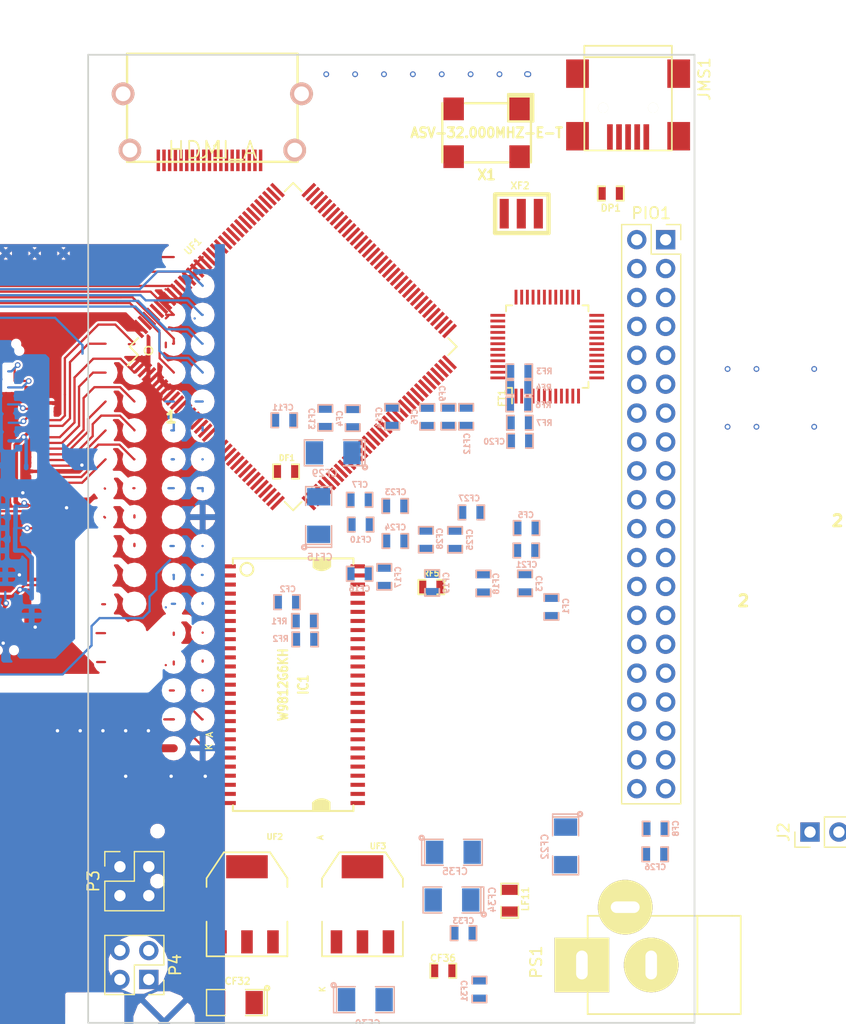
<source format=kicad_pcb>
(kicad_pcb (version 4) (host pcbnew 4.0.5)
  (layers (0 F.Cu signal hide) (1 Inner2.Cu power hide) (2 Inner1.Cu mixed hide) (31 B.Cu signal hide) (34 B.Paste user hide) (35 F.Paste user hide) (36 B.SilkS user hide) (37 F.SilkS user) (38 B.Mask user hide) (39 F.Mask user hide) (44 Edge.Cuts user))
  (net 0 "")
  (net 1 GND)
  (net 2 +1V2)
  (net 3 "Net-(DF1-Pad2)")
  (net 4 "Net-(RF3-Pad2)")
  (net 5 /spartan6/F_TCK)
  (net 6 "Net-(RF4-Pad2)")
  (net 7 /spartan6/F_TMS)
  (net 8 "Net-(RF6-Pad2)")
  (net 9 "Net-(RF7-Pad2)")
  (net 10 "Net-(CF38-Pad1)")
  (net 11 "Net-(CF40-Pad2)")
  (net 12 "Net-(CF41-Pad2)")
  (net 13 "Net-(FT1-Pad2)")
  (net 14 "Net-(FT1-Pad5)")
  (net 15 "Net-(FT1-Pad7)")
  (net 16 "Net-(FT1-Pad8)")
  (net 17 "Net-(FT1-Pad10)")
  (net 18 "Net-(FT1-Pad26)")
  (net 19 "Net-(JMS1-Pad2)")
  (net 20 "Net-(JMS1-Pad3)")
  (net 21 "Net-(DP1-Pad1)")
  (net 22 "Net-(FT1-Pad1)")
  (net 23 +3V3)
  (net 24 "Net-(FT1-Pad11)")
  (net 25 "Net-(FT1-Pad12)")
  (net 26 "Net-(FT1-Pad13)")
  (net 27 "Net-(FT1-Pad15)")
  (net 28 "Net-(FT1-Pad16)")
  (net 29 "Net-(FT1-Pad19)")
  (net 30 "Net-(FT1-Pad27)")
  (net 31 "Net-(FT1-Pad28)")
  (net 32 "Net-(FT1-Pad29)")
  (net 33 "Net-(FT1-Pad30)")
  (net 34 "Net-(FT1-Pad32)")
  (net 35 "Net-(FT1-Pad33)")
  (net 36 "Net-(FT1-Pad35)")
  (net 37 "Net-(FT1-Pad36)")
  (net 38 "Net-(FT1-Pad37)")
  (net 39 "Net-(FT1-Pad38)")
  (net 40 "Net-(FT1-Pad41)")
  (net 41 "Net-(FT1-Pad48)")
  (net 42 "Net-(JMS1-Pad4)")
  (net 43 "Net-(PS1-Pad3)")
  (net 44 "Net-(UF1-Pad71)")
  (net 45 "Net-(UF1-Pad72)")
  (net 46 "Net-(UF1-Pad73)")
  (net 47 +5V)
  (net 48 /spartan6/DQ0)
  (net 49 /spartan6/DQ15)
  (net 50 /spartan6/DQ1)
  (net 51 /spartan6/DQ14)
  (net 52 /spartan6/DQ2)
  (net 53 /spartan6/DQ13)
  (net 54 /spartan6/DQ3)
  (net 55 /spartan6/DQ12)
  (net 56 /spartan6/DQ4)
  (net 57 /spartan6/DQ11)
  (net 58 /spartan6/DQ5)
  (net 59 /spartan6/DQ10)
  (net 60 /spartan6/DQ6)
  (net 61 /spartan6/DQ9)
  (net 62 /spartan6/DQ7)
  (net 63 /spartan6/DQ8)
  (net 64 /spartan6/DQML)
  (net 65 /spartan6/DQMH)
  (net 66 /spartan6/CLK)
  (net 67 /spartan6/CKE)
  (net 68 /spartan6/BA0)
  (net 69 /spartan6/A11)
  (net 70 /spartan6/BA1)
  (net 71 /spartan6/A9)
  (net 72 /spartan6/A10)
  (net 73 /spartan6/A8)
  (net 74 /spartan6/A0)
  (net 75 /spartan6/A7)
  (net 76 /spartan6/A1)
  (net 77 /spartan6/A6)
  (net 78 /spartan6/A2)
  (net 79 /spartan6/A5)
  (net 80 /spartan6/A3)
  (net 81 /spartan6/A4)
  (net 82 "Net-(J1-Pad13)")
  (net 83 "Net-(J1-Pad14)")
  (net 84 "Net-(J1-Pad15)")
  (net 85 "Net-(J1-Pad16)")
  (net 86 "Net-(J1-Pad17)")
  (net 87 "Net-(J1-Pad18)")
  (net 88 "Net-(J1-Pad19)")
  (net 89 /spartan6/FPGA_CLK)
  (net 90 "Net-(C2-Pad1)")
  (net 91 "Net-(C2-Pad2)")
  (net 92 "Net-(C3-Pad1)")
  (net 93 /Audio/AIN-)
  (net 94 "Net-(C4-Pad2)")
  (net 95 "Net-(C5-Pad2)")
  (net 96 +9V)
  (net 97 "Net-(C9-Pad1)")
  (net 98 VDD5V)
  (net 99 /Power/USBVCC)
  (net 100 "Net-(CF39-Pad1)")
  (net 101 "Net-(F1-Pad2)")
  (net 102 "Net-(FT1-Pad17)")
  (net 103 "Net-(FT1-Pad20)")
  (net 104 /spartan6/F_TDO)
  (net 105 /spartan6/F_TDI)
  (net 106 /spartan6/F_RXD)
  (net 107 /spartan6/F_TXD)
  (net 108 /spartan6/~WE)
  (net 109 /spartan6/~CAS)
  (net 110 /spartan6/~RAS)
  (net 111 /spartan6/~CS)
  (net 112 /spartan6/TMDS_D2_P)
  (net 113 /spartan6/TMDS_D2_N)
  (net 114 /spartan6/TMDS_D1_P)
  (net 115 /spartan6/TMDS_D1_N)
  (net 116 /spartan6/TMDS_D0_P)
  (net 117 /spartan6/TMDS_D0_N)
  (net 118 /spartan6/TMDS_CLK_P)
  (net 119 /spartan6/TMDS_CLK_N)
  (net 120 "Net-(L1-Pad1)")
  (net 121 "Net-(L2-Pad1)")
  (net 122 "Net-(L3-Pad1)")
  (net 123 "Net-(L3-Pad2)")
  (net 124 /Audio/AIN+)
  (net 125 /spartan6/CH1N)
  (net 126 /spartan6/CH1P)
  (net 127 /spartan6/CH2N)
  (net 128 /spartan6/CH2P)
  (net 129 /spartan6/CH3N)
  (net 130 /spartan6/CH3P)
  (net 131 /spartan6/CLKN)
  (net 132 /spartan6/CLKP)
  (net 133 /spartan6/CH4N)
  (net 134 /spartan6/CH4P)
  (net 135 "Net-(R2-Pad1)")
  (net 136 "Net-(R3-Pad1)")
  (net 137 "Net-(R12-Pad2)")
  (net 138 "Net-(R13-Pad2)")
  (net 139 "Net-(R15-Pad2)")
  (net 140 /spartan6/REBOOT)
  (net 141 "Net-(RF2-Pad1)")
  (net 142 "Net-(U1-Pad2)")
  (net 143 "Net-(S1-Pad2)")
  (net 144 /spartan6/IO10)
  (net 145 /spartan6/IO11)
  (net 146 /spartan6/IO12)
  (net 147 /spartan6/IO13)
  (net 148 /spartan6/IO14)
  (net 149 /spartan6/IO15)
  (net 150 /spartan6/IO16)
  (net 151 /spartan6/IO17)
  (net 152 /spartan6/IO18)
  (net 153 /spartan6/IO19)
  (net 154 /spartan6/IO20)
  (net 155 /spartan6/IO21)
  (net 156 /spartan6/IO22)
  (net 157 /spartan6/IO23)
  (net 158 /spartan6/IO24)
  (net 159 /spartan6/IO25)
  (net 160 /spartan6/IO26)
  (net 161 /spartan6/IO27)
  (net 162 /spartan6/IO28)
  (net 163 /spartan6/IO29)
  (net 164 /spartan6/IO30)
  (net 165 /spartan6/IO31)
  (net 166 /spartan6/IO32)
  (net 167 /spartan6/IO33)
  (net 168 /spartan6/IO34)
  (net 169 /spartan6/IO35)
  (net 170 /spartan6/IO36)
  (net 171 /spartan6/IO37)
  (net 172 /serial_interface/+5VA)
  (net 173 /spartan6/IO_LED)
  (net 174 "Net-(LVDS1-Pad19)")
  (net 175 "Net-(LVDS1-Pad20)")
  (net 176 "Net-(LVDS1-Pad21)")
  (net 177 "Net-(LVDS1-Pad22)")
  (net 178 "Net-(LVDS1-Pad23)")
  (net 179 "Net-(LVDS1-Pad24)")
  (net 180 "Net-(LVDS1-Pad25)")
  (net 181 "Net-(LVDS1-Pad26)")
  (net 182 "Net-(LVDS1-Pad27)")
  (net 183 "Net-(LVDS1-Pad28)")
  (net 184 "Net-(LVDS1-Pad29)")
  (net 185 "Net-(LVDS1-Pad30)")
  (net 186 /spartan6/IO01)
  (net 187 /spartan6/IO02)
  (net 188 /spartan6/IO03)
  (net 189 /spartan6/IO04)
  (net 190 /spartan6/IO05)
  (net 191 /spartan6/IO07)
  (net 192 /spartan6/IO08)
  (net 193 /spartan6/IO09)
  (net 194 /spartan6/F_~SD)
  (net 195 "Net-(R1-Pad2)")
  (module Housings_QFP:LQFP-144_20x20mm_Pitch0.5mm (layer F.Cu) (at 98.034 75.584 45)
    (fp_text reference UF1 (at 0 -12.475 45) (layer F.SilkS) (effects (font (size 0.6 0.6) (thickness 0.12))))
    (fp_text value XC6SLX9-2TQG144C hide)
    (pad 1 smd rect (at -10.7 -8.75 45) (size 1.55 0.3) (layers F.Cu F.Paste F.Mask) (net 111 /spartan6/~CS))
    (pad 2 smd rect (at -10.7 -8.25 45) (size 1.55 0.3) (layers F.Cu F.Paste F.Mask) (net 110 /spartan6/~RAS))
    (pad 3 smd rect (at -10.7 -7.75 45) (size 1.55 0.3) (layers F.Cu F.Paste F.Mask) (net 1 GND))
    (pad 4 smd rect (at -10.7 -7.25 45) (size 1.55 0.3) (layers F.Cu F.Paste F.Mask) (net 23 +3V3))
    (pad 5 smd rect (at -10.7 -6.75 45) (size 1.55 0.3) (layers F.Cu F.Paste F.Mask) (net 109 /spartan6/~CAS))
    (pad 6 smd rect (at -10.7 -6.25 45) (size 1.55 0.3) (layers F.Cu F.Paste F.Mask) (net 108 /spartan6/~WE))
    (pad 7 smd rect (at -10.7 -5.75 45) (size 1.55 0.3) (layers F.Cu F.Paste F.Mask) (net 64 /spartan6/DQML))
    (pad 8 smd rect (at -10.7 -5.25 45) (size 1.55 0.3) (layers F.Cu F.Paste F.Mask) (net 62 /spartan6/DQ7))
    (pad 9 smd rect (at -10.7 -4.75 45) (size 1.55 0.3) (layers F.Cu F.Paste F.Mask) (net 48 /spartan6/DQ0))
    (pad 10 smd rect (at -10.7 -4.25 45) (size 1.55 0.3) (layers F.Cu F.Paste F.Mask) (net 50 /spartan6/DQ1))
    (pad 11 smd rect (at -10.7 -3.75 45) (size 1.55 0.3) (layers F.Cu F.Paste F.Mask) (net 52 /spartan6/DQ2))
    (pad 12 smd rect (at -10.7 -3.25 45) (size 1.55 0.3) (layers F.Cu F.Paste F.Mask) (net 54 /spartan6/DQ3))
    (pad 13 smd rect (at -10.7 -2.75 45) (size 1.55 0.3) (layers F.Cu F.Paste F.Mask) (net 1 GND))
    (pad 14 smd rect (at -10.7 -2.25 45) (size 1.55 0.3) (layers F.Cu F.Paste F.Mask) (net 56 /spartan6/DQ4))
    (pad 15 smd rect (at -10.7 -1.75 45) (size 1.55 0.3) (layers F.Cu F.Paste F.Mask) (net 58 /spartan6/DQ5))
    (pad 16 smd rect (at -10.7 -1.25 45) (size 1.55 0.3) (layers F.Cu F.Paste F.Mask) (net 60 /spartan6/DQ6))
    (pad 17 smd rect (at -10.7 -0.75 45) (size 1.55 0.3) (layers F.Cu F.Paste F.Mask) (net 65 /spartan6/DQMH))
    (pad 18 smd rect (at -10.7 -0.25 45) (size 1.55 0.3) (layers F.Cu F.Paste F.Mask) (net 23 +3V3))
    (pad 19 smd rect (at -10.7 0.25 45) (size 1.55 0.3) (layers F.Cu F.Paste F.Mask) (net 2 +1V2))
    (pad 20 smd rect (at -10.7 0.75 45) (size 1.55 0.3) (layers F.Cu F.Paste F.Mask) (net 23 +3V3))
    (pad 21 smd rect (at -10.7 1.25 45) (size 1.55 0.3) (layers F.Cu F.Paste F.Mask) (net 63 /spartan6/DQ8))
    (pad 22 smd rect (at -10.7 1.75 45) (size 1.55 0.3) (layers F.Cu F.Paste F.Mask) (net 61 /spartan6/DQ9))
    (pad 23 smd rect (at -10.7 2.25 45) (size 1.55 0.3) (layers F.Cu F.Paste F.Mask) (net 59 /spartan6/DQ10))
    (pad 24 smd rect (at -10.7 2.75 45) (size 1.55 0.3) (layers F.Cu F.Paste F.Mask) (net 57 /spartan6/DQ11))
    (pad 25 smd rect (at -10.7 3.25 45) (size 1.55 0.3) (layers F.Cu F.Paste F.Mask) (net 1 GND))
    (pad 26 smd rect (at -10.7 3.75 45) (size 1.55 0.3) (layers F.Cu F.Paste F.Mask) (net 55 /spartan6/DQ12))
    (pad 27 smd rect (at -10.7 4.25 45) (size 1.55 0.3) (layers F.Cu F.Paste F.Mask) (net 53 /spartan6/DQ13))
    (pad 28 smd rect (at -10.7 4.75 45) (size 1.55 0.3) (layers F.Cu F.Paste F.Mask) (net 2 +1V2))
    (pad 29 smd rect (at -10.7 5.25 45) (size 1.55 0.3) (layers F.Cu F.Paste F.Mask) (net 51 /spartan6/DQ14))
    (pad 30 smd rect (at -10.7 5.75 45) (size 1.55 0.3) (layers F.Cu F.Paste F.Mask) (net 49 /spartan6/DQ15))
    (pad 31 smd rect (at -10.7 6.25 45) (size 1.55 0.3) (layers F.Cu F.Paste F.Mask) (net 23 +3V3))
    (pad 32 smd rect (at -10.7 6.75 45) (size 1.55 0.3) (layers F.Cu F.Paste F.Mask) (net 66 /spartan6/CLK))
    (pad 33 smd rect (at -10.7 7.25 45) (size 1.55 0.3) (layers F.Cu F.Paste F.Mask) (net 67 /spartan6/CKE))
    (pad 34 smd rect (at -10.7 7.75 45) (size 1.55 0.3) (layers F.Cu F.Paste F.Mask) (net 194 /spartan6/F_~SD))
    (pad 35 smd rect (at -10.7 8.25 45) (size 1.55 0.3) (layers F.Cu F.Paste F.Mask) (net 69 /spartan6/A11))
    (pad 36 smd rect (at -10.7 8.75 45) (size 1.55 0.3) (layers F.Cu F.Paste F.Mask) (net 23 +3V3))
    (pad 37 smd rect (at -8.75 10.7 135) (size 1.55 0.3) (layers F.Cu F.Paste F.Mask) (net 140 /spartan6/REBOOT))
    (pad 38 smd rect (at -8.25 10.7 135) (size 1.55 0.3) (layers F.Cu F.Paste F.Mask) (net 141 "Net-(RF2-Pad1)"))
    (pad 39 smd rect (at -7.75 10.7 135) (size 1.55 0.3) (layers F.Cu F.Paste F.Mask) (net 186 /spartan6/IO01))
    (pad 40 smd rect (at -7.25 10.7 135) (size 1.55 0.3) (layers F.Cu F.Paste F.Mask) (net 71 /spartan6/A9))
    (pad 41 smd rect (at -6.75 10.7 135) (size 1.55 0.3) (layers F.Cu F.Paste F.Mask) (net 73 /spartan6/A8))
    (pad 42 smd rect (at -6.25 10.7 135) (size 1.55 0.3) (layers F.Cu F.Paste F.Mask) (net 23 +3V3))
    (pad 43 smd rect (at -5.75 10.7 135) (size 1.55 0.3) (layers F.Cu F.Paste F.Mask) (net 75 /spartan6/A7))
    (pad 44 smd rect (at -5.25 10.7 135) (size 1.55 0.3) (layers F.Cu F.Paste F.Mask) (net 77 /spartan6/A6))
    (pad 45 smd rect (at -4.75 10.7 135) (size 1.55 0.3) (layers F.Cu F.Paste F.Mask) (net 79 /spartan6/A5))
    (pad 46 smd rect (at -4.25 10.7 135) (size 1.55 0.3) (layers F.Cu F.Paste F.Mask) (net 81 /spartan6/A4))
    (pad 47 smd rect (at -3.75 10.7 135) (size 1.55 0.3) (layers F.Cu F.Paste F.Mask) (net 187 /spartan6/IO02))
    (pad 48 smd rect (at -3.25 10.7 135) (size 1.55 0.3) (layers F.Cu F.Paste F.Mask) (net 188 /spartan6/IO03))
    (pad 49 smd rect (at -2.75 10.7 135) (size 1.55 0.3) (layers F.Cu F.Paste F.Mask) (net 1 GND))
    (pad 50 smd rect (at -2.25 10.7 135) (size 1.55 0.3) (layers F.Cu F.Paste F.Mask) (net 125 /spartan6/CH1N))
    (pad 51 smd rect (at -1.75 10.7 135) (size 1.55 0.3) (layers F.Cu F.Paste F.Mask) (net 126 /spartan6/CH1P))
    (pad 52 smd rect (at -1.25 10.7 135) (size 1.55 0.3) (layers F.Cu F.Paste F.Mask) (net 2 +1V2))
    (pad 53 smd rect (at -0.75 10.7 135) (size 1.55 0.3) (layers F.Cu F.Paste F.Mask) (net 23 +3V3))
    (pad 54 smd rect (at -0.25 10.7 135) (size 1.55 0.3) (layers F.Cu F.Paste F.Mask) (net 1 GND))
    (pad 55 smd rect (at 0.25 10.7 135) (size 1.55 0.3) (layers F.Cu F.Paste F.Mask) (net 127 /spartan6/CH2N))
    (pad 56 smd rect (at 0.75 10.7 135) (size 1.55 0.3) (layers F.Cu F.Paste F.Mask) (net 128 /spartan6/CH2P))
    (pad 57 smd rect (at 1.25 10.7 135) (size 1.55 0.3) (layers F.Cu F.Paste F.Mask) (net 129 /spartan6/CH3N))
    (pad 58 smd rect (at 1.75 10.7 135) (size 1.55 0.3) (layers F.Cu F.Paste F.Mask) (net 130 /spartan6/CH3P))
    (pad 59 smd rect (at 2.25 10.7 135) (size 1.55 0.3) (layers F.Cu F.Paste F.Mask) (net 173 /spartan6/IO_LED))
    (pad 60 smd rect (at 2.75 10.7 135) (size 1.55 0.3) (layers F.Cu F.Paste F.Mask) (net 1 GND))
    (pad 61 smd rect (at 3.25 10.7 135) (size 1.55 0.3) (layers F.Cu F.Paste F.Mask) (net 131 /spartan6/CLKN))
    (pad 62 smd rect (at 3.75 10.7 135) (size 1.55 0.3) (layers F.Cu F.Paste F.Mask) (net 132 /spartan6/CLKP))
    (pad 63 smd rect (at 4.25 10.7 135) (size 1.55 0.3) (layers F.Cu F.Paste F.Mask) (net 23 +3V3))
    (pad 64 smd rect (at 4.75 10.7 135) (size 1.55 0.3) (layers F.Cu F.Paste F.Mask) (net 133 /spartan6/CH4N))
    (pad 65 smd rect (at 5.25 10.7 135) (size 1.55 0.3) (layers F.Cu F.Paste F.Mask) (net 134 /spartan6/CH4P))
    (pad 66 smd rect (at 5.75 10.7 135) (size 1.55 0.3) (layers F.Cu F.Paste F.Mask) (net 189 /spartan6/IO04))
    (pad 67 smd rect (at 6.25 10.7 135) (size 1.55 0.3) (layers F.Cu F.Paste F.Mask) (net 190 /spartan6/IO05))
    (pad 68 smd rect (at 6.75 10.7 135) (size 1.55 0.3) (layers F.Cu F.Paste F.Mask) (net 1 GND))
    (pad 69 smd rect (at 7.25 10.7 135) (size 1.55 0.3) (layers F.Cu F.Paste F.Mask) (net 23 +3V3))
    (pad 70 smd rect (at 7.75 10.7 135) (size 1.55 0.3) (layers F.Cu F.Paste F.Mask) (net 23 +3V3))
    (pad 71 smd rect (at 8.25 10.7 135) (size 1.55 0.3) (layers F.Cu F.Paste F.Mask) (net 44 "Net-(UF1-Pad71)"))
    (pad 72 smd rect (at 8.75 10.7 135) (size 1.55 0.3) (layers F.Cu F.Paste F.Mask) (net 45 "Net-(UF1-Pad72)"))
    (pad 73 smd rect (at 10.7 8.75 45) (size 1.55 0.3) (layers F.Cu F.Paste F.Mask) (net 46 "Net-(UF1-Pad73)"))
    (pad 74 smd rect (at 10.7 8.25 45) (size 1.55 0.3) (layers F.Cu F.Paste F.Mask) (net 191 /spartan6/IO07))
    (pad 75 smd rect (at 10.7 7.75 45) (size 1.55 0.3) (layers F.Cu F.Paste F.Mask) (net 192 /spartan6/IO08))
    (pad 76 smd rect (at 10.7 7.25 45) (size 1.55 0.3) (layers F.Cu F.Paste F.Mask) (net 23 +3V3))
    (pad 77 smd rect (at 10.7 6.75 45) (size 1.55 0.3) (layers F.Cu F.Paste F.Mask) (net 1 GND))
    (pad 78 smd rect (at 10.7 6.25 45) (size 1.55 0.3) (layers F.Cu F.Paste F.Mask) (net 193 /spartan6/IO09))
    (pad 79 smd rect (at 10.7 5.75 45) (size 1.55 0.3) (layers F.Cu F.Paste F.Mask) (net 144 /spartan6/IO10))
    (pad 80 smd rect (at 10.7 5.25 45) (size 1.55 0.3) (layers F.Cu F.Paste F.Mask) (net 145 /spartan6/IO11))
    (pad 81 smd rect (at 10.7 4.75 45) (size 1.55 0.3) (layers F.Cu F.Paste F.Mask) (net 146 /spartan6/IO12))
    (pad 82 smd rect (at 10.7 4.25 45) (size 1.55 0.3) (layers F.Cu F.Paste F.Mask) (net 147 /spartan6/IO13))
    (pad 83 smd rect (at 10.7 3.75 45) (size 1.55 0.3) (layers F.Cu F.Paste F.Mask) (net 148 /spartan6/IO14))
    (pad 84 smd rect (at 10.7 3.25 45) (size 1.55 0.3) (layers F.Cu F.Paste F.Mask) (net 149 /spartan6/IO15))
    (pad 85 smd rect (at 10.7 2.75 45) (size 1.55 0.3) (layers F.Cu F.Paste F.Mask) (net 150 /spartan6/IO16))
    (pad 86 smd rect (at 10.7 2.25 45) (size 1.55 0.3) (layers F.Cu F.Paste F.Mask) (net 23 +3V3))
    (pad 87 smd rect (at 10.7 1.75 45) (size 1.55 0.3) (layers F.Cu F.Paste F.Mask) (net 151 /spartan6/IO17))
    (pad 88 smd rect (at 10.7 1.25 45) (size 1.55 0.3) (layers F.Cu F.Paste F.Mask) (net 152 /spartan6/IO18))
    (pad 89 smd rect (at 10.7 0.75 45) (size 1.55 0.3) (layers F.Cu F.Paste F.Mask) (net 2 +1V2))
    (pad 90 smd rect (at 10.7 0.25 45) (size 1.55 0.3) (layers F.Cu F.Paste F.Mask) (net 23 +3V3))
    (pad 91 smd rect (at 10.7 -0.25 45) (size 1.55 0.3) (layers F.Cu F.Paste F.Mask) (net 1 GND))
    (pad 92 smd rect (at 10.7 -0.75 45) (size 1.55 0.3) (layers F.Cu F.Paste F.Mask) (net 153 /spartan6/IO19))
    (pad 93 smd rect (at 10.7 -1.25 45) (size 1.55 0.3) (layers F.Cu F.Paste F.Mask) (net 154 /spartan6/IO20))
    (pad 94 smd rect (at 10.7 -1.75 45) (size 1.55 0.3) (layers F.Cu F.Paste F.Mask) (net 89 /spartan6/FPGA_CLK))
    (pad 95 smd rect (at 10.7 -2.25 45) (size 1.55 0.3) (layers F.Cu F.Paste F.Mask) (net 155 /spartan6/IO21))
    (pad 96 smd rect (at 10.7 -2.75 45) (size 1.55 0.3) (layers F.Cu F.Paste F.Mask) (net 1 GND))
    (pad 97 smd rect (at 10.7 -3.25 45) (size 1.55 0.3) (layers F.Cu F.Paste F.Mask) (net 156 /spartan6/IO22))
    (pad 98 smd rect (at 10.7 -3.75 45) (size 1.55 0.3) (layers F.Cu F.Paste F.Mask) (net 157 /spartan6/IO23))
    (pad 99 smd rect (at 10.7 -4.25 45) (size 1.55 0.3) (layers F.Cu F.Paste F.Mask) (net 158 /spartan6/IO24))
    (pad 100 smd rect (at 10.7 -4.75 45) (size 1.55 0.3) (layers F.Cu F.Paste F.Mask) (net 159 /spartan6/IO25))
    (pad 101 smd rect (at 10.7 -5.25 45) (size 1.55 0.3) (layers F.Cu F.Paste F.Mask) (net 107 /spartan6/F_TXD))
    (pad 102 smd rect (at 10.7 -5.75 45) (size 1.55 0.3) (layers F.Cu F.Paste F.Mask) (net 160 /spartan6/IO26))
    (pad 103 smd rect (at 10.7 -6.25 45) (size 1.55 0.3) (layers F.Cu F.Paste F.Mask) (net 23 +3V3))
    (pad 104 smd rect (at 10.7 -6.75 45) (size 1.55 0.3) (layers F.Cu F.Paste F.Mask) (net 161 /spartan6/IO27))
    (pad 105 smd rect (at 10.7 -7.25 45) (size 1.55 0.3) (layers F.Cu F.Paste F.Mask) (net 106 /spartan6/F_RXD))
    (pad 106 smd rect (at 10.7 -7.75 45) (size 1.55 0.3) (layers F.Cu F.Paste F.Mask) (net 9 "Net-(RF7-Pad2)"))
    (pad 107 smd rect (at 10.7 -8.25 45) (size 1.55 0.3) (layers F.Cu F.Paste F.Mask) (net 8 "Net-(RF6-Pad2)"))
    (pad 108 smd rect (at 10.7 -8.75 45) (size 1.55 0.3) (layers F.Cu F.Paste F.Mask) (net 1 GND))
    (pad 109 smd rect (at 8.75 -10.7 135) (size 1.55 0.3) (layers F.Cu F.Paste F.Mask) (net 6 "Net-(RF4-Pad2)"))
    (pad 110 smd rect (at 8.25 -10.7 135) (size 1.55 0.3) (layers F.Cu F.Paste F.Mask) (net 4 "Net-(RF3-Pad2)"))
    (pad 111 smd rect (at 7.75 -10.7 135) (size 1.55 0.3) (layers F.Cu F.Paste F.Mask) (net 113 /spartan6/TMDS_D2_N))
    (pad 112 smd rect (at 7.25 -10.7 135) (size 1.55 0.3) (layers F.Cu F.Paste F.Mask) (net 112 /spartan6/TMDS_D2_P))
    (pad 113 smd rect (at 6.75 -10.7 135) (size 1.55 0.3) (layers F.Cu F.Paste F.Mask) (net 1 GND))
    (pad 114 smd rect (at 6.25 -10.7 135) (size 1.55 0.3) (layers F.Cu F.Paste F.Mask) (net 115 /spartan6/TMDS_D1_N))
    (pad 115 smd rect (at 5.75 -10.7 135) (size 1.55 0.3) (layers F.Cu F.Paste F.Mask) (net 114 /spartan6/TMDS_D1_P))
    (pad 116 smd rect (at 5.25 -10.7 135) (size 1.55 0.3) (layers F.Cu F.Paste F.Mask) (net 162 /spartan6/IO28))
    (pad 117 smd rect (at 4.75 -10.7 135) (size 1.55 0.3) (layers F.Cu F.Paste F.Mask) (net 163 /spartan6/IO29))
    (pad 118 smd rect (at 4.25 -10.7 135) (size 1.55 0.3) (layers F.Cu F.Paste F.Mask) (net 117 /spartan6/TMDS_D0_N))
    (pad 119 smd rect (at 3.75 -10.7 135) (size 1.55 0.3) (layers F.Cu F.Paste F.Mask) (net 116 /spartan6/TMDS_D0_P))
    (pad 120 smd rect (at 3.25 -10.7 135) (size 1.55 0.3) (layers F.Cu F.Paste F.Mask) (net 164 /spartan6/IO30))
    (pad 121 smd rect (at 2.75 -10.7 135) (size 1.55 0.3) (layers F.Cu F.Paste F.Mask) (net 165 /spartan6/IO31))
    (pad 122 smd rect (at 2.25 -10.7 135) (size 1.55 0.3) (layers F.Cu F.Paste F.Mask) (net 23 +3V3))
    (pad 123 smd rect (at 1.75 -10.7 135) (size 1.55 0.3) (layers F.Cu F.Paste F.Mask) (net 166 /spartan6/IO32))
    (pad 124 smd rect (at 1.25 -10.7 135) (size 1.55 0.3) (layers F.Cu F.Paste F.Mask) (net 167 /spartan6/IO33))
    (pad 125 smd rect (at 0.75 -10.7 135) (size 1.55 0.3) (layers F.Cu F.Paste F.Mask) (net 23 +3V3))
    (pad 126 smd rect (at 0.25 -10.7 135) (size 1.55 0.3) (layers F.Cu F.Paste F.Mask) (net 168 /spartan6/IO34))
    (pad 127 smd rect (at -0.25 -10.7 135) (size 1.55 0.3) (layers F.Cu F.Paste F.Mask) (net 169 /spartan6/IO35))
    (pad 128 smd rect (at -0.75 -10.7 135) (size 1.55 0.3) (layers F.Cu F.Paste F.Mask) (net 2 +1V2))
    (pad 129 smd rect (at -1.25 -10.7 135) (size 1.55 0.3) (layers F.Cu F.Paste F.Mask) (net 23 +3V3))
    (pad 130 smd rect (at -1.75 -10.7 135) (size 1.55 0.3) (layers F.Cu F.Paste F.Mask) (net 1 GND))
    (pad 131 smd rect (at -2.25 -10.7 135) (size 1.55 0.3) (layers F.Cu F.Paste F.Mask) (net 170 /spartan6/IO36))
    (pad 132 smd rect (at -2.75 -10.7 135) (size 1.55 0.3) (layers F.Cu F.Paste F.Mask) (net 171 /spartan6/IO37))
    (pad 133 smd rect (at -3.25 -10.7 135) (size 1.55 0.3) (layers F.Cu F.Paste F.Mask) (net 119 /spartan6/TMDS_CLK_N))
    (pad 134 smd rect (at -3.75 -10.7 135) (size 1.55 0.3) (layers F.Cu F.Paste F.Mask) (net 118 /spartan6/TMDS_CLK_P))
    (pad 135 smd rect (at -4.25 -10.7 135) (size 1.55 0.3) (layers F.Cu F.Paste F.Mask) (net 23 +3V3))
    (pad 136 smd rect (at -4.75 -10.7 135) (size 1.55 0.3) (layers F.Cu F.Paste F.Mask) (net 1 GND))
    (pad 137 smd rect (at -5.25 -10.7 135) (size 1.55 0.3) (layers F.Cu F.Paste F.Mask) (net 80 /spartan6/A3))
    (pad 138 smd rect (at -5.75 -10.7 135) (size 1.55 0.3) (layers F.Cu F.Paste F.Mask) (net 78 /spartan6/A2))
    (pad 139 smd rect (at -6.25 -10.7 135) (size 1.55 0.3) (layers F.Cu F.Paste F.Mask) (net 76 /spartan6/A1))
    (pad 140 smd rect (at -6.75 -10.7 135) (size 1.55 0.3) (layers F.Cu F.Paste F.Mask) (net 74 /spartan6/A0))
    (pad 141 smd rect (at -7.25 -10.7 135) (size 1.55 0.3) (layers F.Cu F.Paste F.Mask) (net 72 /spartan6/A10))
    (pad 142 smd rect (at -7.75 -10.7 135) (size 1.55 0.3) (layers F.Cu F.Paste F.Mask) (net 70 /spartan6/BA1))
    (pad 143 smd rect (at -8.25 -10.7 135) (size 1.55 0.3) (layers F.Cu F.Paste F.Mask) (net 68 /spartan6/BA0))
    (pad 144 smd rect (at -8.75 -10.7 135) (size 1.55 0.3) (layers F.Cu F.Paste F.Mask) (net 23 +3V3))
  )
  (module SM0603 (layer B.Cu) (at 120.75 98.47 270)
    (fp_text reference CF1 (at -0.07 -1.28 450) (layer B.SilkS) (effects (font (size 0.5 0.5) (thickness 0.12)) (justify mirror)))
    (fp_text value 0.1uF hide)
    (pad 1 smd rect (at -0.762 0 270) (size 0.635 1.143) (layers B.Cu B.Paste B.Mask) (net 23 +3V3))
    (pad 2 smd rect (at 0.762 0 270) (size 0.635 1.143) (layers B.Cu B.Paste B.Mask) (net 1 GND))
  )
  (module SM0603 (layer B.Cu) (at 97.49 98.05 180)
    (fp_text reference CF2 (at -0.07 1.15 360) (layer B.SilkS) (effects (font (size 0.5 0.5) (thickness 0.12)) (justify mirror)))
    (fp_text value 0.1uF hide)
    (pad 1 smd rect (at -0.762 0 180) (size 0.635 1.143) (layers B.Cu B.Paste B.Mask) (net 23 +3V3))
    (pad 2 smd rect (at 0.762 0 180) (size 0.635 1.143) (layers B.Cu B.Paste B.Mask) (net 1 GND))
  )
  (module SM0603 (layer B.Cu) (at 118.43 96.39 90)
    (fp_text reference CF3 (at -0.02 1.26 270) (layer B.SilkS) (effects (font (size 0.5 0.5) (thickness 0.12)) (justify mirror)))
    (fp_text value 0.1uF hide)
    (pad 1 smd rect (at -0.762 0 90) (size 0.635 1.143) (layers B.Cu B.Paste B.Mask) (net 23 +3V3))
    (pad 2 smd rect (at 0.762 0 90) (size 0.635 1.143) (layers B.Cu B.Paste B.Mask) (net 1 GND))
  )
  (module SM0603 (layer B.Cu) (at 103.2724 81.8724 270)
    (fp_text reference CF4 (at 0.03 1.14 450) (layer B.SilkS) (effects (font (size 0.5 0.5) (thickness 0.12)) (justify mirror)))
    (fp_text value 0.1uF hide)
    (pad 1 smd rect (at -0.762 0 270) (size 0.635 1.143) (layers B.Cu B.Paste B.Mask) (net 23 +3V3))
    (pad 2 smd rect (at 0.762 0 270) (size 0.635 1.143) (layers B.Cu B.Paste B.Mask) (net 1 GND))
  )
  (module SM0603 (layer B.Cu) (at 118.56 91.53 180)
    (fp_text reference CF5 (at 0.06 1.15 360) (layer B.SilkS) (effects (font (size 0.5 0.5) (thickness 0.12)) (justify mirror)))
    (fp_text value 0.1uF hide)
    (pad 1 smd rect (at -0.762 0 180) (size 0.635 1.143) (layers B.Cu B.Paste B.Mask) (net 23 +3V3))
    (pad 2 smd rect (at 0.762 0 180) (size 0.635 1.143) (layers B.Cu B.Paste B.Mask) (net 1 GND))
  )
  (module SM0603 (layer B.Cu) (at 109.83 81.76 270)
    (fp_text reference CF6 (at -0.01 1.11 450) (layer B.SilkS) (effects (font (size 0.5 0.5) (thickness 0.12)) (justify mirror)))
    (fp_text value 0.1uF hide)
    (pad 1 smd rect (at -0.762 0 270) (size 0.635 1.143) (layers B.Cu B.Paste B.Mask) (net 23 +3V3))
    (pad 2 smd rect (at 0.762 0 270) (size 0.635 1.143) (layers B.Cu B.Paste B.Mask) (net 1 GND))
  )
  (module SM0603 (layer B.Cu) (at 103.88 89.05)
    (fp_text reference CF7 (at 0.03 -1.33 180) (layer B.SilkS) (effects (font (size 0.5 0.5) (thickness 0.12)) (justify mirror)))
    (fp_text value 0.1uF hide)
    (pad 1 smd rect (at -0.762 0) (size 0.635 1.143) (layers B.Cu B.Paste B.Mask) (net 23 +3V3))
    (pad 2 smd rect (at 0.762 0) (size 0.635 1.143) (layers B.Cu B.Paste B.Mask) (net 1 GND))
  )
  (module SM0603 (layer B.Cu) (at 129.91 117.96)
    (fp_text reference CF8 (at 1.778 -0.0254 270) (layer B.SilkS) (effects (font (size 0.5 0.5) (thickness 0.12)) (justify mirror)))
    (fp_text value 0.1uF hide)
    (pad 1 smd rect (at -0.762 0) (size 0.635 1.143) (layers B.Cu B.Paste B.Mask) (net 23 +3V3))
    (pad 2 smd rect (at 0.762 0) (size 0.635 1.143) (layers B.Cu B.Paste B.Mask) (net 1 GND))
  )
  (module SM0603 (layer B.Cu) (at 111.69 81.75 270)
    (fp_text reference CF9 (at -2.05 0.52 450) (layer B.SilkS) (effects (font (size 0.5 0.5) (thickness 0.12)) (justify mirror)))
    (fp_text value 0.1uF hide)
    (pad 1 smd rect (at -0.762 0 270) (size 0.635 1.143) (layers B.Cu B.Paste B.Mask) (net 23 +3V3))
    (pad 2 smd rect (at 0.762 0 270) (size 0.635 1.143) (layers B.Cu B.Paste B.Mask) (net 1 GND))
  )
  (module SM0603 (layer B.Cu) (at 103.97 91.229)
    (fp_text reference CF10 (at 0.01 1.321 180) (layer B.SilkS) (effects (font (size 0.5 0.5) (thickness 0.12)) (justify mirror)))
    (fp_text value 0.1uF hide)
    (pad 1 smd rect (at -0.762 0) (size 0.635 1.143) (layers B.Cu B.Paste B.Mask) (net 23 +3V3))
    (pad 2 smd rect (at 0.762 0) (size 0.635 1.143) (layers B.Cu B.Paste B.Mask) (net 1 GND))
  )
  (module SM0603 (layer B.Cu) (at 97.25 82.06 180)
    (fp_text reference CF11 (at 0.12 1.12 360) (layer B.SilkS) (effects (font (size 0.5 0.5) (thickness 0.12)) (justify mirror)))
    (fp_text value 1uF hide)
    (pad 1 smd rect (at -0.762 0 180) (size 0.635 1.143) (layers B.Cu B.Paste B.Mask) (net 23 +3V3))
    (pad 2 smd rect (at 0.762 0 180) (size 0.635 1.143) (layers B.Cu B.Paste B.Mask) (net 1 GND))
  )
  (module SM0603 (layer B.Cu) (at 113.25 81.75 270)
    (fp_text reference CF12 (at 2.37 -0.08 450) (layer B.SilkS) (effects (font (size 0.5 0.5) (thickness 0.12)) (justify mirror)))
    (fp_text value 0.1uF hide)
    (pad 1 smd rect (at -0.762 0 270) (size 0.635 1.143) (layers B.Cu B.Paste B.Mask) (net 23 +3V3))
    (pad 2 smd rect (at 0.762 0 270) (size 0.635 1.143) (layers B.Cu B.Paste B.Mask) (net 1 GND))
  )
  (module SM0603 (layer B.Cu) (at 100.8594 81.847 270)
    (fp_text reference CF13 (at 0.08 1.16 450) (layer B.SilkS) (effects (font (size 0.5 0.5) (thickness 0.12)) (justify mirror)))
    (fp_text value 4.7uF hide)
    (pad 1 smd rect (at -0.762 0 270) (size 0.635 1.143) (layers B.Cu B.Paste B.Mask) (net 23 +3V3))
    (pad 2 smd rect (at 0.762 0 270) (size 0.635 1.143) (layers B.Cu B.Paste B.Mask) (net 1 GND))
  )
  (module SM0603 (layer B.Cu) (at 106.74 81.75 270)
    (fp_text reference CF14 (at 0.08 1.14 450) (layer B.SilkS) (effects (font (size 0.5 0.5) (thickness 0.12)) (justify mirror)))
    (fp_text value 0.1uF hide)
    (pad 1 smd rect (at -0.762 0 270) (size 0.635 1.143) (layers B.Cu B.Paste B.Mask) (net 23 +3V3))
    (pad 2 smd rect (at 0.762 0 270) (size 0.635 1.143) (layers B.Cu B.Paste B.Mask) (net 1 GND))
  )
  (module SM0603 (layer B.Cu) (at 103.88 95.55)
    (fp_text reference CF16 (at -0.01 1.31 180) (layer B.SilkS) (effects (font (size 0.5 0.5) (thickness 0.12)) (justify mirror)))
    (fp_text value 0.1uF hide)
    (pad 1 smd rect (at -0.762 0) (size 0.635 1.143) (layers B.Cu B.Paste B.Mask) (net 2 +1V2))
    (pad 2 smd rect (at 0.762 0) (size 0.635 1.143) (layers B.Cu B.Paste B.Mask) (net 1 GND))
  )
  (module SM0603 (layer B.Cu) (at 106.05 95.82 90)
    (fp_text reference CF17 (at -0.03 1.21 270) (layer B.SilkS) (effects (font (size 0.5 0.5) (thickness 0.12)) (justify mirror)))
    (fp_text value 0.1uF hide)
    (pad 1 smd rect (at -0.762 0 90) (size 0.635 1.143) (layers B.Cu B.Paste B.Mask) (net 23 +3V3))
    (pad 2 smd rect (at 0.762 0 90) (size 0.635 1.143) (layers B.Cu B.Paste B.Mask) (net 1 GND))
  )
  (module SM0603 (layer B.Cu) (at 114.77 96.4 90)
    (fp_text reference CF18 (at -0.02 1.11 270) (layer B.SilkS) (effects (font (size 0.5 0.5) (thickness 0.12)) (justify mirror)))
    (fp_text value 0.1uF hide)
    (pad 1 smd rect (at -0.762 0 90) (size 0.635 1.143) (layers B.Cu B.Paste B.Mask) (net 2 +1V2))
    (pad 2 smd rect (at 0.762 0 90) (size 0.635 1.143) (layers B.Cu B.Paste B.Mask) (net 1 GND))
  )
  (module SM0603 (layer B.Cu) (at 110.26 96.36 90)
    (fp_text reference CF19 (at 0.01 1.24 270) (layer B.SilkS) (effects (font (size 0.5 0.5) (thickness 0.12)) (justify mirror)))
    (fp_text value 0.1uF hide)
    (pad 1 smd rect (at -0.762 0 90) (size 0.635 1.143) (layers B.Cu B.Paste B.Mask) (net 2 +1V2))
    (pad 2 smd rect (at 0.762 0 90) (size 0.635 1.143) (layers B.Cu B.Paste B.Mask) (net 1 GND))
  )
  (module SM0603 (layer B.Cu) (at 117.99 83.87 180)
    (fp_text reference CF20 (at 2.27 -0.06 360) (layer B.SilkS) (effects (font (size 0.5 0.5) (thickness 0.12)) (justify mirror)))
    (fp_text value 0.1uF hide)
    (pad 1 smd rect (at -0.762 0 180) (size 0.635 1.143) (layers B.Cu B.Paste B.Mask) (net 23 +3V3))
    (pad 2 smd rect (at 0.762 0 180) (size 0.635 1.143) (layers B.Cu B.Paste B.Mask) (net 1 GND))
  )
  (module SM0603 (layer B.Cu) (at 118.5378 93.5056 180)
    (fp_text reference CF21 (at -0.0254 -1.2446 360) (layer B.SilkS) (effects (font (size 0.5 0.5) (thickness 0.12)) (justify mirror)))
    (fp_text value 0.1uF hide)
    (pad 1 smd rect (at -0.762 0 180) (size 0.635 1.143) (layers B.Cu B.Paste B.Mask) (net 23 +3V3))
    (pad 2 smd rect (at 0.762 0 180) (size 0.635 1.143) (layers B.Cu B.Paste B.Mask) (net 1 GND))
  )
  (module SM0603 (layer B.Cu) (at 107.01 89.59)
    (fp_text reference CF23 (at 0.04 -1.22 180) (layer B.SilkS) (effects (font (size 0.5 0.5) (thickness 0.12)) (justify mirror)))
    (fp_text value 0.1uF hide)
    (pad 1 smd rect (at -0.762 0) (size 0.635 1.143) (layers B.Cu B.Paste B.Mask) (net 23 +3V3))
    (pad 2 smd rect (at 0.762 0) (size 0.635 1.143) (layers B.Cu B.Paste B.Mask) (net 1 GND))
  )
  (module SM0603 (layer B.Cu) (at 107.02 92.67)
    (fp_text reference CF24 (at 0 -1.2 180) (layer B.SilkS) (effects (font (size 0.5 0.5) (thickness 0.12)) (justify mirror)))
    (fp_text value 0.1uF hide)
    (pad 1 smd rect (at -0.762 0) (size 0.635 1.143) (layers B.Cu B.Paste B.Mask) (net 2 +1V2))
    (pad 2 smd rect (at 0.762 0) (size 0.635 1.143) (layers B.Cu B.Paste B.Mask) (net 1 GND))
  )
  (module SM0603 (layer B.Cu) (at 112.2767 92.5658 90)
    (fp_text reference CF25 (at 0.0127 1.2954 270) (layer B.SilkS) (effects (font (size 0.5 0.5) (thickness 0.12)) (justify mirror)))
    (fp_text value 0.1uF hide)
    (pad 1 smd rect (at -0.762 0 90) (size 0.635 1.143) (layers B.Cu B.Paste B.Mask) (net 23 +3V3))
    (pad 2 smd rect (at 0.762 0 90) (size 0.635 1.143) (layers B.Cu B.Paste B.Mask) (net 1 GND))
  )
  (module SM0603 (layer B.Cu) (at 129.88 120.21)
    (fp_text reference CF26 (at 0.01 1.12 180) (layer B.SilkS) (effects (font (size 0.5 0.5) (thickness 0.12)) (justify mirror)))
    (fp_text value 1uF hide)
    (pad 1 smd rect (at -0.762 0) (size 0.635 1.143) (layers B.Cu B.Paste B.Mask) (net 2 +1V2))
    (pad 2 smd rect (at 0.762 0) (size 0.635 1.143) (layers B.Cu B.Paste B.Mask) (net 1 GND))
  )
  (module SM0603 (layer B.Cu) (at 113.71 90.16 180)
    (fp_text reference CF27 (at 0.19 1.24 360) (layer B.SilkS) (effects (font (size 0.5 0.5) (thickness 0.12)) (justify mirror)))
    (fp_text value 1uF hide)
    (pad 1 smd rect (at -0.762 0 180) (size 0.635 1.143) (layers B.Cu B.Paste B.Mask) (net 23 +3V3))
    (pad 2 smd rect (at 0.762 0 180) (size 0.635 1.143) (layers B.Cu B.Paste B.Mask) (net 1 GND))
  )
  (module SM0603 (layer B.Cu) (at 109.71 92.56 90)
    (fp_text reference CF28 (at 0.1 1.22 270) (layer B.SilkS) (effects (font (size 0.5 0.5) (thickness 0.12)) (justify mirror)))
    (fp_text value 4.7uF hide)
    (pad 1 smd rect (at -0.762 0 90) (size 0.635 1.143) (layers B.Cu B.Paste B.Mask) (net 2 +1V2))
    (pad 2 smd rect (at 0.762 0 90) (size 0.635 1.143) (layers B.Cu B.Paste B.Mask) (net 1 GND))
  )
  (module SM0603 (layer B.Cu) (at 114.417 132.099 270)
    (fp_text reference CF31 (at 0.12 1.32 450) (layer B.SilkS) (effects (font (size 0.5 0.5) (thickness 0.12)) (justify mirror)))
    (fp_text value 100n hide)
    (pad 1 smd rect (at -0.762 0 270) (size 0.635 1.143) (layers B.Cu B.Paste B.Mask) (net 23 +3V3))
    (pad 2 smd rect (at 0.762 0 270) (size 0.635 1.143) (layers B.Cu B.Paste B.Mask) (net 1 GND))
  )
  (module SM0603 (layer B.Cu) (at 113.02 127.146 180)
    (fp_text reference CF33 (at 0.01 1.09 360) (layer B.SilkS) (effects (font (size 0.5 0.5) (thickness 0.12)) (justify mirror)))
    (fp_text value 33uF hide)
    (pad 1 smd rect (at -0.762 0 180) (size 0.635 1.143) (layers B.Cu B.Paste B.Mask) (net 23 +3V3))
    (pad 2 smd rect (at 0.762 0 180) (size 0.635 1.143) (layers B.Cu B.Paste B.Mask) (net 1 GND))
  )
  (module SM0603 (layer B.Cu) (at 99.06 99.7)
    (fp_text reference RF1 (at -2.25 0.03 180) (layer B.SilkS) (effects (font (size 0.5 0.5) (thickness 0.12)) (justify mirror)))
    (fp_text value 47k hide)
    (pad 1 smd rect (at -0.762 0) (size 0.635 1.143) (layers B.Cu B.Paste B.Mask) (net 23 +3V3))
    (pad 2 smd rect (at 0.762 0) (size 0.635 1.143) (layers B.Cu B.Paste B.Mask) (net 140 /spartan6/REBOOT))
  )
  (module SM0603 (layer B.Cu) (at 99.09 101.32)
    (fp_text reference RF2 (at -2.16 -0.06 180) (layer B.SilkS) (effects (font (size 0.5 0.5) (thickness 0.12)) (justify mirror)))
    (fp_text value 4.7k hide)
    (pad 1 smd rect (at -0.762 0) (size 0.635 1.143) (layers B.Cu B.Paste B.Mask) (net 141 "Net-(RF2-Pad1)"))
    (pad 2 smd rect (at 0.762 0) (size 0.635 1.143) (layers B.Cu B.Paste B.Mask) (net 23 +3V3))
  )
  (module SM1206_Opendous (layer B.Cu) (at 100.2752 90.4322 90)
    (fp_text reference CF15 (at -3.6576 0.1016 180) (layer B.SilkS) (effects (font (size 0.6 0.6) (thickness 0.11)) (justify mirror)))
    (fp_text value 0.1uF hide)
    (pad 1 smd rect (at -1.651 0 90) (size 1.524 2.032) (layers B.Cu B.Paste B.Mask) (net 23 +3V3))
    (pad 2 smd rect (at 1.651 0 90) (size 1.524 2.032) (layers B.Cu B.Paste B.Mask) (net 1 GND))
  )
  (module SM1206_Opendous (layer B.Cu) (at 122 119.47 270)
    (fp_text reference CF22 (at 0.07 1.83 270) (layer B.SilkS) (effects (font (size 0.6 0.6) (thickness 0.12)) (justify mirror)))
    (fp_text value 0.1uF hide)
    (pad 1 smd rect (at -1.651 0 270) (size 1.524 2.032) (layers B.Cu B.Paste B.Mask) (net 2 +1V2))
    (pad 2 smd rect (at 1.651 0 270) (size 1.524 2.032) (layers B.Cu B.Paste B.Mask) (net 1 GND))
  )
  (module SM1206_Opendous (layer B.Cu) (at 101.5579 84.9204 180)
    (fp_text reference CF29 (at 0.7493 -1.7907 180) (layer B.SilkS) (effects (font (size 0.6 0.6) (thickness 0.12)) (justify mirror)))
    (fp_text value 4.7uF hide)
    (pad 1 smd rect (at -1.651 0 180) (size 1.524 2.032) (layers B.Cu B.Paste B.Mask) (net 23 +3V3))
    (pad 2 smd rect (at 1.651 0 180) (size 1.524 2.032) (layers B.Cu B.Paste B.Mask) (net 1 GND))
  )
  (module SM1206_Opendous (layer B.Cu) (at 104.384 132.988)
    (fp_text reference CF30 (at 0.21 2.1) (layer B.SilkS) (effects (font (size 0.6 0.6) (thickness 0.12)) (justify mirror)))
    (fp_text value 33uF hide)
    (pad 1 smd rect (at -1.651 0) (size 1.524 2.032) (layers B.Cu B.Paste B.Mask) (net 47 +5V))
    (pad 2 smd rect (at 1.651 0) (size 1.524 2.032) (layers B.Cu B.Paste B.Mask) (net 1 GND))
  )
  (module SM1206_Opendous (layer F.Cu) (at 92.954 133.242 180)
    (fp_text reference CF32 (at -0.1905 1.8796 180) (layer F.SilkS) (effects (font (size 0.6 0.6) (thickness 0.12))))
    (fp_text value 33uF hide)
    (pad 1 smd rect (at -1.651 0 180) (size 1.524 2.032) (layers F.Cu F.Paste F.Mask) (net 23 +3V3))
    (pad 2 smd rect (at 1.651 0 180) (size 1.524 2.032) (layers F.Cu F.Paste F.Mask) (net 1 GND))
  )
  (module SM1206_Opendous (layer B.Cu) (at 112.004 124.225 180)
    (fp_text reference CF34 (at -3.5433 0.0254 270) (layer B.SilkS) (effects (font (size 0.6 0.6) (thickness 0.12)) (justify mirror)))
    (fp_text value 100n hide)
    (pad 1 smd rect (at -1.651 0 180) (size 1.524 2.032) (layers B.Cu B.Paste B.Mask) (net 2 +1V2))
    (pad 2 smd rect (at 1.651 0 180) (size 1.524 2.032) (layers B.Cu B.Paste B.Mask) (net 1 GND))
  )
  (module SM1206_Opendous (layer B.Cu) (at 112.131 120.034)
    (fp_text reference CF35 (at 0.14 1.68) (layer B.SilkS) (effects (font (size 0.6 0.6) (thickness 0.12)) (justify mirror)))
    (fp_text value 33uF hide)
    (pad 1 smd rect (at -1.651 0) (size 1.524 2.032) (layers B.Cu B.Paste B.Mask) (net 2 +1V2))
    (pad 2 smd rect (at 1.651 0) (size 1.524 2.032) (layers B.Cu B.Paste B.Mask) (net 1 GND))
  )
  (module SMD_Packages:SOT-223 (layer F.Cu) (at 93.97 124.606)
    (fp_text reference UF2 (at 2.4426 -5.936) (layer F.SilkS) (effects (font (size 0.5 0.5) (thickness 0.12))))
    (fp_text value ZLDO1117G33TA hide)
    (pad 4 smd rect (at 0 -3.302) (size 3.6576 2.032) (layers F.Cu F.Paste F.Mask) (net 23 +3V3))
    (pad 2 smd rect (at 0 3.302) (size 1.016 2.032) (layers F.Cu F.Paste F.Mask) (net 23 +3V3))
    (pad 3 smd rect (at 2.286 3.302) (size 1.016 2.032) (layers F.Cu F.Paste F.Mask) (net 47 +5V))
    (pad 1 smd rect (at -2.286 3.302) (size 1.016 2.032) (layers F.Cu F.Paste F.Mask) (net 1 GND))
  )
  (module SMD_Packages:SOT-223 (layer F.Cu) (at 104.13 124.606)
    (fp_text reference UF3 (at 1.3677 -5.1145) (layer F.SilkS) (effects (font (size 0.5 0.5) (thickness 0.12))))
    (fp_text value ZLDO1117G12TA hide)
    (pad 4 smd rect (at 0 -3.302) (size 3.6576 2.032) (layers F.Cu F.Paste F.Mask) (net 2 +1V2))
    (pad 2 smd rect (at 0 3.302) (size 1.016 2.032) (layers F.Cu F.Paste F.Mask) (net 2 +1V2))
    (pad 3 smd rect (at 2.286 3.302) (size 1.016 2.032) (layers F.Cu F.Paste F.Mask) (net 23 +3V3))
    (pad 1 smd rect (at -2.286 3.302) (size 1.016 2.032) (layers F.Cu F.Paste F.Mask) (net 1 GND))
  )
  (module SM0603 (layer F.Cu) (at 97.41 86.56 180)
    (fp_text reference DF1 (at -0.07 1.19 360) (layer F.SilkS) (effects (font (size 0.5 0.5) (thickness 0.12))))
    (fp_text value LED hide)
    (pad 1 smd rect (at -0.762 0 180) (size 0.635 1.143) (layers F.Cu F.Paste F.Mask) (net 173 /spartan6/IO_LED))
    (pad 2 smd rect (at 0.762 0 180) (size 0.635 1.143) (layers F.Cu F.Paste F.Mask) (net 3 "Net-(DF1-Pad2)"))
  )
  (module SM0603 (layer B.Cu) (at 117.93 77.76)
    (fp_text reference RF3 (at 2.2 -0.01 180) (layer B.SilkS) (effects (font (size 0.5 0.5) (thickness 0.12)) (justify mirror)))
    (fp_text value 68 hide)
    (pad 1 smd rect (at -0.762 0) (size 0.635 1.143) (layers B.Cu B.Paste B.Mask) (net 105 /spartan6/F_TDI))
    (pad 2 smd rect (at 0.762 0) (size 0.635 1.143) (layers B.Cu B.Paste B.Mask) (net 4 "Net-(RF3-Pad2)"))
  )
  (module SM0603 (layer B.Cu) (at 117.92 79.17)
    (fp_text reference RF4 (at 2.16 0.01) (layer B.SilkS) (effects (font (size 0.5 0.5) (thickness 0.12)) (justify mirror)))
    (fp_text value 68 hide)
    (pad 1 smd rect (at -0.762 0) (size 0.635 1.143) (layers B.Cu B.Paste B.Mask) (net 5 /spartan6/F_TCK))
    (pad 2 smd rect (at 0.762 0) (size 0.635 1.143) (layers B.Cu B.Paste B.Mask) (net 6 "Net-(RF4-Pad2)"))
  )
  (module SM0603 (layer F.Cu) (at 110.19 96.72)
    (fp_text reference RF5 (at -0.01 -1.21 180) (layer F.SilkS) (effects (font (size 0.5 0.5) (thickness 0.12))))
    (fp_text value 1k hide)
    (pad 1 smd rect (at -0.762 0) (size 0.635 1.143) (layers F.Cu F.Paste F.Mask) (net 1 GND))
    (pad 2 smd rect (at 0.762 0) (size 0.635 1.143) (layers F.Cu F.Paste F.Mask) (net 3 "Net-(DF1-Pad2)"))
  )
  (module SM0603 (layer B.Cu) (at 117.91 80.66)
    (fp_text reference RF6 (at 2.14 0.05) (layer B.SilkS) (effects (font (size 0.5 0.5) (thickness 0.12)) (justify mirror)))
    (fp_text value 68 hide)
    (pad 1 smd rect (at -0.762 0) (size 0.635 1.143) (layers B.Cu B.Paste B.Mask) (net 7 /spartan6/F_TMS))
    (pad 2 smd rect (at 0.762 0) (size 0.635 1.143) (layers B.Cu B.Paste B.Mask) (net 8 "Net-(RF6-Pad2)"))
  )
  (module SM0603 (layer B.Cu) (at 117.97 82.28)
    (fp_text reference RF7 (at 2.16 0.01) (layer B.SilkS) (effects (font (size 0.5 0.5) (thickness 0.12)) (justify mirror)))
    (fp_text value 68 hide)
    (pad 1 smd rect (at -0.762 0) (size 0.635 1.143) (layers B.Cu B.Paste B.Mask) (net 104 /spartan6/F_TDO))
    (pad 2 smd rect (at 0.762 0) (size 0.635 1.143) (layers B.Cu B.Paste B.Mask) (net 9 "Net-(RF7-Pad2)"))
  )
  (module opendous:SM0603_Opendous (layer F.Cu) (at 111.242 130.448)
    (fp_text reference CF36 (at -0.03 -1.11 180) (layer F.SilkS) (effects (font (size 0.6 0.6) (thickness 0.12))))
    (fp_text value 10nF hide)
    (pad 1 smd rect (at -0.762 0) (size 0.635 1.143) (layers F.Cu F.Paste F.Mask) (net 99 /Power/USBVCC))
    (pad 2 smd rect (at 0.762 0) (size 0.635 1.143) (layers F.Cu F.Paste F.Mask) (net 1 GND))
  )
  (module opendous:SM1210_Opendous (layer F.Cu) (at 123.688 43.072 180)
    (fp_text reference CF37 (at 3.44 0.03 270) (layer F.SilkS) (effects (font (size 0.6 0.6) (thickness 0.12))))
    (fp_text value 10uF hide)
    (pad 1 smd rect (at -1.778 0 180) (size 1.778 2.794) (layers F.Cu F.Paste F.Mask) (net 172 /serial_interface/+5VA))
    (pad 2 smd rect (at 1.778 0 180) (size 1.778 2.794) (layers F.Cu F.Paste F.Mask) (net 1 GND))
  )
  (module opendous:SM0603_Opendous (layer F.Cu) (at 126.204 34.874 270)
    (fp_text reference CF38 (at 0.08 -1.28 450) (layer F.SilkS) (effects (font (size 0.6 0.6) (thickness 0.12))))
    (fp_text value 100nF hide)
    (pad 1 smd rect (at -0.762 0 270) (size 0.635 1.143) (layers F.Cu F.Paste F.Mask) (net 10 "Net-(CF38-Pad1)"))
    (pad 2 smd rect (at 0.762 0 270) (size 0.635 1.143) (layers F.Cu F.Paste F.Mask) (net 1 GND))
  )
  (module opendous:SM0603_Opendous (layer B.Cu) (at 123.074 28.894 180)
    (fp_text reference CF39 (at -2.46 0.02 360) (layer B.SilkS) (effects (font (size 0.6 0.6) (thickness 0.12)) (justify mirror)))
    (fp_text value 33nF hide)
    (pad 1 smd rect (at -0.762 0 180) (size 0.635 1.143) (layers B.Cu B.Paste B.Mask) (net 100 "Net-(CF39-Pad1)"))
    (pad 2 smd rect (at 0.762 0 180) (size 0.635 1.143) (layers B.Cu B.Paste B.Mask) (net 1 GND))
  )
  (module opendous:SM0603_Opendous (layer F.Cu) (at 132.832 39.008)
    (fp_text reference CF40 (at -2.46 0.01 90) (layer F.SilkS) (effects (font (size 0.6 0.6) (thickness 0.12))))
    (fp_text value 47pF hide)
    (pad 1 smd rect (at -0.762 0) (size 0.635 1.143) (layers F.Cu F.Paste F.Mask) (net 1 GND))
    (pad 2 smd rect (at 0.762 0) (size 0.635 1.143) (layers F.Cu F.Paste F.Mask) (net 11 "Net-(CF40-Pad2)"))
  )
  (module opendous:SM0603_Opendous (layer F.Cu) (at 126.214 37.374 90)
    (fp_text reference CF41 (at -0.06 1.25 270) (layer F.SilkS) (effects (font (size 0.6 0.6) (thickness 0.12))))
    (fp_text value 47pF hide)
    (pad 1 smd rect (at -0.762 0 90) (size 0.635 1.143) (layers F.Cu F.Paste F.Mask) (net 1 GND))
    (pad 2 smd rect (at 0.762 0 90) (size 0.635 1.143) (layers F.Cu F.Paste F.Mask) (net 12 "Net-(CF41-Pad2)"))
  )
  (module Housings_QFP:LQFP-48_7x7mm_Pitch0.5mm (layer F.Cu) (at 120.386 75.584 90)
    (fp_text reference FT1 (at -4.53 -3.98 90) (layer F.SilkS) (effects (font (size 0.6 0.6) (thickness 0.12))))
    (fp_text value FT2232D-REEL)
    (pad 1 smd rect (at -4.35 -2.75 90) (size 1.3 0.25) (layers F.Cu F.Paste F.Mask) (net 22 "Net-(FT1-Pad1)"))
    (pad 2 smd rect (at -4.35 -2.25 90) (size 1.3 0.25) (layers F.Cu F.Paste F.Mask) (net 13 "Net-(FT1-Pad2)"))
    (pad 3 smd rect (at -4.35 -1.75 90) (size 1.3 0.25) (layers F.Cu F.Paste F.Mask) (net 172 /serial_interface/+5VA))
    (pad 4 smd rect (at -4.35 -1.25 90) (size 1.3 0.25) (layers F.Cu F.Paste F.Mask) (net 172 /serial_interface/+5VA))
    (pad 5 smd rect (at -4.35 -0.75 90) (size 1.3 0.25) (layers F.Cu F.Paste F.Mask) (net 14 "Net-(FT1-Pad5)"))
    (pad 6 smd rect (at -4.35 -0.25 90) (size 1.3 0.25) (layers F.Cu F.Paste F.Mask) (net 100 "Net-(CF39-Pad1)"))
    (pad 7 smd rect (at -4.35 0.25 90) (size 1.3 0.25) (layers F.Cu F.Paste F.Mask) (net 15 "Net-(FT1-Pad7)"))
    (pad 8 smd rect (at -4.35 0.75 90) (size 1.3 0.25) (layers F.Cu F.Paste F.Mask) (net 16 "Net-(FT1-Pad8)"))
    (pad 9 smd rect (at -4.35 1.25 90) (size 1.3 0.25) (layers F.Cu F.Paste F.Mask) (net 1 GND))
    (pad 10 smd rect (at -4.35 1.75 90) (size 1.3 0.25) (layers F.Cu F.Paste F.Mask) (net 17 "Net-(FT1-Pad10)"))
    (pad 11 smd rect (at -4.35 2.25 90) (size 1.3 0.25) (layers F.Cu F.Paste F.Mask) (net 24 "Net-(FT1-Pad11)"))
    (pad 12 smd rect (at -4.35 2.75 90) (size 1.3 0.25) (layers F.Cu F.Paste F.Mask) (net 25 "Net-(FT1-Pad12)"))
    (pad 13 smd rect (at -2.75 4.35 180) (size 1.3 0.25) (layers F.Cu F.Paste F.Mask) (net 26 "Net-(FT1-Pad13)"))
    (pad 14 smd rect (at -2.25 4.35 180) (size 1.3 0.25) (layers F.Cu F.Paste F.Mask) (net 23 +3V3))
    (pad 15 smd rect (at -1.75 4.35 180) (size 1.3 0.25) (layers F.Cu F.Paste F.Mask) (net 27 "Net-(FT1-Pad15)"))
    (pad 16 smd rect (at -1.25 4.35 180) (size 1.3 0.25) (layers F.Cu F.Paste F.Mask) (net 28 "Net-(FT1-Pad16)"))
    (pad 17 smd rect (at -0.75 4.35 180) (size 1.3 0.25) (layers F.Cu F.Paste F.Mask) (net 102 "Net-(FT1-Pad17)"))
    (pad 18 smd rect (at -0.25 4.35 180) (size 1.3 0.25) (layers F.Cu F.Paste F.Mask) (net 1 GND))
    (pad 19 smd rect (at 0.25 4.35 180) (size 1.3 0.25) (layers F.Cu F.Paste F.Mask) (net 29 "Net-(FT1-Pad19)"))
    (pad 20 smd rect (at 0.75 4.35 180) (size 1.3 0.25) (layers F.Cu F.Paste F.Mask) (net 103 "Net-(FT1-Pad20)"))
    (pad 21 smd rect (at 1.25 4.35 180) (size 1.3 0.25) (layers F.Cu F.Paste F.Mask) (net 7 /spartan6/F_TMS))
    (pad 22 smd rect (at 1.75 4.35 180) (size 1.3 0.25) (layers F.Cu F.Paste F.Mask) (net 104 /spartan6/F_TDO))
    (pad 23 smd rect (at 2.25 4.35 180) (size 1.3 0.25) (layers F.Cu F.Paste F.Mask) (net 105 /spartan6/F_TDI))
    (pad 24 smd rect (at 2.75 4.35 180) (size 1.3 0.25) (layers F.Cu F.Paste F.Mask) (net 5 /spartan6/F_TCK))
    (pad 25 smd rect (at 4.35 2.75 90) (size 1.3 0.25) (layers F.Cu F.Paste F.Mask) (net 1 GND))
    (pad 26 smd rect (at 4.35 2.25 90) (size 1.3 0.25) (layers F.Cu F.Paste F.Mask) (net 18 "Net-(FT1-Pad26)"))
    (pad 27 smd rect (at 4.35 1.75 90) (size 1.3 0.25) (layers F.Cu F.Paste F.Mask) (net 30 "Net-(FT1-Pad27)"))
    (pad 28 smd rect (at 4.35 1.25 90) (size 1.3 0.25) (layers F.Cu F.Paste F.Mask) (net 31 "Net-(FT1-Pad28)"))
    (pad 29 smd rect (at 4.35 0.75 90) (size 1.3 0.25) (layers F.Cu F.Paste F.Mask) (net 32 "Net-(FT1-Pad29)"))
    (pad 30 smd rect (at 4.35 0.25 90) (size 1.3 0.25) (layers F.Cu F.Paste F.Mask) (net 33 "Net-(FT1-Pad30)"))
    (pad 31 smd rect (at 4.35 -0.25 90) (size 1.3 0.25) (layers F.Cu F.Paste F.Mask) (net 23 +3V3))
    (pad 32 smd rect (at 4.35 -0.75 90) (size 1.3 0.25) (layers F.Cu F.Paste F.Mask) (net 34 "Net-(FT1-Pad32)"))
    (pad 33 smd rect (at 4.35 -1.25 90) (size 1.3 0.25) (layers F.Cu F.Paste F.Mask) (net 35 "Net-(FT1-Pad33)"))
    (pad 34 smd rect (at 4.35 -1.75 90) (size 1.3 0.25) (layers F.Cu F.Paste F.Mask) (net 1 GND))
    (pad 35 smd rect (at 4.35 -2.25 90) (size 1.3 0.25) (layers F.Cu F.Paste F.Mask) (net 36 "Net-(FT1-Pad35)"))
    (pad 36 smd rect (at 4.35 -2.75 90) (size 1.3 0.25) (layers F.Cu F.Paste F.Mask) (net 37 "Net-(FT1-Pad36)"))
    (pad 37 smd rect (at 2.75 -4.35 180) (size 1.3 0.25) (layers F.Cu F.Paste F.Mask) (net 38 "Net-(FT1-Pad37)"))
    (pad 38 smd rect (at 2.25 -4.35 180) (size 1.3 0.25) (layers F.Cu F.Paste F.Mask) (net 39 "Net-(FT1-Pad38)"))
    (pad 39 smd rect (at 1.75 -4.35 180) (size 1.3 0.25) (layers F.Cu F.Paste F.Mask) (net 106 /spartan6/F_RXD))
    (pad 40 smd rect (at 1.25 -4.35 180) (size 1.3 0.25) (layers F.Cu F.Paste F.Mask) (net 107 /spartan6/F_TXD))
    (pad 41 smd rect (at 0.75 -4.35 180) (size 1.3 0.25) (layers F.Cu F.Paste F.Mask) (net 40 "Net-(FT1-Pad41)"))
    (pad 42 smd rect (at 0.25 -4.35 180) (size 1.3 0.25) (layers F.Cu F.Paste F.Mask) (net 172 /serial_interface/+5VA))
    (pad 43 smd rect (at -0.25 -4.35 180) (size 1.3 0.25) (layers F.Cu F.Paste F.Mask) (net 11 "Net-(CF40-Pad2)"))
    (pad 44 smd rect (at -0.75 -4.35 180) (size 1.3 0.25) (layers F.Cu F.Paste F.Mask) (net 12 "Net-(CF41-Pad2)"))
    (pad 45 smd rect (at -1.25 -4.35 180) (size 1.3 0.25) (layers F.Cu F.Paste F.Mask) (net 1 GND))
    (pad 46 smd rect (at -1.75 -4.35 180) (size 1.3 0.25) (layers F.Cu F.Paste F.Mask) (net 10 "Net-(CF38-Pad1)"))
    (pad 47 smd rect (at -2.25 -4.35 180) (size 1.3 0.25) (layers F.Cu F.Paste F.Mask) (net 1 GND))
    (pad 48 smd rect (at -2.75 -4.35 180) (size 1.3 0.25) (layers F.Cu F.Paste F.Mask) (net 41 "Net-(FT1-Pad48)"))
  )
  (module opendous:SM0805 (layer F.Cu) (at 117.084 124.2885 90)
    (fp_text reference LF11 (at 0.15 1.38 270) (layer F.SilkS) (effects (font (size 0.6 0.6) (thickness 0.12))))
    (fp_text value HZ0805D152R-10 hide)
    (pad 1 smd rect (at -0.9525 0 90) (size 0.889 1.397) (layers F.Cu F.Paste F.Mask) (net 99 /Power/USBVCC))
    (pad 2 smd rect (at 0.9525 0 90) (size 0.889 1.397) (layers F.Cu F.Paste F.Mask) (net 172 /serial_interface/+5VA))
  )
  (module opendous:SM0603_Opendous (layer F.Cu) (at 118.264 17.244 180)
    (fp_text reference RF14 (at 0 -1.21 360) (layer F.SilkS) (effects (font (size 0.6 0.6) (thickness 0.12))))
    (fp_text value 27R (at 0 0 270) (layer F.SilkS) (effects (font (size 0.6096 0.6096) (thickness 0.1524))))
    (pad 1 smd rect (at -0.762 0 180) (size 0.635 1.143) (layers F.Cu F.Paste F.Mask) (net 19 "Net-(JMS1-Pad2)"))
    (pad 2 smd rect (at 0.762 0 180) (size 0.635 1.143) (layers F.Cu F.Paste F.Mask) (net 16 "Net-(FT1-Pad8)"))
  )
  (module opendous:SM0603_Opendous (layer F.Cu) (at 118.224 15.734 180)
    (fp_text reference RF15 (at -0.08 1.1 360) (layer F.SilkS) (effects (font (size 0.6 0.6) (thickness 0.12))))
    (fp_text value 27R hide)
    (pad 1 smd rect (at -0.762 0 180) (size 0.635 1.143) (layers F.Cu F.Paste F.Mask) (net 20 "Net-(JMS1-Pad3)"))
    (pad 2 smd rect (at 0.762 0 180) (size 0.635 1.143) (layers F.Cu F.Paste F.Mask) (net 15 "Net-(FT1-Pad7)"))
  )
  (module opendous:SM0603_Opendous (layer F.Cu) (at 129.064 30.924)
    (fp_text reference RF16 (at 0.02 1.29 180) (layer F.SilkS) (effects (font (size 0.6 0.6) (thickness 0.12))))
    (fp_text value 10K hide)
    (pad 1 smd rect (at -0.762 0) (size 0.635 1.143) (layers F.Cu F.Paste F.Mask) (net 172 /serial_interface/+5VA))
    (pad 2 smd rect (at 0.762 0) (size 0.635 1.143) (layers F.Cu F.Paste F.Mask) (net 13 "Net-(FT1-Pad2)"))
  )
  (module opendous:SM0603_Opendous (layer F.Cu) (at 129.044 29.414 180)
    (fp_text reference RF17 (at 0.03 1.12 360) (layer F.SilkS) (effects (font (size 0.6 0.6) (thickness 0.12))))
    (fp_text value 1K5 hide)
    (pad 1 smd rect (at -0.762 0 180) (size 0.635 1.143) (layers F.Cu F.Paste F.Mask) (net 15 "Net-(FT1-Pad7)"))
    (pad 2 smd rect (at 0.762 0 180) (size 0.635 1.143) (layers F.Cu F.Paste F.Mask) (net 14 "Net-(FT1-Pad5)"))
  )
  (module opendous:SM0603_Opendous (layer B.Cu) (at 122.894 30.814 180)
    (fp_text reference RF18 (at -1.74 -0.02 270) (layer B.SilkS) (effects (font (size 0.6 0.6) (thickness 0.12)) (justify mirror)))
    (fp_text value 470R hide)
    (pad 1 smd rect (at -0.762 0 180) (size 0.635 1.143) (layers B.Cu B.Paste B.Mask) (net 10 "Net-(CF38-Pad1)"))
    (pad 2 smd rect (at 0.762 0 180) (size 0.635 1.143) (layers B.Cu B.Paste B.Mask) (net 172 /serial_interface/+5VA))
  )
  (module opendous:SM0603_Opendous (layer B.Cu) (at 123.804 26.914 180)
    (fp_text reference RF19 (at 0.02 1.16 360) (layer B.SilkS) (effects (font (size 0.6 0.6) (thickness 0.12)) (justify mirror)))
    (fp_text value 10k hide)
    (pad 1 smd rect (at -0.762 0 180) (size 0.635 1.143) (layers B.Cu B.Paste B.Mask) (net 17 "Net-(FT1-Pad10)"))
    (pad 2 smd rect (at 0.762 0 180) (size 0.635 1.143) (layers B.Cu B.Paste B.Mask) (net 23 +3V3))
  )
  (module opendous:SM0603_Opendous (layer B.Cu) (at 138.324 21.324)
    (fp_text reference RF20 (at -0.06 1.19 180) (layer B.SilkS) (effects (font (size 0.6 0.6) (thickness 0.12)) (justify mirror)))
    (fp_text value 10k hide)
    (pad 1 smd rect (at -0.762 0) (size 0.635 1.143) (layers B.Cu B.Paste B.Mask) (net 18 "Net-(FT1-Pad26)"))
    (pad 2 smd rect (at 0.762 0) (size 0.635 1.143) (layers B.Cu B.Paste B.Mask) (net 23 +3V3))
  )
  (module opendous:SM0603_Opendous (layer B.Cu) (at 138.054 25.364)
    (fp_text reference RF21 (at 0.02 1.21 180) (layer B.SilkS) (effects (font (size 0.6 0.6) (thickness 0.12)) (justify mirror)))
    (fp_text value 15K hide)
    (pad 1 smd rect (at -0.762 0) (size 0.635 1.143) (layers B.Cu B.Paste B.Mask) (net 23 +3V3))
    (pad 2 smd rect (at 0.762 0) (size 0.635 1.143) (layers B.Cu B.Paste B.Mask) (net 106 /spartan6/F_RXD))
  )
  (module Connect:USB_Mini-B (layer F.Cu) (at 127.498 53.74 270)
    (fp_text reference JMS1 (at -1.675 -6.71 270) (layer F.SilkS))
    (fp_text value USB-MINI)
    (pad 1 smd rect (at 3.44932 -1.6002 270) (size 2.30124 0.50038) (layers F.Cu F.Paste F.Mask) (net 101 "Net-(F1-Pad2)"))
    (pad 2 smd rect (at 3.44932 -0.8001 270) (size 2.30124 0.50038) (layers F.Cu F.Paste F.Mask) (net 19 "Net-(JMS1-Pad2)"))
    (pad 3 smd rect (at 3.44932 0 270) (size 2.30124 0.50038) (layers F.Cu F.Paste F.Mask) (net 20 "Net-(JMS1-Pad3)"))
    (pad 4 smd rect (at 3.44932 0.8001 270) (size 2.30124 0.50038) (layers F.Cu F.Paste F.Mask) (net 42 "Net-(JMS1-Pad4)"))
    (pad 5 smd rect (at 3.44932 1.6002 270) (size 2.30124 0.50038) (layers F.Cu F.Paste F.Mask) (net 1 GND))
    (pad 6 smd rect (at 3.35026 -4.45008 270) (size 2.49936 1.99898) (layers F.Cu F.Paste F.Mask) (net 1 GND))
    (pad 6 smd rect (at -2.14884 -4.45008 270) (size 2.49936 1.99898) (layers F.Cu F.Paste F.Mask) (net 1 GND))
    (pad 6 smd rect (at 3.35026 4.45008 270) (size 2.49936 1.99898) (layers F.Cu F.Paste F.Mask) (net 1 GND))
    (pad 6 smd rect (at -2.14884 4.45008 270) (size 2.49936 1.99898) (layers F.Cu F.Paste F.Mask) (net 1 GND))
    (pad "" np_thru_hole circle (at 0.8509 -2.19964 270) (size 0.89916 0.89916) (drill 0.89916) (layers *.Cu *.Mask F.SilkS))
    (pad "" np_thru_hole circle (at 0.8509 2.19964 270) (size 0.89916 0.89916) (drill 0.89916) (layers *.Cu *.Mask F.SilkS))
  )
  (module opendous:SM0603_Opendous (layer F.Cu) (at 125.974 62.122 180)
    (fp_text reference DP1 (at 0 -1.28 360) (layer F.SilkS) (effects (font (size 0.6 0.6) (thickness 0.12))))
    (fp_text value DIODE hide)
    (pad 1 smd rect (at -0.762 0 180) (size 0.635 1.143) (layers F.Cu F.Paste F.Mask) (net 21 "Net-(DP1-Pad1)"))
    (pad 2 smd rect (at 0.762 0 180) (size 0.635 1.143) (layers F.Cu F.Paste F.Mask) (net 47 +5V))
  )
  (module Connect:JACK_ALIM (layer F.Cu) (at 129.53 129.94 180)
    (fp_text reference PS1 (at 10.12 0.25 270) (layer F.SilkS))
    (fp_text value BARREL_JACK)
    (pad 2 thru_hole circle (at 0 0 180) (size 4.8006 4.8006) (drill oval 1.016 2.54) (layers *.Cu *.Mask F.SilkS) (net 1 GND))
    (pad 1 thru_hole rect (at 6.096 0 180) (size 4.8006 4.8006) (drill oval 1.016 2.54) (layers *.Cu *.Mask F.SilkS) (net 96 +9V))
    (pad 3 thru_hole circle (at 2.286 5.08 180) (size 4.8006 4.8006) (drill oval 2.54 1.016) (layers *.Cu *.Mask F.SilkS) (net 43 "Net-(PS1-Pad3)"))
  )
  (module resonator:CSTCR6M00G53Z (layer F.Cu) (at 118.1 63.9)
    (fp_text reference XF2 (at -0.11 -2.46) (layer F.SilkS) (effects (font (size 0.6 0.6) (thickness 0.12))))
    (fp_text value 6MHz hide)
    (pad 2 smd rect (at 0 0) (size 0.8 2.6) (layers F.Cu F.Paste F.Mask) (net 1 GND))
    (pad 1 smd rect (at 1.5 0) (size 0.8 2.6) (layers F.Cu F.Paste F.Mask) (net 11 "Net-(CF40-Pad2)"))
    (pad 3 smd rect (at -1.5 0) (size 0.8 2.6) (layers F.Cu F.Paste F.Mask) (net 12 "Net-(CF41-Pad2)"))
  )
  (module opendous:1Pin_12mil_VIA (layer F.Cu) (at 88.879 153.623)
    (fp_text reference TH1 hide)
    (fp_text value CONN_1 hide)
    (pad 1 thru_hole circle (at 0 0) (size 0.508 0.508) (drill 0.3048) (layers *.Cu) (net 1 GND))
  )
  (module opendous:1Pin_12mil_VIA (layer F.Cu) (at 107.675 148.035)
    (fp_text reference TH2 hide)
    (fp_text value CONN_1 hide)
    (pad 1 thru_hole circle (at 0 0) (size 0.508 0.508) (drill 0.3048) (layers *.Cu) (net 1 GND))
  )
  (module opendous:1Pin_12mil_VIA (layer F.Cu) (at 97.515 148.035)
    (fp_text reference TH3 hide)
    (fp_text value CONN_1 hide)
    (pad 1 thru_hole circle (at 0 0) (size 0.508 0.508) (drill 0.3048) (layers *.Cu) (net 1 GND))
  )
  (module opendous:1Pin_12mil_VIA (layer F.Cu) (at 117.835 148.035)
    (fp_text reference TH4 hide)
    (fp_text value CONN_1 hide)
    (pad 1 thru_hole circle (at 0 0) (size 0.508 0.508) (drill 0.3048) (layers *.Cu) (net 1 GND))
  )
  (module opendous:1Pin_12mil_VIA (layer F.Cu) (at 122.915 148.035)
    (fp_text reference TH5 hide)
    (fp_text value CONN_1 hide)
    (pad 1 thru_hole circle (at 0 0) (size 0.508 0.508) (drill 0.3048) (layers *.Cu) (net 1 GND))
  )
  (module opendous:1Pin_12mil_VIA (layer F.Cu) (at 89.895 148.035)
    (fp_text reference TH6 hide)
    (fp_text value CONN_1 hide)
    (pad 1 thru_hole circle (at 0 0) (size 0.508 0.508) (drill 0.3048) (layers *.Cu) (net 1 GND))
  )
  (module opendous:1Pin_12mil_VIA (layer F.Cu) (at 94.975 148.035)
    (fp_text reference TH7 hide)
    (fp_text value CONN_1 hide)
    (pad 1 thru_hole circle (at 0 0) (size 0.508 0.508) (drill 0.3048) (layers *.Cu) (net 1 GND))
  )
  (module opendous:1Pin_12mil_VIA (layer F.Cu) (at 125.455 148.035)
    (fp_text reference TH8 hide)
    (fp_text value CONN_1 hide)
    (pad 1 thru_hole circle (at 0 0) (size 0.508 0.508) (drill 0.3048) (layers *.Cu) (net 1 GND))
  )
  (module opendous:1Pin_12mil_VIA (layer F.Cu) (at 127.995 148.035)
    (fp_text reference TH9 hide)
    (fp_text value CONN_1 hide)
    (pad 1 thru_hole circle (at 0 0) (size 0.508 0.508) (drill 0.3048) (layers *.Cu) (net 1 GND))
  )
  (module opendous:1Pin_12mil_VIA (layer F.Cu) (at 92.435 148.035)
    (fp_text reference TH10 hide)
    (fp_text value CONN_1 hide)
    (pad 1 thru_hole circle (at 0 0) (size 0.508 0.508) (drill 0.3048) (layers *.Cu) (net 1 GND))
  )
  (module opendous:1Pin_12mil_VIA (layer F.Cu) (at 130.535 148.035)
    (fp_text reference TH11 hide)
    (fp_text value CONN_1 hide)
    (pad 1 thru_hole circle (at 0 0) (size 0.508 0.508) (drill 0.3048) (layers *.Cu) (net 1 GND))
  )
  (module opendous:1Pin_12mil_VIA (layer F.Cu) (at 91.419 153.623)
    (fp_text reference TH12 hide)
    (fp_text value CONN_1 hide)
    (pad 1 thru_hole circle (at 0 0) (size 0.508 0.508) (drill 0.3048) (layers *.Cu) (net 1 GND))
  )
  (module opendous:1Pin_12mil_VIA (layer F.Cu) (at 115.295 148.035)
    (fp_text reference TH13 hide)
    (fp_text value CONN_1 hide)
    (pad 1 thru_hole circle (at 0 0) (size 0.508 0.508) (drill 0.3048) (layers *.Cu) (net 1 GND))
  )
  (module opendous:1Pin_12mil_VIA (layer F.Cu) (at 112.755 148.035)
    (fp_text reference TH14 hide)
    (fp_text value CONN_1 hide)
    (pad 1 thru_hole circle (at 0 0) (size 0.508 0.508) (drill 0.3048) (layers *.Cu) (net 1 GND))
  )
  (module opendous:1Pin_12mil_VIA (layer F.Cu) (at 93.959 153.623)
    (fp_text reference TH15 hide)
    (fp_text value CONN_1 hide)
    (pad 1 thru_hole circle (at 0 0) (size 0.508 0.508) (drill 0.3048) (layers *.Cu) (net 1 GND))
  )
  (module opendous:1Pin_12mil_VIA (layer F.Cu) (at 120.375 148.035)
    (fp_text reference TH16 hide)
    (fp_text value CONN_1 hide)
    (pad 1 thru_hole circle (at 0 0) (size 0.508 0.508) (drill 0.3048) (layers *.Cu) (net 1 GND))
  )
  (module opendous:1Pin_12mil_VIA (layer F.Cu) (at 105.135 148.035)
    (fp_text reference TH17 hide)
    (fp_text value CONN_1 hide)
    (pad 1 thru_hole circle (at 0 0) (size 0.508 0.508) (drill 0.3048) (layers *.Cu) (net 1 GND))
  )
  (module opendous:1Pin_12mil_VIA (layer F.Cu) (at 102.595 148.035)
    (fp_text reference TH18 hide)
    (fp_text value CONN_1 hide)
    (pad 1 thru_hole circle (at 0 0) (size 0.508 0.508) (drill 0.3048) (layers *.Cu) (net 1 GND))
  )
  (module opendous:1Pin_12mil_VIA (layer F.Cu) (at 100.055 148.035)
    (fp_text reference TH19 hide)
    (fp_text value CONN_1 hide)
    (pad 1 thru_hole circle (at 0 0) (size 0.508 0.508) (drill 0.3048) (layers *.Cu) (net 1 GND))
  )
  (module opendous:1Pin_12mil_VIA (layer F.Cu) (at 110.215 148.035)
    (fp_text reference TH20 hide)
    (fp_text value CONN_1 hide)
    (pad 1 thru_hole circle (at 0 0) (size 0.508 0.508) (drill 0.3048) (layers *.Cu) (net 1 GND))
  )
  (module opendous:1Pin_12mil_VIA (layer F.Cu) (at 185.09 86.898 90)
    (fp_text reference TH21 hide)
    (fp_text value CONN_1 hide)
    (pad 1 thru_hole circle (at 0 0 90) (size 0.508 0.508) (drill 0.3048) (layers *.Cu) (net 1 GND))
  )
  (module opendous:1Pin_12mil_VIA (layer F.Cu) (at 185.09 81.818 90)
    (fp_text reference TH22 hide)
    (fp_text value CONN_1 hide)
    (pad 1 thru_hole circle (at 0 0 90) (size 0.508 0.508) (drill 0.3048) (layers *.Cu) (net 1 GND))
  )
  (module opendous:1Pin_12mil_VIA (layer F.Cu) (at 103.484 51.642)
    (fp_text reference TH23 hide)
    (fp_text value CONN_1 hide)
    (pad 1 thru_hole circle (at 0 0) (size 0.508 0.508) (drill 0.3048) (layers *.Cu) (net 1 GND))
  )
  (module opendous:1Pin_12mil_VIA (layer F.Cu) (at 185.09 79.278 90)
    (fp_text reference TH24 hide)
    (fp_text value CONN_1 hide)
    (pad 1 thru_hole circle (at 0 0 90) (size 0.508 0.508) (drill 0.3048) (layers *.Cu) (net 1 GND))
  )
  (module opendous:1Pin_12mil_VIA (layer F.Cu) (at 100.944 51.642)
    (fp_text reference TH25 hide)
    (fp_text value CONN_1 hide)
    (pad 1 thru_hole circle (at 0 0) (size 0.508 0.508) (drill 0.3048) (layers *.Cu) (net 1 GND))
  )
  (module opendous:1Pin_12mil_VIA (layer F.Cu) (at 106.024 51.642)
    (fp_text reference TH26 hide)
    (fp_text value CONN_1 hide)
    (pad 1 thru_hole circle (at 0 0) (size 0.508 0.508) (drill 0.3048) (layers *.Cu) (net 1 GND))
  )
  (module opendous:1Pin_12mil_VIA (layer F.Cu) (at 185.09 76.738 90)
    (fp_text reference TH27 hide)
    (fp_text value CONN_1 hide)
    (pad 1 thru_hole circle (at 0 0 90) (size 0.508 0.508) (drill 0.3048) (layers *.Cu) (net 1 GND))
  )
  (module opendous:1Pin_12mil_VIA (layer F.Cu) (at 108.564 51.642)
    (fp_text reference TH28 hide)
    (fp_text value CONN_1 hide)
    (pad 1 thru_hole circle (at 0 0) (size 0.508 0.508) (drill 0.3048) (layers *.Cu) (net 1 GND))
  )
  (module opendous:1Pin_12mil_VIA (layer F.Cu) (at 185.09 74.198 90)
    (fp_text reference TH29 hide)
    (fp_text value CONN_1 hide)
    (pad 1 thru_hole circle (at 0 0 90) (size 0.508 0.508) (drill 0.3048) (layers *.Cu) (net 1 GND))
  )
  (module opendous:1Pin_12mil_VIA (layer F.Cu) (at 185.09 69.118 90)
    (fp_text reference TH30 hide)
    (fp_text value CONN_1 hide)
    (pad 1 thru_hole circle (at 0 0 90) (size 0.508 0.508) (drill 0.3048) (layers *.Cu) (net 1 GND))
  )
  (module opendous:1Pin_12mil_VIA (layer F.Cu) (at 174.985 102.315)
    (fp_text reference TH31 hide)
    (fp_text value CONN_1 hide)
    (pad 1 thru_hole circle (at 0 0) (size 0.508 0.508) (drill 0.3048) (layers *.Cu) (net 1 GND))
  )
  (module opendous:1Pin_12mil_VIA (layer F.Cu) (at 174.985 107.395)
    (fp_text reference TH32 hide)
    (fp_text value CONN_1 hide)
    (pad 1 thru_hole circle (at 0 0) (size 0.508 0.508) (drill 0.3048) (layers *.Cu) (net 1 GND))
  )
  (module opendous:1Pin_12mil_VIA (layer F.Cu) (at 133.075 148.035)
    (fp_text reference TH33 hide)
    (fp_text value CONN_1 hide)
    (pad 1 thru_hole circle (at 0 0) (size 0.508 0.508) (drill 0.3048) (layers *.Cu) (net 1 GND))
  )
  (module opendous:1Pin_12mil_VIA (layer F.Cu) (at 135.615 148.035)
    (fp_text reference TH34 hide)
    (fp_text value CONN_1 hide)
    (pad 1 thru_hole circle (at 0 0) (size 0.508 0.508) (drill 0.3048) (layers *.Cu) (net 1 GND))
  )
  (module opendous:1Pin_12mil_VIA (layer F.Cu) (at 174.985 112.475)
    (fp_text reference TH35 hide)
    (fp_text value CONN_1 hide)
    (pad 1 thru_hole circle (at 0 0) (size 0.508 0.508) (drill 0.3048) (layers *.Cu) (net 1 GND))
  )
  (module opendous:1Pin_12mil_VIA (layer F.Cu) (at 174.985 109.935)
    (fp_text reference TH36 hide)
    (fp_text value CONN_1 hide)
    (pad 1 thru_hole circle (at 0 0) (size 0.508 0.508) (drill 0.3048) (layers *.Cu) (net 1 GND))
  )
  (module opendous:1Pin_12mil_VIA (layer F.Cu) (at 174.985 104.855)
    (fp_text reference TH37 hide)
    (fp_text value CONN_1 hide)
    (pad 1 thru_hole circle (at 0 0) (size 0.508 0.508) (drill 0.3048) (layers *.Cu) (net 1 GND))
  )
  (module opendous:1Pin_12mil_VIA (layer F.Cu) (at 185.09 71.658 90)
    (fp_text reference TH38 hide)
    (fp_text value CONN_1 hide)
    (pad 1 thru_hole circle (at 0 0 90) (size 0.508 0.508) (drill 0.3048) (layers *.Cu) (net 1 GND))
  )
  (module opendous:1Pin_12mil_VIA (layer F.Cu) (at 185.09 84.358 90)
    (fp_text reference TH39 hide)
    (fp_text value CONN_1 hide)
    (pad 1 thru_hole circle (at 0 0 90) (size 0.508 0.508) (drill 0.3048) (layers *.Cu) (net 1 GND))
  )
  (module opendous:1Pin_12mil_VIA (layer F.Cu) (at 111.104 51.642)
    (fp_text reference TH40 hide)
    (fp_text value CONN_1 hide)
    (pad 1 thru_hole circle (at 0 0) (size 0.508 0.508) (drill 0.3048) (layers *.Cu) (net 1 GND))
  )
  (module opendous:1Pin_12mil_VIA (layer F.Cu) (at 113.644 51.642)
    (fp_text reference TH41 hide)
    (fp_text value CONN_1 hide)
    (pad 1 thru_hole circle (at 0 0) (size 0.508 0.508) (drill 0.3048) (layers *.Cu) (net 1 GND))
  )
  (module opendous:1Pin_12mil_VIA (layer F.Cu) (at 116.184 51.642)
    (fp_text reference TH42 hide)
    (fp_text value CONN_1 hide)
    (pad 1 thru_hole circle (at 0 0) (size 0.508 0.508) (drill 0.3048) (layers *.Cu) (net 1 GND))
  )
  (module opendous:1Pin_12mil_VIA (layer F.Cu) (at 118.724 51.642)
    (fp_text reference TH43 hide)
    (fp_text value CONN_1 hide)
    (pad 1 thru_hole circle (at 0 0) (size 0.508 0.508) (drill 0.3048) (layers *.Cu) (net 1 GND))
  )
  (module opendous:1Pin_12mil_VIA (layer F.Cu) (at 138.79 77.55)
    (fp_text reference TH44 hide)
    (fp_text value CONN_1 hide)
    (pad 1 thru_hole circle (at 0 0) (size 0.508 0.508) (drill 0.3048) (layers *.Cu) (net 1 GND))
  )
  (module opendous:1Pin_12mil_VIA (layer F.Cu) (at 136.25 77.55)
    (fp_text reference TH45 hide)
    (fp_text value CONN_1 hide)
    (pad 1 thru_hole circle (at 0 0) (size 0.508 0.508) (drill 0.3048) (layers *.Cu) (net 1 GND))
  )
  (module opendous:1Pin_12mil_VIA (layer F.Cu) (at 143.87 77.55)
    (fp_text reference TH46 hide)
    (fp_text value CONN_1 hide)
    (pad 1 thru_hole circle (at 0 0) (size 0.508 0.508) (drill 0.3048) (layers *.Cu) (net 1 GND))
  )
  (module opendous:1Pin_12mil_VIA (layer F.Cu) (at 118.608 51.6318)
    (fp_text reference TH47 hide)
    (fp_text value CONN_1 hide)
    (pad 1 thru_hole circle (at 0 0) (size 0.508 0.508) (drill 0.3048) (layers *.Cu) (net 1 GND))
  )
  (module opendous:1Pin_12mil_VIA (layer F.Cu) (at 138.79 82.63)
    (fp_text reference TH48 hide)
    (fp_text value CONN_1 hide)
    (pad 1 thru_hole circle (at 0 0) (size 0.508 0.508) (drill 0.3048) (layers *.Cu) (net 1 GND))
  )
  (module opendous:1Pin_12mil_VIA (layer F.Cu) (at 136.25 82.63)
    (fp_text reference TH49 hide)
    (fp_text value CONN_1 hide)
    (pad 1 thru_hole circle (at 0 0) (size 0.508 0.508) (drill 0.3048) (layers *.Cu) (net 1 GND))
  )
  (module opendous:1Pin_12mil_VIA (layer F.Cu) (at 143.87 82.63)
    (fp_text reference TH50 hide)
    (fp_text value CONN_1 hide)
    (pad 1 thru_hole circle (at 0 0) (size 0.508 0.508) (drill 0.3048) (layers *.Cu) (net 1 GND))
  )
  (module opendous:TSOPII54_SDRAM_MT48 (layer F.Cu) (at 98.034 105.302 270)
    (fp_text reference IC1 (at 0 -0.889 270) (layer F.SilkS) (effects (font (size 0.8636 0.7112) (thickness 0.1778))))
    (fp_text value W9812G6KH (at 0 0.889 270) (layer F.SilkS) (effects (font (size 0.8128 0.7112) (thickness 0.1778))))
    (pad 1 smd rect (at -10.4013 5.67944 270) (size 0.3556 1.27) (layers F.Cu F.Paste F.Mask) (net 23 +3V3))
    (pad 54 smd rect (at -10.4013 -5.67944 270) (size 0.3556 1.27) (layers F.Cu F.Paste F.Mask) (net 1 GND))
    (pad 2 smd rect (at -9.6012 5.67944 270) (size 0.3556 1.27) (layers F.Cu F.Paste F.Mask) (net 48 /spartan6/DQ0))
    (pad 53 smd rect (at -9.6012 -5.67944 270) (size 0.3556 1.27) (layers F.Cu F.Paste F.Mask) (net 49 /spartan6/DQ15))
    (pad 3 smd rect (at -8.8011 5.67944 270) (size 0.3556 1.27) (layers F.Cu F.Paste F.Mask) (net 23 +3V3))
    (pad 52 smd rect (at -8.8011 -5.67944 270) (size 0.3556 1.27) (layers F.Cu F.Paste F.Mask) (net 1 GND))
    (pad 4 smd rect (at -8.001 5.67944 270) (size 0.3556 1.27) (layers F.Cu F.Paste F.Mask) (net 50 /spartan6/DQ1))
    (pad 51 smd rect (at -8.001 -5.67944 270) (size 0.3556 1.27) (layers F.Cu F.Paste F.Mask) (net 51 /spartan6/DQ14))
    (pad 5 smd rect (at -7.2009 5.67944 270) (size 0.3556 1.27) (layers F.Cu F.Paste F.Mask) (net 52 /spartan6/DQ2))
    (pad 50 smd rect (at -7.2009 -5.67944 270) (size 0.3556 1.27) (layers F.Cu F.Paste F.Mask) (net 53 /spartan6/DQ13))
    (pad 6 smd rect (at -6.4008 5.67944 270) (size 0.3556 1.27) (layers F.Cu F.Paste F.Mask) (net 1 GND))
    (pad 49 smd rect (at -6.4008 -5.67944 270) (size 0.3556 1.27) (layers F.Cu F.Paste F.Mask) (net 23 +3V3))
    (pad 7 smd rect (at -5.6007 5.67944 270) (size 0.3556 1.27) (layers F.Cu F.Paste F.Mask) (net 54 /spartan6/DQ3))
    (pad 48 smd rect (at -5.6007 -5.67944 270) (size 0.3556 1.27) (layers F.Cu F.Paste F.Mask) (net 55 /spartan6/DQ12))
    (pad 8 smd rect (at -4.8006 5.67944 270) (size 0.3556 1.27) (layers F.Cu F.Paste F.Mask) (net 56 /spartan6/DQ4))
    (pad 47 smd rect (at -4.8006 -5.67944 270) (size 0.3556 1.27) (layers F.Cu F.Paste F.Mask) (net 57 /spartan6/DQ11))
    (pad 9 smd rect (at -4.0005 5.67944 270) (size 0.3556 1.27) (layers F.Cu F.Paste F.Mask) (net 23 +3V3))
    (pad 46 smd rect (at -4.0005 -5.67944 270) (size 0.3556 1.27) (layers F.Cu F.Paste F.Mask) (net 1 GND))
    (pad 10 smd rect (at -3.2004 5.67944 270) (size 0.3556 1.27) (layers F.Cu F.Paste F.Mask) (net 58 /spartan6/DQ5))
    (pad 45 smd rect (at -3.2004 -5.67944 270) (size 0.3556 1.27) (layers F.Cu F.Paste F.Mask) (net 59 /spartan6/DQ10))
    (pad 11 smd rect (at -2.4003 5.67944 270) (size 0.3556 1.27) (layers F.Cu F.Paste F.Mask) (net 60 /spartan6/DQ6))
    (pad 44 smd rect (at -2.4003 -5.67944 270) (size 0.3556 1.27) (layers F.Cu F.Paste F.Mask) (net 61 /spartan6/DQ9))
    (pad 12 smd rect (at -1.6002 5.67944 270) (size 0.3556 1.27) (layers F.Cu F.Paste F.Mask) (net 1 GND))
    (pad 43 smd rect (at -1.6002 -5.67944 270) (size 0.3556 1.27) (layers F.Cu F.Paste F.Mask) (net 23 +3V3))
    (pad 13 smd rect (at -0.8001 5.67944 270) (size 0.3556 1.27) (layers F.Cu F.Paste F.Mask) (net 62 /spartan6/DQ7))
    (pad 42 smd rect (at -0.8001 -5.67944 270) (size 0.3556 1.27) (layers F.Cu F.Paste F.Mask) (net 63 /spartan6/DQ8))
    (pad 14 smd rect (at 0 5.67944 270) (size 0.3556 1.27) (layers F.Cu F.Paste F.Mask) (net 23 +3V3))
    (pad 41 smd rect (at 0 -5.67944 270) (size 0.3556 1.27) (layers F.Cu F.Paste F.Mask) (net 1 GND))
    (pad 15 smd rect (at 0.8001 5.67944 270) (size 0.3556 1.27) (layers F.Cu F.Paste F.Mask) (net 64 /spartan6/DQML))
    (pad 40 smd rect (at 0.8001 -5.67944 270) (size 0.3556 1.27) (layers F.Cu F.Paste F.Mask))
    (pad 16 smd rect (at 1.6002 5.67944 270) (size 0.3556 1.27) (layers F.Cu F.Paste F.Mask) (net 108 /spartan6/~WE))
    (pad 39 smd rect (at 1.6002 -5.67944 270) (size 0.3556 1.27) (layers F.Cu F.Paste F.Mask) (net 65 /spartan6/DQMH))
    (pad 17 smd rect (at 2.4003 5.67944 270) (size 0.3556 1.27) (layers F.Cu F.Paste F.Mask) (net 109 /spartan6/~CAS))
    (pad 38 smd rect (at 2.4003 -5.67944 270) (size 0.3556 1.27) (layers F.Cu F.Paste F.Mask) (net 66 /spartan6/CLK))
    (pad 18 smd rect (at 3.2004 5.67944 270) (size 0.3556 1.27) (layers F.Cu F.Paste F.Mask) (net 110 /spartan6/~RAS))
    (pad 37 smd rect (at 3.2004 -5.67944 270) (size 0.3556 1.27) (layers F.Cu F.Paste F.Mask) (net 67 /spartan6/CKE))
    (pad 19 smd rect (at 4.0005 5.67944 270) (size 0.3556 1.27) (layers F.Cu F.Paste F.Mask) (net 111 /spartan6/~CS))
    (pad 36 smd rect (at 4.0005 -5.67944 270) (size 0.3556 1.27) (layers F.Cu F.Paste F.Mask))
    (pad 20 smd rect (at 4.8006 5.67944 270) (size 0.3556 1.27) (layers F.Cu F.Paste F.Mask) (net 68 /spartan6/BA0))
    (pad 35 smd rect (at 4.8006 -5.67944 270) (size 0.3556 1.27) (layers F.Cu F.Paste F.Mask) (net 69 /spartan6/A11))
    (pad 21 smd rect (at 5.6007 5.67944 270) (size 0.3556 1.27) (layers F.Cu F.Paste F.Mask) (net 70 /spartan6/BA1))
    (pad 34 smd rect (at 5.6007 -5.67944 270) (size 0.3556 1.27) (layers F.Cu F.Paste F.Mask) (net 71 /spartan6/A9))
    (pad 22 smd rect (at 6.4008 5.67944 270) (size 0.3556 1.27) (layers F.Cu F.Paste F.Mask) (net 72 /spartan6/A10))
    (pad 33 smd rect (at 6.4008 -5.67944 270) (size 0.3556 1.27) (layers F.Cu F.Paste F.Mask) (net 73 /spartan6/A8))
    (pad 23 smd rect (at 7.2009 5.67944 270) (size 0.3556 1.27) (layers F.Cu F.Paste F.Mask) (net 74 /spartan6/A0))
    (pad 32 smd rect (at 7.2009 -5.67944 270) (size 0.3556 1.27) (layers F.Cu F.Paste F.Mask) (net 75 /spartan6/A7))
    (pad 24 smd rect (at 8.001 5.67944 270) (size 0.3556 1.27) (layers F.Cu F.Paste F.Mask) (net 76 /spartan6/A1))
    (pad 31 smd rect (at 8.001 -5.67944 270) (size 0.3556 1.27) (layers F.Cu F.Paste F.Mask) (net 77 /spartan6/A6))
    (pad 25 smd rect (at 8.8011 5.67944 270) (size 0.3556 1.27) (layers F.Cu F.Paste F.Mask) (net 78 /spartan6/A2))
    (pad 30 smd rect (at 8.8011 -5.67944 270) (size 0.3556 1.27) (layers F.Cu F.Paste F.Mask) (net 79 /spartan6/A5))
    (pad 26 smd rect (at 9.6012 5.67944 270) (size 0.3556 1.27) (layers F.Cu F.Paste F.Mask) (net 80 /spartan6/A3))
    (pad 29 smd rect (at 9.6012 -5.67944 270) (size 0.3556 1.27) (layers F.Cu F.Paste F.Mask) (net 81 /spartan6/A4))
    (pad 27 smd rect (at 10.4013 5.67944 270) (size 0.3556 1.27) (layers F.Cu F.Paste F.Mask) (net 23 +3V3))
    (pad 28 smd rect (at 10.4013 -5.67944 270) (size 0.3556 1.27) (layers F.Cu F.Paste F.Mask) (net 1 GND))
  )
  (module HDMI:FCI_10029449-11[13]RLF (layer F.Cu) (at 90.922 58.312 180)
    (fp_text reference J1 (at 0 0 180) (layer F.SilkS) (effects (font (size 1.5 1.5))))
    (fp_text value HDMI_A (at 0 0 180) (layer F.SilkS) (effects (font (size 1.5 1.5))))
    (pad SHLD thru_hole circle (at -7.85 4.95 180) (size 2 2) (drill 1.3) (layers *.Cu *.SilkS *.Mask) (net 1 GND))
    (pad SHLD thru_hole circle (at 7.85 4.95 180) (size 2 2) (drill 1.3) (layers *.Cu *.SilkS *.Mask) (net 1 GND))
    (pad SHLD thru_hole circle (at -7.25 0 180) (size 2 2) (drill 1.3) (layers *.Cu *.SilkS *.Mask) (net 1 GND))
    (pad SHLD thru_hole circle (at 7.25 0 180) (size 2 2) (drill 1.3) (layers *.Cu *.SilkS *.Mask) (net 1 GND))
    (pad 1 smd rect (at 4.75 -0.9 180) (size 0.3 1.9) (layers F.Cu F.Paste F.Mask) (net 112 /spartan6/TMDS_D2_P))
    (pad 2 smd rect (at 4.25 -0.9 180) (size 0.3 1.9) (layers F.Cu F.Paste F.Mask) (net 1 GND))
    (pad 3 smd rect (at 3.75 -0.9 180) (size 0.3 1.9) (layers F.Cu F.Paste F.Mask) (net 113 /spartan6/TMDS_D2_N))
    (pad 4 smd rect (at 3.25 -0.9 180) (size 0.3 1.9) (layers F.Cu F.Paste F.Mask) (net 114 /spartan6/TMDS_D1_P))
    (pad 5 smd rect (at 2.75 -0.9 180) (size 0.3 1.9) (layers F.Cu F.Paste F.Mask) (net 1 GND))
    (pad 6 smd rect (at 2.25 -0.9 180) (size 0.3 1.9) (layers F.Cu F.Paste F.Mask) (net 115 /spartan6/TMDS_D1_N))
    (pad 7 smd rect (at 1.75 -0.9 180) (size 0.3 1.9) (layers F.Cu F.Paste F.Mask) (net 116 /spartan6/TMDS_D0_P))
    (pad 8 smd rect (at 1.25 -0.9 180) (size 0.3 1.9) (layers F.Cu F.Paste F.Mask) (net 1 GND))
    (pad 9 smd rect (at 0.75 -0.9 180) (size 0.3 1.9) (layers F.Cu F.Paste F.Mask) (net 117 /spartan6/TMDS_D0_N))
    (pad 10 smd rect (at 0.25 -0.9 180) (size 0.3 1.9) (layers F.Cu F.Paste F.Mask) (net 118 /spartan6/TMDS_CLK_P))
    (pad 11 smd rect (at -0.25 -0.9 180) (size 0.3 1.9) (layers F.Cu F.Paste F.Mask) (net 1 GND))
    (pad 12 smd rect (at -0.75 -0.9 180) (size 0.3 1.9) (layers F.Cu F.Paste F.Mask) (net 119 /spartan6/TMDS_CLK_N))
    (pad 13 smd rect (at -1.25 -0.9 180) (size 0.3 1.9) (layers F.Cu F.Paste F.Mask) (net 82 "Net-(J1-Pad13)"))
    (pad 14 smd rect (at -1.75 -0.9 180) (size 0.3 1.9) (layers F.Cu F.Paste F.Mask) (net 83 "Net-(J1-Pad14)"))
    (pad 15 smd rect (at -2.25 -0.9 180) (size 0.3 1.9) (layers F.Cu F.Paste F.Mask) (net 84 "Net-(J1-Pad15)"))
    (pad 16 smd rect (at -2.75 -0.9 180) (size 0.3 1.9) (layers F.Cu F.Paste F.Mask) (net 85 "Net-(J1-Pad16)"))
    (pad 17 smd rect (at -3.25 -0.9 180) (size 0.3 1.9) (layers F.Cu F.Paste F.Mask) (net 86 "Net-(J1-Pad17)"))
    (pad 18 smd rect (at -3.75 -0.9 180) (size 0.3 1.9) (layers F.Cu F.Paste F.Mask) (net 87 "Net-(J1-Pad18)"))
    (pad 19 smd rect (at -4.25 -0.9 180) (size 0.3 1.9) (layers F.Cu F.Paste F.Mask) (net 88 "Net-(J1-Pad19)"))
  )
  (module opendous:OSCILLATOR_7x5mm (layer F.Cu) (at 115.052 56.788 180)
    (fp_text reference X1 (at 0 -3.70078 180) (layer F.SilkS) (effects (font (size 0.8636 0.8128) (thickness 0.2032))))
    (fp_text value ASV-32.000MHZ-E-T (at 0 0 180) (layer F.SilkS) (effects (font (size 0.8636 0.8128) (thickness 0.2032))))
    (pad 4 smd rect (at -2.90068 -2.10058 180) (size 1.80086 1.99898) (layers F.Cu F.Paste F.Mask) (net 23 +3V3))
    (pad 3 smd rect (at 2.90068 -2.10058 180) (size 1.80086 1.99898) (layers F.Cu F.Paste F.Mask) (net 89 /spartan6/FPGA_CLK))
    (pad 1 smd rect (at -2.90068 2.10058 180) (size 1.80086 1.99898) (layers F.Cu F.Paste F.Mask) (net 23 +3V3))
    (pad 2 smd rect (at 2.90068 2.10058 180) (size 1.80086 1.99898) (layers F.Cu F.Paste F.Mask) (net 1 GND))
  )
  (module Capacitors_SMD:C_0805 (layer F.Cu) (at 146.24 139.48)
    (fp_text reference C1 (at 0 -2.1) (layer F.SilkS))
    (fp_text value 10uF)
    (pad 1 smd rect (at -1 0) (size 1 1.25) (layers F.Cu F.Paste F.Mask) (net 47 +5V))
    (pad 2 smd rect (at 1 0) (size 1 1.25) (layers F.Cu F.Paste F.Mask) (net 1 GND))
  )
  (module Capacitors_SMD:C_0805 (layer F.Cu) (at 146.51 144.91)
    (fp_text reference C2 (at 0 -2.1) (layer F.SilkS))
    (fp_text value 1uF)
    (pad 1 smd rect (at -1 0) (size 1 1.25) (layers F.Cu F.Paste F.Mask) (net 90 "Net-(C2-Pad1)"))
    (pad 2 smd rect (at 1 0) (size 1 1.25) (layers F.Cu F.Paste F.Mask) (net 91 "Net-(C2-Pad2)"))
  )
  (module Capacitors_SMD:C_0805 (layer F.Cu) (at 151.93 145)
    (fp_text reference C3 (at 0 -2.1) (layer F.SilkS))
    (fp_text value 1uF)
    (pad 1 smd rect (at -1 0) (size 1 1.25) (layers F.Cu F.Paste F.Mask) (net 92 "Net-(C3-Pad1)"))
    (pad 2 smd rect (at 1 0) (size 1 1.25) (layers F.Cu F.Paste F.Mask) (net 93 /Audio/AIN-))
  )
  (module Capacitors_SMD:C_0805 (layer F.Cu) (at 152.2 139.48)
    (fp_text reference C4 (at 0 -2.1) (layer F.SilkS))
    (fp_text value 220pF)
    (pad 1 smd rect (at -1 0) (size 1 1.25) (layers F.Cu F.Paste F.Mask) (net 1 GND))
    (pad 2 smd rect (at 1 0) (size 1 1.25) (layers F.Cu F.Paste F.Mask) (net 94 "Net-(C4-Pad2)"))
  )
  (module Capacitors_SMD:C_0805 (layer F.Cu) (at 146.51 150.51)
    (fp_text reference C5 (at 0 -2.1) (layer F.SilkS))
    (fp_text value 220pF)
    (pad 1 smd rect (at -1 0) (size 1 1.25) (layers F.Cu F.Paste F.Mask) (net 1 GND))
    (pad 2 smd rect (at 1 0) (size 1 1.25) (layers F.Cu F.Paste F.Mask) (net 95 "Net-(C5-Pad2)"))
  )
  (module Capacitors_SMD:C_0603 (layer F.Cu) (at 152.136 150.768)
    (fp_text reference C6 (at 0 -1.9) (layer F.SilkS))
    (fp_text value 10u)
    (pad 1 smd rect (at -0.75 0) (size 0.8 0.75) (layers F.Cu F.Paste F.Mask) (net 96 +9V))
    (pad 2 smd rect (at 0.75 0) (size 0.8 0.75) (layers F.Cu F.Paste F.Mask) (net 1 GND))
  )
  (module Capacitors_SMD:C_0603 (layer F.Cu) (at 158.994 152.038)
    (fp_text reference C7 (at 0 -1.9) (layer F.SilkS))
    (fp_text value 10u)
    (pad 1 smd rect (at -0.75 0) (size 0.8 0.75) (layers F.Cu F.Paste F.Mask) (net 96 +9V))
    (pad 2 smd rect (at 0.75 0) (size 0.8 0.75) (layers F.Cu F.Paste F.Mask) (net 1 GND))
  )
  (module Capacitors_SMD:C_0603 (layer F.Cu) (at 152.136 157.372)
    (fp_text reference C8 (at 0 -1.9) (layer F.SilkS))
    (fp_text value 10u)
    (pad 1 smd rect (at -0.75 0) (size 0.8 0.75) (layers F.Cu F.Paste F.Mask) (net 96 +9V))
    (pad 2 smd rect (at 0.75 0) (size 0.8 0.75) (layers F.Cu F.Paste F.Mask) (net 1 GND))
  )
  (module Capacitors_SMD:C_0402 (layer F.Cu) (at 146.04 163.214)
    (fp_text reference C9 (at 0 -1.7) (layer F.SilkS))
    (fp_text value 100n)
    (pad 1 smd rect (at -0.55 0) (size 0.6 0.5) (layers F.Cu F.Paste F.Mask) (net 97 "Net-(C9-Pad1)"))
    (pad 2 smd rect (at 0.55 0) (size 0.6 0.5) (layers F.Cu F.Paste F.Mask) (net 1 GND))
  )
  (module Capacitors_SMD:C_0603 (layer F.Cu) (at 151.628 164.23)
    (fp_text reference C10 (at 0 -1.9) (layer F.SilkS))
    (fp_text value 10u)
    (pad 1 smd rect (at -0.75 0) (size 0.8 0.75) (layers F.Cu F.Paste F.Mask) (net 98 VDD5V))
    (pad 2 smd rect (at 0.75 0) (size 0.8 0.75) (layers F.Cu F.Paste F.Mask) (net 1 GND))
  )
  (module Capacitors_SMD:C_0805 (layer F.Cu) (at 158.232 139.592)
    (fp_text reference C11 (at 0 -2.1) (layer F.SilkS))
    (fp_text value 22u)
    (pad 1 smd rect (at -1 0) (size 1 1.25) (layers F.Cu F.Paste F.Mask) (net 98 VDD5V))
    (pad 2 smd rect (at 1 0) (size 1 1.25) (layers F.Cu F.Paste F.Mask) (net 1 GND))
  )
  (module Capacitors_SMD:C_0805 (layer F.Cu) (at 146.04 156.102)
    (fp_text reference C12 (at 0 -2.1) (layer F.SilkS))
    (fp_text value 22u)
    (pad 1 smd rect (at -1 0) (size 1 1.25) (layers F.Cu F.Paste F.Mask) (net 98 VDD5V))
    (pad 2 smd rect (at 1 0) (size 1 1.25) (layers F.Cu F.Paste F.Mask) (net 1 GND))
  )
  (module Capacitors_SMD:C_0805 (layer F.Cu) (at 159.248 157.626)
    (fp_text reference C13 (at 0 -2.1) (layer F.SilkS))
    (fp_text value 22u)
    (pad 1 smd rect (at -1 0) (size 1 1.25) (layers F.Cu F.Paste F.Mask) (net 98 VDD5V))
    (pad 2 smd rect (at 1 0) (size 1 1.25) (layers F.Cu F.Paste F.Mask) (net 1 GND))
  )
  (module Resistors_SMD:R_1812 (layer F.Cu) (at 159.756 145.942)
    (fp_text reference F1 (at 0 -3.175) (layer F.SilkS))
    (fp_text value PTS08056V050)
    (pad 1 smd rect (at -2.4384 0) (size 1.6 3.5) (layers F.Cu F.Paste F.Mask) (net 99 /Power/USBVCC))
    (pad 2 smd rect (at 2.4384 0) (size 1.6 3.5) (layers F.Cu F.Paste F.Mask) (net 101 "Net-(F1-Pad2)"))
  )
  (module Socket_Strips:Socket_Strip_Straight_1x03_Pitch2.54mm (layer F.Cu) (at 143.5 118.256 90)
    (fp_text reference J2 (at 0 -2.33 90) (layer F.SilkS))
    (fp_text value CONN_3X1F)
    (pad 1 thru_hole rect (at 0 0 90) (size 1.7 1.7) (drill 1) (layers *.Cu *.Mask) (net 98 VDD5V))
    (pad 2 thru_hole oval (at 0 2.54 90) (size 1.7 1.7) (drill 1) (layers *.Cu *.Mask) (net 47 +5V))
    (pad 3 thru_hole oval (at 0 5.08 90) (size 1.7 1.7) (drill 1) (layers *.Cu *.Mask) (net 99 /Power/USBVCC))
  )
  (module Resistors_SMD:R_0805 (layer F.Cu) (at 165.09 138.83)
    (fp_text reference L1 (at 0 -2.1) (layer F.SilkS))
    (fp_text value Ferrite_Bead)
    (pad 1 smd rect (at -0.95 0) (size 0.7 1.3) (layers F.Cu F.Paste F.Mask) (net 120 "Net-(L1-Pad1)"))
    (pad 2 smd rect (at 0.95 0) (size 0.7 1.3) (layers F.Cu F.Paste F.Mask) (net 94 "Net-(C4-Pad2)"))
  )
  (module Resistors_SMD:R_0805 (layer F.Cu) (at 144.516 178.962)
    (fp_text reference L2 (at 0 -2.1) (layer F.SilkS))
    (fp_text value Ferrite_Bead)
    (pad 1 smd rect (at -0.95 0) (size 0.7 1.3) (layers F.Cu F.Paste F.Mask) (net 121 "Net-(L2-Pad1)"))
    (pad 2 smd rect (at 0.95 0) (size 0.7 1.3) (layers F.Cu F.Paste F.Mask) (net 95 "Net-(C5-Pad2)"))
  )
  (module resonator:XFL4020 (layer F.Cu) (at 157.724 134.258)
    (fp_text reference L3 (at 0 3) (layer F.SilkS))
    (fp_text value XFL4020-152ME (at 0 0 90) (layer F.SilkS))
    (pad 1 smd rect (at -1.185 0) (size 0.98 3.4) (layers F.Cu F.Paste F.Mask) (net 122 "Net-(L3-Pad1)"))
    (pad 2 smd rect (at 1.185 0) (size 0.98 3.4) (layers F.Cu F.Paste F.Mask) (net 123 "Net-(L3-Pad2)"))
  )
  (module Socket_Strips:Socket_Strip_Straight_1x02_Pitch2.54mm (layer F.Cu) (at 171.186 155.594)
    (fp_text reference P2 (at 0 -2.33) (layer F.SilkS))
    (fp_text value CONN_01X02)
    (pad 1 thru_hole rect (at 0 0) (size 1.7 1.7) (drill 1) (layers *.Cu *.Mask) (net 94 "Net-(C4-Pad2)"))
    (pad 2 thru_hole oval (at 0 2.54) (size 1.7 1.7) (drill 1) (layers *.Cu *.Mask) (net 95 "Net-(C5-Pad2)"))
  )
  (module Socket_Strips:Socket_Strip_Straight_2x02_Pitch2.54mm (layer F.Cu) (at 82.794 121.304 90)
    (fp_text reference P3 (at -1.27 -2.33 90) (layer F.SilkS))
    (fp_text value CONN_02X02)
    (pad 1 thru_hole rect (at 0 0 90) (size 1.7 1.7) (drill 1) (layers *.Cu *.Mask) (net 23 +3V3))
    (pad 2 thru_hole oval (at -2.54 0 90) (size 1.7 1.7) (drill 1) (layers *.Cu *.Mask) (net 47 +5V))
    (pad 3 thru_hole oval (at 0 2.54 90) (size 1.7 1.7) (drill 1) (layers *.Cu *.Mask) (net 1 GND))
    (pad 4 thru_hole oval (at -2.54 2.54 90) (size 1.7 1.7) (drill 1) (layers *.Cu *.Mask) (net 1 GND))
  )
  (module Socket_Strips:Socket_Strip_Straight_2x02_Pitch2.54mm (layer F.Cu) (at 85.334 131.21 270)
    (fp_text reference P4 (at -1.27 -2.33 270) (layer F.SilkS))
    (fp_text value CONN_02X02)
    (pad 1 thru_hole rect (at 0 0 270) (size 1.7 1.7) (drill 1) (layers *.Cu *.Mask) (net 23 +3V3))
    (pad 2 thru_hole oval (at -2.54 0 270) (size 1.7 1.7) (drill 1) (layers *.Cu *.Mask) (net 47 +5V))
    (pad 3 thru_hole oval (at 0 2.54 270) (size 1.7 1.7) (drill 1) (layers *.Cu *.Mask) (net 1 GND))
    (pad 4 thru_hole oval (at -2.54 2.54 270) (size 1.7 1.7) (drill 1) (layers *.Cu *.Mask) (net 1 GND))
  )
  (module Socket_Strips:Socket_Strip_Straight_1x03_Pitch2.54mm (layer F.Cu) (at 177.028 144.672)
    (fp_text reference P5 (at 0 -2.33) (layer F.SilkS))
    (fp_text value CONN_01X03)
    (pad 1 thru_hole rect (at 0 0) (size 1.7 1.7) (drill 1) (layers *.Cu *.Mask) (net 47 +5V))
    (pad 2 thru_hole oval (at 0 2.54) (size 1.7 1.7) (drill 1) (layers *.Cu *.Mask) (net 194 /spartan6/F_~SD))
    (pad 3 thru_hole oval (at 0 5.08) (size 1.7 1.7) (drill 1) (layers *.Cu *.Mask) (net 1 GND))
  )
  (module Resistors_SMD:R_0805 (layer F.Cu) (at 151.628 170.58)
    (fp_text reference R1 (at 0 -2.1) (layer F.SilkS))
    (fp_text value 10k)
    (pad 1 smd rect (at -0.95 0) (size 0.7 1.3) (layers F.Cu F.Paste F.Mask) (net 194 /spartan6/F_~SD))
    (pad 2 smd rect (at 0.95 0) (size 0.7 1.3) (layers F.Cu F.Paste F.Mask) (net 195 "Net-(R1-Pad2)"))
  )
  (module Resistors_SMD:R_0805 (layer F.Cu) (at 144.77 171.342)
    (fp_text reference R2 (at 0 -2.1) (layer F.SilkS))
    (fp_text value 100)
    (pad 1 smd rect (at -0.95 0) (size 0.7 1.3) (layers F.Cu F.Paste F.Mask) (net 135 "Net-(R2-Pad1)"))
    (pad 2 smd rect (at 0.95 0) (size 0.7 1.3) (layers F.Cu F.Paste F.Mask) (net 90 "Net-(C2-Pad1)"))
  )
  (module Resistors_SMD:R_0805 (layer F.Cu) (at 160.518 178.962)
    (fp_text reference R3 (at 0 -2.1) (layer F.SilkS))
    (fp_text value 100)
    (pad 1 smd rect (at -0.95 0) (size 0.7 1.3) (layers F.Cu F.Paste F.Mask) (net 136 "Net-(R3-Pad1)"))
    (pad 2 smd rect (at 0.95 0) (size 0.7 1.3) (layers F.Cu F.Paste F.Mask) (net 92 "Net-(C3-Pad1)"))
  )
  (module Resistors_SMD:R_0805 (layer F.Cu) (at 152.39 178.962)
    (fp_text reference R4 (at 0 -2.1) (layer F.SilkS))
    (fp_text value 51)
    (pad 1 smd rect (at -0.95 0) (size 0.7 1.3) (layers F.Cu F.Paste F.Mask) (net 119 /spartan6/TMDS_CLK_N))
    (pad 2 smd rect (at 0.95 0) (size 0.7 1.3) (layers F.Cu F.Paste F.Mask) (net 23 +3V3))
  )
  (module Resistors_SMD:R_0805 (layer F.Cu) (at 161.026 187.09)
    (fp_text reference R5 (at 0 -2.1) (layer F.SilkS))
    (fp_text value 51)
    (pad 1 smd rect (at -0.95 0) (size 0.7 1.3) (layers F.Cu F.Paste F.Mask) (net 118 /spartan6/TMDS_CLK_P))
    (pad 2 smd rect (at 0.95 0) (size 0.7 1.3) (layers F.Cu F.Paste F.Mask) (net 23 +3V3))
  )
  (module Resistors_SMD:R_0805 (layer F.Cu) (at 152.39 187.852)
    (fp_text reference R6 (at 0 -2.1) (layer F.SilkS))
    (fp_text value 51)
    (pad 1 smd rect (at -0.95 0) (size 0.7 1.3) (layers F.Cu F.Paste F.Mask) (net 117 /spartan6/TMDS_D0_N))
    (pad 2 smd rect (at 0.95 0) (size 0.7 1.3) (layers F.Cu F.Paste F.Mask) (net 23 +3V3))
  )
  (module Resistors_SMD:R_0805 (layer F.Cu) (at 144.262 186.582)
    (fp_text reference R7 (at 0 -2.1) (layer F.SilkS))
    (fp_text value 51)
    (pad 1 smd rect (at -0.95 0) (size 0.7 1.3) (layers F.Cu F.Paste F.Mask) (net 116 /spartan6/TMDS_D0_P))
    (pad 2 smd rect (at 0.95 0) (size 0.7 1.3) (layers F.Cu F.Paste F.Mask) (net 23 +3V3))
  )
  (module Resistors_SMD:R_0805 (layer F.Cu) (at 160.772 193.948)
    (fp_text reference R8 (at 0 -2.1) (layer F.SilkS))
    (fp_text value 51)
    (pad 1 smd rect (at -0.95 0) (size 0.7 1.3) (layers F.Cu F.Paste F.Mask) (net 115 /spartan6/TMDS_D1_N))
    (pad 2 smd rect (at 0.95 0) (size 0.7 1.3) (layers F.Cu F.Paste F.Mask) (net 23 +3V3))
  )
  (module Resistors_SMD:R_0805 (layer F.Cu) (at 152.136 195.218)
    (fp_text reference R9 (at 0 -2.1) (layer F.SilkS))
    (fp_text value 51)
    (pad 1 smd rect (at -0.95 0) (size 0.7 1.3) (layers F.Cu F.Paste F.Mask) (net 114 /spartan6/TMDS_D1_P))
    (pad 2 smd rect (at 0.95 0) (size 0.7 1.3) (layers F.Cu F.Paste F.Mask) (net 23 +3V3))
  )
  (module Resistors_SMD:R_0805 (layer F.Cu) (at 144.262 194.71)
    (fp_text reference R10 (at 0 -2.1) (layer F.SilkS))
    (fp_text value 51)
    (pad 1 smd rect (at -0.95 0) (size 0.7 1.3) (layers F.Cu F.Paste F.Mask) (net 113 /spartan6/TMDS_D2_N))
    (pad 2 smd rect (at 0.95 0) (size 0.7 1.3) (layers F.Cu F.Paste F.Mask) (net 23 +3V3))
  )
  (module Resistors_SMD:R_0805 (layer F.Cu) (at 139.182 156.102)
    (fp_text reference R11 (at 0 -2.1) (layer F.SilkS))
    (fp_text value 51)
    (pad 1 smd rect (at -0.95 0) (size 0.7 1.3) (layers F.Cu F.Paste F.Mask) (net 112 /spartan6/TMDS_D2_P))
    (pad 2 smd rect (at 0.95 0) (size 0.7 1.3) (layers F.Cu F.Paste F.Mask) (net 23 +3V3))
  )
  (module Resistors_SMD:R_0603 (layer F.Cu) (at 160.01 169.564)
    (fp_text reference R12 (at 0 -1.9) (layer F.SilkS))
    (fp_text value 10k)
    (pad 1 smd rect (at -0.75 0) (size 0.5 0.9) (layers F.Cu F.Paste F.Mask) (net 96 +9V))
    (pad 2 smd rect (at 0.75 0) (size 0.5 0.9) (layers F.Cu F.Paste F.Mask) (net 137 "Net-(R12-Pad2)"))
  )
  (module Resistors_SMD:R_0603 (layer F.Cu) (at 139.182 161.69)
    (fp_text reference R13 (at 0 -1.9) (layer F.SilkS))
    (fp_text value 680k)
    (pad 1 smd rect (at -0.75 0) (size 0.5 0.9) (layers F.Cu F.Paste F.Mask) (net 98 VDD5V))
    (pad 2 smd rect (at 0.75 0) (size 0.5 0.9) (layers F.Cu F.Paste F.Mask) (net 138 "Net-(R13-Pad2)"))
  )
  (module Resistors_SMD:R_0603 (layer F.Cu) (at 138.674 172.358)
    (fp_text reference R14 (at 0 -1.9) (layer F.SilkS))
    (fp_text value 130k)
    (pad 1 smd rect (at -0.75 0) (size 0.5 0.9) (layers F.Cu F.Paste F.Mask) (net 138 "Net-(R13-Pad2)"))
    (pad 2 smd rect (at 0.75 0) (size 0.5 0.9) (layers F.Cu F.Paste F.Mask) (net 1 GND))
  )
  (module Resistors_SMD:R_0603 (layer F.Cu) (at 138.166 180.74)
    (fp_text reference R15 (at 0 -1.9) (layer F.SilkS))
    (fp_text value 100k)
    (pad 1 smd rect (at -0.75 0) (size 0.5 0.9) (layers F.Cu F.Paste F.Mask) (net 98 VDD5V))
    (pad 2 smd rect (at 0.75 0) (size 0.5 0.9) (layers F.Cu F.Paste F.Mask) (net 139 "Net-(R15-Pad2)"))
  )
  (module Potentiometers:Potentiometer_Trimmer-EVM3E (layer F.Cu) (at 170.932 171.596)
    (fp_text reference RV1 (at 0 3.83) (layer F.SilkS))
    (fp_text value "10K POT_TRIM")
    (pad 1 smd rect (at -1.4 1.62) (size 1.2 1.2) (layers F.Cu F.Paste F.Mask) (net 124 /Audio/AIN+))
    (pad 3 smd rect (at 1.4 1.62) (size 1.2 1.2) (layers F.Cu F.Paste F.Mask) (net 93 /Audio/AIN-))
    (pad 2 smd rect (at 0 -1.62) (size 1.6 1.5) (layers F.Cu F.Paste F.Mask) (net 91 "Net-(C2-Pad2)"))
  )
  (module Housings_SSOP:MSOP-8_3x3mm_Pitch0.65mm (layer F.Cu) (at 171.186 162.96)
    (fp_text reference U1 (at 0 -2.6) (layer F.SilkS))
    (fp_text value PAM8302AASCR)
    (pad 1 smd rect (at -2.2 -0.975) (size 1.45 0.45) (layers F.Cu F.Paste F.Mask) (net 194 /spartan6/F_~SD))
    (pad 2 smd rect (at -2.2 -0.325) (size 1.45 0.45) (layers F.Cu F.Paste F.Mask) (net 142 "Net-(U1-Pad2)"))
    (pad 3 smd rect (at -2.2 0.325) (size 1.45 0.45) (layers F.Cu F.Paste F.Mask) (net 135 "Net-(R2-Pad1)"))
    (pad 4 smd rect (at -2.2 0.975) (size 1.45 0.45) (layers F.Cu F.Paste F.Mask) (net 136 "Net-(R3-Pad1)"))
    (pad 5 smd rect (at 2.2 0.975) (size 1.45 0.45) (layers F.Cu F.Paste F.Mask) (net 121 "Net-(L2-Pad1)"))
    (pad 6 smd rect (at 2.2 0.325) (size 1.45 0.45) (layers F.Cu F.Paste F.Mask) (net 47 +5V))
    (pad 7 smd rect (at 2.2 -0.325) (size 1.45 0.45) (layers F.Cu F.Paste F.Mask) (net 1 GND))
    (pad 8 smd rect (at 2.2 -0.975) (size 1.45 0.45) (layers F.Cu F.Paste F.Mask) (net 120 "Net-(L1-Pad1)"))
  )
  (module resonator:TPS63071 (layer F.Cu) (at 159.502 164.484)
    (fp_text reference U2 (at 2.7 0.59) (layer F.SilkS) (effects (font (size 0.4 0.4) (thickness 0.1))))
    (fp_text value TPS63070 (at 2.7 1.25) (layer F.SilkS) (effects (font (size 0.4 0.4) (thickness 0.1))))
    (pad 1 smd rect (at -1.15 -0.75) (size 0.6 0.25) (layers F.Cu F.Paste F.Mask) (net 137 "Net-(R12-Pad2)"))
    (pad 2 smd rect (at -1.15 -0.25) (size 0.6 0.25) (layers F.Cu F.Paste F.Mask) (net 139 "Net-(R15-Pad2)"))
    (pad 3 smd rect (at -1.15 0.25) (size 0.6 0.25) (layers F.Cu F.Paste F.Mask) (net 97 "Net-(C9-Pad1)"))
    (pad 4 smd rect (at -1.15 0.75) (size 0.6 0.25) (layers F.Cu F.Paste F.Mask) (net 1 GND))
    (pad 15 smd rect (at -0.725 -1.4) (size 0.25 0.6) (layers F.Cu F.Paste F.Mask) (net 1 GND))
    (pad 14 smd rect (at -0.225 -1.4) (size 0.25 0.6) (layers F.Cu F.Paste F.Mask) (net 137 "Net-(R12-Pad2)"))
    (pad 13 smd rect (at 0.275 -1.4) (size 0.25 0.6) (layers F.Cu F.Paste F.Mask) (net 96 +9V))
    (pad 7 smd rect (at 0.275 1.4) (size 0.25 0.6) (layers F.Cu F.Paste F.Mask) (net 98 VDD5V))
    (pad 12 smd rect (at 0.775 -1.4) (size 0.25 0.6) (layers F.Cu F.Paste F.Mask) (net 96 +9V))
    (pad 8 smd rect (at 0.775 1.4) (size 0.25 0.6) (layers F.Cu F.Paste F.Mask) (net 98 VDD5V))
    (pad 6 smd rect (at -0.225 1.4) (size 0.25 0.6) (layers F.Cu F.Paste F.Mask) (net 1 GND))
    (pad 5 smd rect (at -0.725 1.4) (size 0.25 0.6) (layers F.Cu F.Paste F.Mask) (net 138 "Net-(R13-Pad2)"))
    (pad 10 smd rect (at 0.6 0) (size 1.7 0.25) (layers F.Cu F.Paste F.Mask) (net 1 GND))
    (pad 11 smd rect (at 0.775 -0.5) (size 1.35 0.25) (layers F.Cu F.Paste F.Mask) (net 122 "Net-(L3-Pad1)"))
    (pad 9 smd rect (at 0.775 0.5) (size 1.35 0.25) (layers F.Cu F.Paste F.Mask) (net 123 "Net-(L3-Pad2)"))
  )
  (module Socket_Strips:Socket_Strip_Straight_1x03_Pitch1.27mm (layer F.Cu) (at 130.292 159.912)
    (fp_text reference P1 (at 0 -1.695) (layer F.SilkS))
    (fp_text value CONN_01X03)
    (pad 1 thru_hole rect (at 0 0) (size 1 1) (drill 0.7) (layers *.Cu *.Mask) (net 124 /Audio/AIN+))
    (pad 2 thru_hole oval (at 0 1.27) (size 1 1) (drill 0.7) (layers *.Cu *.Mask) (net 93 /Audio/AIN-))
    (pad 3 thru_hole oval (at 0 2.54) (size 1 1) (drill 0.7) (layers *.Cu *.Mask) (net 1 GND))
  )
  (module Buttons_Switches_SMD:SW_SPST_B3SL-1002P (layer F.Cu) (at 117.338 159.404)
    (fp_text reference S1 (at 0 -4.5) (layer F.SilkS))
    (fp_text value B3SL-1002P)
    (pad 1 smd rect (at -2.875 -2) (size 2.75 1) (layers F.Cu F.Paste F.Mask) (net 140 /spartan6/REBOOT))
    (pad 1 smd rect (at 2.875 -2) (size 2.75 1) (layers F.Cu F.Paste F.Mask) (net 140 /spartan6/REBOOT))
    (pad 2 smd rect (at 2.875 2) (size 2.75 1) (layers F.Cu F.Paste F.Mask) (net 143 "Net-(S1-Pad2)"))
    (pad 2 smd rect (at -2.875 2) (size 2.75 1) (layers F.Cu F.Paste F.Mask) (net 143 "Net-(S1-Pad2)"))
  )
  (module Buttons_Switches_SMD:SW_SPST_B3SL-1002P (layer F.Cu) (at 117.846 142.894)
    (fp_text reference SW1 (at 0 -4.5) (layer F.SilkS))
    (fp_text value B3SL-1002P)
    (pad 1 smd rect (at -2.875 -2) (size 2.75 1) (layers F.Cu F.Paste F.Mask) (net 140 /spartan6/REBOOT))
    (pad 1 smd rect (at 2.875 -2) (size 2.75 1) (layers F.Cu F.Paste F.Mask) (net 140 /spartan6/REBOOT))
    (pad 2 smd rect (at 2.875 2) (size 2.75 1) (layers F.Cu F.Paste F.Mask) (net 1 GND))
    (pad 2 smd rect (at -2.875 2) (size 2.75 1) (layers F.Cu F.Paste F.Mask) (net 1 GND))
  )
  (module Pin_Headers:Pin_Header_Straight_2x15_Pitch2.00mm (layer F.Cu) (at 106.67 145.095001)
    (fp_text reference LVDS1 (at 1 -2.12) (layer F.SilkS))
    (fp_text value CONN_02X15)
    (pad 1 thru_hole rect (at 0 0) (size 1.35 1.35) (drill 0.8) (layers *.Cu *.Mask) (net 23 +3V3))
    (pad 2 thru_hole oval (at 2 0) (size 1.35 1.35) (drill 0.8) (layers *.Cu *.Mask) (net 23 +3V3))
    (pad 3 thru_hole oval (at 0 2) (size 1.35 1.35) (drill 0.8) (layers *.Cu *.Mask) (net 23 +3V3))
    (pad 4 thru_hole oval (at 2 2) (size 1.35 1.35) (drill 0.8) (layers *.Cu *.Mask) (net 1 GND))
    (pad 5 thru_hole oval (at 0 4) (size 1.35 1.35) (drill 0.8) (layers *.Cu *.Mask) (net 1 GND))
    (pad 6 thru_hole oval (at 2 4) (size 1.35 1.35) (drill 0.8) (layers *.Cu *.Mask) (net 1 GND))
    (pad 7 thru_hole oval (at 0 6) (size 1.35 1.35) (drill 0.8) (layers *.Cu *.Mask) (net 125 /spartan6/CH1N))
    (pad 8 thru_hole oval (at 2 6) (size 1.35 1.35) (drill 0.8) (layers *.Cu *.Mask) (net 126 /spartan6/CH1P))
    (pad 9 thru_hole oval (at 0 8) (size 1.35 1.35) (drill 0.8) (layers *.Cu *.Mask) (net 127 /spartan6/CH2N))
    (pad 10 thru_hole oval (at 2 8) (size 1.35 1.35) (drill 0.8) (layers *.Cu *.Mask) (net 128 /spartan6/CH2P))
    (pad 11 thru_hole oval (at 0 10) (size 1.35 1.35) (drill 0.8) (layers *.Cu *.Mask) (net 129 /spartan6/CH3N))
    (pad 12 thru_hole oval (at 2 10) (size 1.35 1.35) (drill 0.8) (layers *.Cu *.Mask) (net 130 /spartan6/CH3P))
    (pad 13 thru_hole oval (at 0 12) (size 1.35 1.35) (drill 0.8) (layers *.Cu *.Mask) (net 1 GND))
    (pad 14 thru_hole oval (at 2 12) (size 1.35 1.35) (drill 0.8) (layers *.Cu *.Mask) (net 1 GND))
    (pad 15 thru_hole oval (at 0 14) (size 1.35 1.35) (drill 0.8) (layers *.Cu *.Mask) (net 131 /spartan6/CLKN))
    (pad 16 thru_hole oval (at 2 14) (size 1.35 1.35) (drill 0.8) (layers *.Cu *.Mask) (net 132 /spartan6/CLKP))
    (pad 17 thru_hole oval (at 0 16) (size 1.35 1.35) (drill 0.8) (layers *.Cu *.Mask) (net 133 /spartan6/CH4N))
    (pad 18 thru_hole oval (at 2 16) (size 1.35 1.35) (drill 0.8) (layers *.Cu *.Mask) (net 134 /spartan6/CH4P))
    (pad 19 thru_hole oval (at 0 18) (size 1.35 1.35) (drill 0.8) (layers *.Cu *.Mask) (net 174 "Net-(LVDS1-Pad19)"))
    (pad 20 thru_hole oval (at 2 18) (size 1.35 1.35) (drill 0.8) (layers *.Cu *.Mask) (net 175 "Net-(LVDS1-Pad20)"))
    (pad 21 thru_hole oval (at 0 20) (size 1.35 1.35) (drill 0.8) (layers *.Cu *.Mask) (net 176 "Net-(LVDS1-Pad21)"))
    (pad 22 thru_hole oval (at 2 20) (size 1.35 1.35) (drill 0.8) (layers *.Cu *.Mask) (net 177 "Net-(LVDS1-Pad22)"))
    (pad 23 thru_hole oval (at 0 22) (size 1.35 1.35) (drill 0.8) (layers *.Cu *.Mask) (net 178 "Net-(LVDS1-Pad23)"))
    (pad 24 thru_hole oval (at 2 22) (size 1.35 1.35) (drill 0.8) (layers *.Cu *.Mask) (net 179 "Net-(LVDS1-Pad24)"))
    (pad 25 thru_hole oval (at 0 24) (size 1.35 1.35) (drill 0.8) (layers *.Cu *.Mask) (net 180 "Net-(LVDS1-Pad25)"))
    (pad 26 thru_hole oval (at 2 24) (size 1.35 1.35) (drill 0.8) (layers *.Cu *.Mask) (net 181 "Net-(LVDS1-Pad26)"))
    (pad 27 thru_hole oval (at 0 26) (size 1.35 1.35) (drill 0.8) (layers *.Cu *.Mask) (net 182 "Net-(LVDS1-Pad27)"))
    (pad 28 thru_hole oval (at 2 26) (size 1.35 1.35) (drill 0.8) (layers *.Cu *.Mask) (net 183 "Net-(LVDS1-Pad28)"))
    (pad 29 thru_hole oval (at 0 28) (size 1.35 1.35) (drill 0.8) (layers *.Cu *.Mask) (net 184 "Net-(LVDS1-Pad29)"))
    (pad 30 thru_hole oval (at 2 28) (size 1.35 1.35) (drill 0.8) (layers *.Cu *.Mask) (net 185 "Net-(LVDS1-Pad30)"))
  )
  (module Socket_Strips:Socket_Strip_Straight_2x20_Pitch2.54mm (layer F.Cu) (at 130.8 66.186)
    (fp_text reference PIO1 (at -1.27 -2.33) (layer F.SilkS))
    (fp_text value CONN_02X20)
    (pad 1 thru_hole rect (at 0 0) (size 1.7 1.7) (drill 1) (layers *.Cu *.Mask) (net 47 +5V))
    (pad 2 thru_hole oval (at -2.54 0) (size 1.7 1.7) (drill 1) (layers *.Cu *.Mask) (net 1 GND))
    (pad 3 thru_hole oval (at 0 2.54) (size 1.7 1.7) (drill 1) (layers *.Cu *.Mask) (net 23 +3V3))
    (pad 4 thru_hole oval (at -2.54 2.54) (size 1.7 1.7) (drill 1) (layers *.Cu *.Mask) (net 186 /spartan6/IO01))
    (pad 5 thru_hole oval (at 0 5.08) (size 1.7 1.7) (drill 1) (layers *.Cu *.Mask) (net 187 /spartan6/IO02))
    (pad 6 thru_hole oval (at -2.54 5.08) (size 1.7 1.7) (drill 1) (layers *.Cu *.Mask) (net 188 /spartan6/IO03))
    (pad 7 thru_hole oval (at 0 7.62) (size 1.7 1.7) (drill 1) (layers *.Cu *.Mask) (net 189 /spartan6/IO04))
    (pad 8 thru_hole oval (at -2.54 7.62) (size 1.7 1.7) (drill 1) (layers *.Cu *.Mask) (net 190 /spartan6/IO05))
    (pad 9 thru_hole oval (at 0 10.16) (size 1.7 1.7) (drill 1) (layers *.Cu *.Mask) (net 23 +3V3))
    (pad 10 thru_hole oval (at -2.54 10.16) (size 1.7 1.7) (drill 1) (layers *.Cu *.Mask) (net 191 /spartan6/IO07))
    (pad 11 thru_hole oval (at 0 12.7) (size 1.7 1.7) (drill 1) (layers *.Cu *.Mask) (net 192 /spartan6/IO08))
    (pad 12 thru_hole oval (at -2.54 12.7) (size 1.7 1.7) (drill 1) (layers *.Cu *.Mask) (net 193 /spartan6/IO09))
    (pad 13 thru_hole oval (at 0 15.24) (size 1.7 1.7) (drill 1) (layers *.Cu *.Mask) (net 144 /spartan6/IO10))
    (pad 14 thru_hole oval (at -2.54 15.24) (size 1.7 1.7) (drill 1) (layers *.Cu *.Mask) (net 145 /spartan6/IO11))
    (pad 15 thru_hole oval (at 0 17.78) (size 1.7 1.7) (drill 1) (layers *.Cu *.Mask) (net 146 /spartan6/IO12))
    (pad 16 thru_hole oval (at -2.54 17.78) (size 1.7 1.7) (drill 1) (layers *.Cu *.Mask) (net 147 /spartan6/IO13))
    (pad 17 thru_hole oval (at 0 20.32) (size 1.7 1.7) (drill 1) (layers *.Cu *.Mask) (net 148 /spartan6/IO14))
    (pad 18 thru_hole oval (at -2.54 20.32) (size 1.7 1.7) (drill 1) (layers *.Cu *.Mask) (net 149 /spartan6/IO15))
    (pad 19 thru_hole oval (at 0 22.86) (size 1.7 1.7) (drill 1) (layers *.Cu *.Mask) (net 150 /spartan6/IO16))
    (pad 20 thru_hole oval (at -2.54 22.86) (size 1.7 1.7) (drill 1) (layers *.Cu *.Mask) (net 151 /spartan6/IO17))
    (pad 21 thru_hole oval (at 0 25.4) (size 1.7 1.7) (drill 1) (layers *.Cu *.Mask) (net 152 /spartan6/IO18))
    (pad 22 thru_hole oval (at -2.54 25.4) (size 1.7 1.7) (drill 1) (layers *.Cu *.Mask) (net 153 /spartan6/IO19))
    (pad 23 thru_hole oval (at 0 27.94) (size 1.7 1.7) (drill 1) (layers *.Cu *.Mask) (net 154 /spartan6/IO20))
    (pad 24 thru_hole oval (at -2.54 27.94) (size 1.7 1.7) (drill 1) (layers *.Cu *.Mask) (net 155 /spartan6/IO21))
    (pad 25 thru_hole oval (at 0 30.48) (size 1.7 1.7) (drill 1) (layers *.Cu *.Mask) (net 156 /spartan6/IO22))
    (pad 26 thru_hole oval (at -2.54 30.48) (size 1.7 1.7) (drill 1) (layers *.Cu *.Mask) (net 157 /spartan6/IO23))
    (pad 27 thru_hole oval (at 0 33.02) (size 1.7 1.7) (drill 1) (layers *.Cu *.Mask) (net 158 /spartan6/IO24))
    (pad 28 thru_hole oval (at -2.54 33.02) (size 1.7 1.7) (drill 1) (layers *.Cu *.Mask) (net 159 /spartan6/IO25))
    (pad 29 thru_hole oval (at 0 35.56) (size 1.7 1.7) (drill 1) (layers *.Cu *.Mask) (net 160 /spartan6/IO26))
    (pad 30 thru_hole oval (at -2.54 35.56) (size 1.7 1.7) (drill 1) (layers *.Cu *.Mask) (net 161 /spartan6/IO27))
    (pad 31 thru_hole oval (at 0 38.1) (size 1.7 1.7) (drill 1) (layers *.Cu *.Mask) (net 162 /spartan6/IO28))
    (pad 32 thru_hole oval (at -2.54 38.1) (size 1.7 1.7) (drill 1) (layers *.Cu *.Mask) (net 163 /spartan6/IO29))
    (pad 33 thru_hole oval (at 0 40.64) (size 1.7 1.7) (drill 1) (layers *.Cu *.Mask) (net 164 /spartan6/IO30))
    (pad 34 thru_hole oval (at -2.54 40.64) (size 1.7 1.7) (drill 1) (layers *.Cu *.Mask) (net 165 /spartan6/IO31))
    (pad 35 thru_hole oval (at 0 43.18) (size 1.7 1.7) (drill 1) (layers *.Cu *.Mask) (net 166 /spartan6/IO32))
    (pad 36 thru_hole oval (at -2.54 43.18) (size 1.7 1.7) (drill 1) (layers *.Cu *.Mask) (net 167 /spartan6/IO33))
    (pad 37 thru_hole oval (at 0 45.72) (size 1.7 1.7) (drill 1) (layers *.Cu *.Mask) (net 168 /spartan6/IO34))
    (pad 38 thru_hole oval (at -2.54 45.72) (size 1.7 1.7) (drill 1) (layers *.Cu *.Mask) (net 169 /spartan6/IO35))
    (pad 39 thru_hole oval (at 0 48.26) (size 1.7 1.7) (drill 1) (layers *.Cu *.Mask) (net 170 /spartan6/IO36))
    (pad 40 thru_hole oval (at -2.54 48.26) (size 1.7 1.7) (drill 1) (layers *.Cu *.Mask) (net 171 /spartan6/IO37))
  )
  (gr_line (start 80 135.02) (end 133.34 135.02) (angle 90) (layer Edge.Cuts) (width 0.15))
  (gr_line (start 133.34 49.93) (end 80 49.93) (angle 90) (layer Edge.Cuts) (width 0.15))
  (gr_line (start 80 49.93) (end 80 135.02) (angle 90) (layer Edge.Cuts) (width 0.15))
  (gr_line (start 133.34 49.93) (end 133.34 135.02) (angle 90) (layer Edge.Cuts) (width 0.15))
  (gr_text 2 (at 145.92 90.89) (layer F.SilkS) (effects (font (size 1 1) (thickness 0.25))))
  (gr_text 2 (at 137.64 97.93) (layer F.SilkS) (effects (font (size 1 1) (thickness 0.25))))
  (gr_text 1 (at 87.29 81.785) (layer F.SilkS) (effects (font (size 1 1) (thickness 0.25))))
  (gr_text A (at 100.4226 118.7426 90) (layer F.SilkS) (effects (font (size 0.5 0.5) (thickness 0.11))))
  (gr_text A (at 90.68 109.69 90) (layer F.SilkS) (effects (font (size 0.57 0.57) (thickness 0.11))))
  (gr_text K (at 90.6246 110.77352 90) (layer F.SilkS) (effects (font (size 0.57 0.57) (thickness 0.11))))
  (gr_text K (at 100.6026 132.0726 90) (layer F.SilkS) (effects (font (size 0.5 0.5) (thickness 0.11))))
  (segment (start 89.37 73.1) (end 89.37 73.11184) (width 0.2) (layer B.Cu) (net 0))
  (segment (start 87.04 72.89) (end 86.83 73.1) (width 0.2) (layer F.Cu) (net 0))
  (segment (start 28.89 95.64) (end 28.89 98.0278) (width 0.2) (layer F.Cu) (net 0))
  (segment (start 28.89 98.0278) (end 28.72224 98.19556) (width 0.2) (layer F.Cu) (net 0))
  (segment (start 30.8 85.362) (end 30.8 87.55) (width 0.2) (layer B.Cu) (net 0))
  (via (at 30.8 87.55) (size 0.5) (drill 0.3) (layers F.Cu B.Cu) (net 0))
  (segment (start 28.58 102.558) (end 28.61 102.588) (width 0.2) (layer F.Cu) (net 0))
  (segment (start 39.5376 110.9296) (end 41.0301 110.9296) (width 0.4) (layer F.Cu) (net 0))
  (segment (start 41.0301 110.9296) (end 41.0424 110.9173) (width 0.4) (layer F.Cu) (net 0))
  (segment (start 28.72224 99.71956) (end 28.72224 100.81556) (width 0.2) (layer F.Cu) (net 0))
  (segment (start 28.89 99.628) (end 28.58 99.938) (width 0.2) (layer F.Cu) (net 0))
  (segment (start 28.72224 100.81556) (end 28.75224 100.84556) (width 0.2) (layer F.Cu) (net 0))
  (segment (start 72.03 100) (end 72.03 101.155) (width 0.2) (layer F.Cu) (net 0))
  (via (at 72.525 101.65) (size 0.5) (drill 0.3) (layers F.Cu B.Cu) (net 0))
  (segment (start 72.03 101.155) (end 72.525 101.65) (width 0.2) (layer F.Cu) (net 0))
  (segment (start 54.58 92.55) (end 56.421 92.55) (width 0.2) (layer F.Cu) (net 0))
  (via (at 56.472 92.499) (size 0.5) (drill 0.3) (layers F.Cu B.Cu) (net 0))
  (segment (start 56.421 92.55) (end 56.472 92.499) (width 0.2) (layer F.Cu) (net 0))
  (segment (start 71.3 102.275) (end 71.3 103.625) (width 0.2) (layer B.Cu) (net 0))
  (segment (start 71.3 103.625) (end 71.724996 104.049996) (width 0.2) (layer B.Cu) (net 0))
  (segment (start 71.3 103.625) (end 71.724996 104.049996) (width 0.2) (layer B.Cu) (net 0))
  (segment (start 71.03 100) (end 71.03 102.005) (width 0.2) (layer F.Cu) (net 0))
  (via (at 71.3 102.275) (size 0.5) (drill 0.3) (layers F.Cu B.Cu) (net 0))
  (segment (start 71.03 102.005) (end 71.3 102.275) (width 0.2) (layer F.Cu) (net 0))
  (segment (start 71.53 78.6) (end 71.53 74.7314) (width 0.2) (layer F.Cu) (net 0))
  (segment (start 71.53 74.7314) (end 71.5562 74.7052) (width 0.2) (layer F.Cu) (net 0))
  (segment (start 71.5816 74.7306) (end 71.607 74.7306) (width 0.2) (layer F.Cu) (net 0))
  (segment (start 71.5562 74.7052) (end 71.5816 74.7306) (width 0.2) (layer F.Cu) (net 0))
  (segment (start 41.9652 74.248) (end 37.29 78.9232) (width 0.2) (layer F.Cu) (net 0))
  (segment (start 57.4846 74.248) (end 41.9652 74.248) (width 0.2) (layer F.Cu) (net 0))
  (segment (start 37.29 81.74) (end 37.29 78.9232) (width 0.2) (layer F.Cu) (net 0))
  (segment (start 58.53 75.2934) (end 57.4846 74.248) (width 0.2) (layer F.Cu) (net 0))
  (segment (start 58.53 78.6) (end 58.53 75.2934) (width 0.2) (layer F.Cu) (net 0))
  (segment (start 41.86 73.74) (end 35.79 79.81) (width 0.2) (layer F.Cu) (net 0))
  (segment (start 57.6878 73.74) (end 41.86 73.74) (width 0.2) (layer F.Cu) (net 0))
  (segment (start 35.79 79.81) (end 35.79 81.74) (width 0.2) (layer F.Cu) (net 0))
  (segment (start 35.79 81.74) (end 35.79 79.81) (width 0.2) (layer F.Cu) (net 0))
  (segment (start 59.03 75.0822) (end 57.6878 73.74) (width 0.2) (layer F.Cu) (net 0))
  (segment (start 59.03 78.6) (end 59.03 75.0822) (width 0.2) (layer F.Cu) (net 0))
  (segment (start 35.25 78.9) (end 33.5032 78.9) (width 0.2) (layer F.Cu) (net 0))
  (segment (start 33.5032 78.9) (end 32.29 80.1132) (width 0.2) (layer F.Cu) (net 0))
  (segment (start 32.29 80.1132) (end 32.29 81.74) (width 0.2) (layer F.Cu) (net 0))
  (segment (start 42.75 72.724) (end 41.426 72.724) (width 0.2) (layer F.Cu) (net 0))
  (segment (start 41.426 72.724) (end 35.25 78.9) (width 0.2) (layer F.Cu) (net 0))
  (segment (start 60.03 78.6) (end 60.03 74.609) (width 0.2) (layer F.Cu) (net 0))
  (segment (start 58.145 72.724) (end 42.75 72.724) (width 0.2) (layer F.Cu) (net 0))
  (segment (start 60.03 74.609) (end 58.145 72.724) (width 0.2) (layer F.Cu) (net 0))
  (segment (start 63.05 118.36) (end 61.84 118.36) (width 0.2) (layer F.Cu) (net 0))
  (segment (start 61.84 118.36) (end 61.2 119) (width 0.2) (layer F.Cu) (net 0))
  (segment (start 61.2 119) (end 61.2 122.95) (width 0.2) (layer F.Cu) (net 0))
  (segment (start 69.65 125.46) (end 69.65 124.225) (width 0.2) (layer F.Cu) (net 0))
  (segment (start 69.65 124.225) (end 70.175 123.7) (width 0.2) (layer F.Cu) (net 0))
  (via (at 70.175 123.7) (size 0.5) (drill 0.3) (layers F.Cu B.Cu) (net 0))
  (segment (start 63.05 122.86) (end 61.29 122.86) (width 0.2) (layer F.Cu) (net 0))
  (via (at 61.2 122.95) (size 0.5) (drill 0.3) (layers F.Cu B.Cu) (net 0))
  (segment (start 61.29 122.86) (end 61.2 122.95) (width 0.2) (layer F.Cu) (net 0))
  (segment (start 41.59944 73.232) (end 34.29 80.54144) (width 0.2) (layer F.Cu) (net 0))
  (segment (start 57.9418 73.232) (end 41.59944 73.232) (width 0.2) (layer F.Cu) (net 0))
  (segment (start 34.29 80.54144) (end 34.29 81.74) (width 0.2) (layer F.Cu) (net 0))
  (segment (start 34.29 80.54144) (end 34.29 81.74) (width 0.2) (layer F.Cu) (net 0))
  (segment (start 34.29 81.74) (end 34.29 80.54144) (width 0.2) (layer F.Cu) (net 0))
  (segment (start 59.53 74.8202) (end 57.9418 73.232) (width 0.2) (layer F.Cu) (net 0))
  (segment (start 59.53 78.6) (end 59.53 74.8202) (width 0.2) (layer F.Cu) (net 0))
  (segment (start 53.13 102.07) (end 40.1 102.07) (width 0.2) (layer F.Cu) (net 0))
  (segment (start 53.700002 102.640002) (end 53.13 102.07) (width 0.2) (layer F.Cu) (net 0))
  (segment (start 40.1 102.07) (end 39.32 101.29) (width 0.2) (layer F.Cu) (net 0))
  (segment (start 39.32 101.29) (end 36.44 101.29) (width 0.2) (layer F.Cu) (net 0))
  (segment (start 57.13 102.640002) (end 53.700002 102.640002) (width 0.2) (layer F.Cu) (net 0))
  (segment (start 58.019998 102.640002) (end 57.13 102.640002) (width 0.2) (layer F.Cu) (net 0))
  (segment (start 59.53 101.13) (end 58.019998 102.640002) (width 0.2) (layer F.Cu) (net 0))
  (segment (start 59.53 100) (end 59.53 101.13) (width 0.2) (layer F.Cu) (net 0))
  (segment (start 27.555 90.2798) (end 27.555 92.66632) (width 0.2) (layer B.Cu) (net 0))
  (segment (start 27.555 92.66632) (end 27.38052 92.8408) (width 0.2) (layer B.Cu) (net 0))
  (segment (start 28.89 93.14) (end 27.67972 93.14) (width 0.2) (layer F.Cu) (net 0))
  (segment (start 27.38052 92.8408) (end 27.38052 92.83572) (width 0.2) (layer B.Cu) (net 0))
  (via (at 27.38052 92.8408) (size 0.5) (drill 0.3) (layers F.Cu B.Cu) (net 0))
  (segment (start 27.67972 93.14) (end 27.38052 92.8408) (width 0.2) (layer F.Cu) (net 0))
  (segment (start 52.325 85.0176) (end 46.1324 85.0176) (width 0.2) (layer F.Cu) (net 0))
  (segment (start 46.1324 85.0176) (end 45.51 85.64) (width 0.2) (layer F.Cu) (net 0))
  (segment (start 45.51 85.64) (end 44.69 85.64) (width 0.2) (layer F.Cu) (net 0))
  (segment (start 44.69 85.64) (end 45.51 85.64) (width 0.2) (layer F.Cu) (net 0))
  (segment (start 54.58 85.55) (end 53.2926 85.55) (width 0.2) (layer F.Cu) (net 0))
  (segment (start 53.2926 85.55) (end 52.7602 85.0176) (width 0.2) (layer F.Cu) (net 0))
  (segment (start 52.7602 85.0176) (end 52.325 85.0176) (width 0.2) (layer F.Cu) (net 0))
  (segment (start 35.79 100.64) (end 35.79 97.54) (width 0.2) (layer F.Cu) (net 0))
  (segment (start 36.44 101.29) (end 35.79 100.64) (width 0.2) (layer F.Cu) (net 0))
  (segment (start 31.62808 135.03148) (end 31.62808 132.49148) (width 0.2) (layer F.Cu) (net 0))
  (segment (start 29.08808 132.49148) (end 29.08808 135.03148) (width 0.2) (layer F.Cu) (net 0))
  (segment (start 39.66 103.19) (end 52.64 103.19) (width 0.2) (layer F.Cu) (net 0))
  (segment (start 58.65 103.74) (end 61.03 101.36) (width 0.2) (layer F.Cu) (net 0))
  (segment (start 53.19 103.74) (end 58.65 103.74) (width 0.2) (layer F.Cu) (net 0))
  (segment (start 52.64 103.19) (end 53.19 103.74) (width 0.2) (layer F.Cu) (net 0))
  (segment (start 61.03 100) (end 61.03 101.36) (width 0.2) (layer F.Cu) (net 0))
  (segment (start 39.04 102.57) (end 39.66 103.19) (width 0.2) (layer F.Cu) (net 0))
  (segment (start 35.02 102.57) (end 39.04 102.57) (width 0.2) (layer F.Cu) (net 0))
  (segment (start 32.79 97.54) (end 32.79 100.34) (width 0.2) (layer F.Cu) (net 0))
  (segment (start 32.79 100.34) (end 35.02 102.57) (width 0.2) (layer F.Cu) (net 0))
  (segment (start 45.9822 94.14) (end 44.69 94.14) (width 0.2) (layer F.Cu) (net 0))
  (segment (start 46.3922 94.55) (end 45.9822 94.14) (width 0.2) (layer F.Cu) (net 0))
  (segment (start 54.58 94.55) (end 46.3922 94.55) (width 0.2) (layer F.Cu) (net 0))
  (segment (start 90.07 103.27) (end 90.07 103.1758) (width 0.2) (layer F.Cu) (net 0))
  (segment (start 29.23 118.19) (end 29.77 118.73) (width 0.2) (layer F.Cu) (net 0))
  (segment (start 27.48932 118.19) (end 29.23 118.19) (width 0.2) (layer F.Cu) (net 0))
  (segment (start 29.77 118.73) (end 30.898 118.73) (width 0.2) (layer F.Cu) (net 0))
  (via (at 87.3 113.35) (size 0.5) (drill 0.3) (layers F.Cu B.Cu) (net 0))
  (via (at 90.3 113.35) (size 0.5) (drill 0.3) (layers F.Cu B.Cu) (net 0))
  (segment (start 90.07 108.35) (end 90.01688 108.35) (width 0.2) (layer F.Cu) (net 0))
  (segment (start 90.01688 108.35) (end 88.77232 107.10544) (width 0.2) (layer F.Cu) (net 0))
  (segment (start 90.01688 108.35) (end 88.77232 107.10544) (width 0.2) (layer F.Cu) (net 0))
  (segment (start 87.53 105.81) (end 87.19 105.81) (width 0.2) (layer F.Cu) (net 0))
  (segment (start 90.07 105.81) (end 90.07 105.79708) (width 0.2) (layer F.Cu) (net 0))
  (segment (start 86.827148 103.58) (end 86.83 103.58) (width 0.2) (layer F.Cu) (net 0))
  (segment (start 87.53 103.27) (end 87.53 103.52) (width 0.2) (layer F.Cu) (net 0))
  (segment (start 90.07 95.65) (end 90.00164 95.65) (width 0.2) (layer B.Cu) (net 0))
  (segment (start 87.53 96.02) (end 87.53 95.65) (width 0.2) (layer B.Cu) (net 0))
  (segment (start 87.53 95.65) (end 87.5 95.65) (width 0.2) (layer B.Cu) (net 0))
  (segment (start 90.07 88.03) (end 90.07 88.297) (width 0.2) (layer B.Cu) (net 0))
  (segment (start 90.07 88.03) (end 90.0626 88.03) (width 0.2) (layer B.Cu) (net 0))
  (segment (start 90.07 88.03) (end 89.64104 88.03) (width 0.2) (layer B.Cu) (net 0))
  (segment (start 87.53 88.03) (end 87.0654 88.03) (width 0.2) (layer B.Cu) (net 0))
  (segment (start 90.07 85.49) (end 90.0576 85.49) (width 0.2) (layer B.Cu) (net 0))
  (segment (start 90.07 85.49) (end 90.0626 85.49) (width 0.2) (layer B.Cu) (net 0))
  (segment (start 87.53 85.49) (end 87.3448 85.49) (width 0.2) (layer B.Cu) (net 0))
  (segment (start 87.53 85.49) (end 87.3702 85.49) (width 0.2) (layer B.Cu) (net 0))
  (segment (start 90.07 82.95) (end 90.0576 82.95) (width 0.2) (layer B.Cu) (net 0))
  (segment (start 90.07 82.95) (end 90.07 82.678) (width 0.2) (layer B.Cu) (net 0))
  (segment (start 87.53 82.95) (end 87.4972 82.95) (width 0.2) (layer B.Cu) (net 0))
  (segment (start 87.53 82.95) (end 87.53 82.2208) (width 0.2) (layer B.Cu) (net 0))
  (segment (start 87.53 82.95) (end 87.3194 82.95) (width 0.2) (layer B.Cu) (net 0))
  (segment (start 30.598 115.69) (end 30.758 115.53) (width 0.2) (layer F.Cu) (net 0))
  (segment (start 28.7302 116.5898) (end 29.63 115.69) (width 0.4) (layer F.Cu) (net 0))
  (segment (start 29.63 115.69) (end 30.598 115.69) (width 0.4) (layer F.Cu) (net 0))
  (segment (start 27.48932 116.5898) (end 28.7302 116.5898) (width 0.4) (layer F.Cu) (net 0))
  (segment (start 27.48932 117.3899) (end 30.6781 117.3899) (width 0.2) (layer F.Cu) (net 0))
  (segment (start 30.6781 117.3899) (end 30.858 117.21) (width 0.2) (layer F.Cu) (net 0))
  (segment (start 90.07 80.41) (end 90.0626 80.41) (width 0.2) (layer B.Cu) (net 0))
  (segment (start 90.07 80.41) (end 89.45816 80.41) (width 0.2) (layer B.Cu) (net 0))
  (segment (start 87.53 80.41) (end 87.5226 80.41) (width 0.2) (layer F.Cu) (net 0))
  (segment (start 87.53 93.11) (end 87.24 93.11) (width 0.2) (layer B.Cu) (net 0))
  (segment (start 90.07 98.19) (end 90.07 98.11612) (width 0.2) (layer B.Cu) (net 0))
  (segment (start 90.07 98.19) (end 90.07 98.13644) (width 0.2) (layer B.Cu) (net 0))
  (segment (start 86.83 98.5) (end 86.83 98.50168) (width 0.2) (layer B.Cu) (net 0))
  (segment (start 87.53 98.19) (end 87.64 98.19) (width 0.2) (layer B.Cu) (net 0))
  (segment (start 87.53 98.19) (end 87.36 98.19) (width 0.2) (layer B.Cu) (net 0))
  (segment (start 90.07 100.73) (end 90.07 100.72216) (width 0.2) (layer F.Cu) (net 0))
  (segment (start 87.53 100.73) (end 87.53 100.92) (width 0.2) (layer F.Cu) (net 0))
  (segment (start 71.75 121.86) (end 73.408 121.86) (width 0.2) (layer F.Cu) (net 0))
  (segment (start 73.408 121.86) (end 73.418 121.87) (width 0.2) (layer F.Cu) (net 0))
  (segment (start 75.3 120.86) (end 71.75 120.86) (width 0.2) (layer F.Cu) (net 0))
  (segment (start 77.838 119.62) (end 78.14 119.62) (width 0.2) (layer F.Cu) (net 0))
  (segment (start 78.14 119.62) (end 78.62 120.1) (width 0.2) (layer F.Cu) (net 0))
  (segment (start 78.62 120.1) (end 78.62 121.93) (width 0.2) (layer F.Cu) (net 0))
  (segment (start 78.62 121.93) (end 78.13 122.42) (width 0.2) (layer F.Cu) (net 0))
  (segment (start 78.13 122.42) (end 76.86 122.42) (width 0.2) (layer F.Cu) (net 0))
  (segment (start 74.942 121.87) (end 76.31 121.87) (width 0.2) (layer F.Cu) (net 0))
  (segment (start 76.86 122.42) (end 76.31 121.87) (width 0.2) (layer F.Cu) (net 0))
  (segment (start 76.31 121.87) (end 75.3 120.86) (width 0.2) (layer F.Cu) (net 0))
  (segment (start 71.75 119.36) (end 70.53 119.36) (width 0.2) (layer F.Cu) (net 0))
  (via (at 70.52 119.37) (size 0.5) (drill 0.3) (layers F.Cu B.Cu) (net 0))
  (segment (start 70.53 119.36) (end 70.52 119.37) (width 0.2) (layer F.Cu) (net 0))
  (segment (start 70.52 119.37) (end 69.702 119.37) (width 0.2) (layer B.Cu) (net 0))
  (segment (start 63.05 118.86) (end 64.12 118.86) (width 0.2) (layer F.Cu) (net 0))
  (via (at 64.13 118.85) (size 0.5) (drill 0.3) (layers F.Cu B.Cu) (net 0))
  (segment (start 64.12 118.86) (end 64.13 118.85) (width 0.2) (layer F.Cu) (net 0))
  (segment (start 64.14 118.86) (end 64.918 118.86) (width 0.2) (layer B.Cu) (net 0))
  (segment (start 64.13 118.85) (end 64.14 118.86) (width 0.2) (layer B.Cu) (net 0))
  (segment (start 55.45 105.95) (end 55.45 110.9) (width 0.2) (layer F.Cu) (net 0))
  (segment (start 57.76 113.16) (end 57.76 118.57) (width 0.2) (layer B.Cu) (net 0))
  (segment (start 55.5 110.9) (end 57.76 113.16) (width 0.2) (layer B.Cu) (net 0))
  (via (at 55.45 110.9) (size 0.5) (drill 0.3) (layers F.Cu B.Cu) (net 0))
  (segment (start 55.45 110.9) (end 55.5 110.9) (width 0.2) (layer B.Cu) (net 0))
  (segment (start 57.76 118.57) (end 59.97 120.78) (width 0.2) (layer B.Cu) (net 0))
  (segment (start 57.76 118.57) (end 59.97 120.78) (width 0.2) (layer B.Cu) (net 0))
  (segment (start 59.97 120.78) (end 64.21 120.78) (width 0.2) (layer B.Cu) (net 0))
  (segment (start 64.21 120.78) (end 65.41 121.98) (width 0.2) (layer B.Cu) (net 0))
  (segment (start 65.41 121.98) (end 65.41 122.94) (width 0.2) (layer B.Cu) (net 0))
  (segment (start 65.41 126.79) (end 65.65 126.55) (width 0.2) (layer F.Cu) (net 0))
  (segment (start 65.65 126.55) (end 65.65 125.46) (width 0.2) (layer F.Cu) (net 0))
  (via (at 65.41 126.79) (size 0.5) (drill 0.3) (layers F.Cu B.Cu) (net 0))
  (segment (start 65.41 122.94) (end 65.41 126.79) (width 0.2) (layer B.Cu) (net 0))
  (segment (start 65.45 122.9) (end 65.41 122.94) (width 0.2) (layer B.Cu) (net 0))
  (segment (start 66.172 122.9) (end 65.45 122.9) (width 0.2) (layer B.Cu) (net 0))
  (segment (start 50.35 105.15) (end 54.65 105.15) (width 0.2) (layer F.Cu) (net 0))
  (segment (start 54.65 105.15) (end 55.45 105.95) (width 0.2) (layer F.Cu) (net 0))
  (segment (start 49.655802 103.2) (end 49.655802 103.555802) (width 0.2) (layer B.Cu) (net 0))
  (via (at 50.35 105.15) (size 0.5) (drill 0.3) (layers F.Cu B.Cu) (net 0))
  (segment (start 50.35 104.25) (end 50.35 105.15) (width 0.2) (layer B.Cu) (net 0))
  (segment (start 49.655802 103.555802) (end 50.35 104.25) (width 0.2) (layer B.Cu) (net 0))
  (segment (start 49.655802 100.55) (end 49.655802 103.2) (width 0.2) (layer B.Cu) (net 0))
  (segment (start 49.655802 93.038402) (end 49.655802 100.55) (width 0.2) (layer B.Cu) (net 0))
  (segment (start 49.5598 92.9424) (end 49.655802 93.038402) (width 0.2) (layer B.Cu) (net 0))
  (via (at 49.5598 92.9424) (size 0.5) (drill 0.3) (layers F.Cu B.Cu) (net 0))
  (segment (start 48.2574 91.64) (end 49.5598 92.9424) (width 0.2) (layer F.Cu) (net 0))
  (segment (start 44.69 91.64) (end 48.2574 91.64) (width 0.2) (layer F.Cu) (net 0))
  (segment (start 68.178 120.556) (end 68.972 121.35) (width 0.2) (layer B.Cu) (net 0))
  (segment (start 70.11 121.35) (end 68.972 121.35) (width 0.2) (layer B.Cu) (net 0))
  (segment (start 70.12 121.36) (end 70.11 121.35) (width 0.2) (layer B.Cu) (net 0))
  (segment (start 69.65 116.76) (end 69.65 120.89) (width 0.2) (layer F.Cu) (net 0))
  (segment (start 69.65 120.89) (end 70.12 121.36) (width 0.2) (layer F.Cu) (net 0))
  (segment (start 63.05 121.36) (end 70.12 121.36) (width 0.2) (layer F.Cu) (net 0))
  (segment (start 71.75 121.36) (end 70.12 121.36) (width 0.2) (layer F.Cu) (net 0))
  (via (at 70.12 121.36) (size 0.5) (drill 0.3) (layers F.Cu B.Cu) (net 0))
  (segment (start 63.93 121.36) (end 63.05 121.36) (width 0.2) (layer F.Cu) (net 0))
  (segment (start 68.178 119.37) (end 68.178 120.556) (width 0.2) (layer B.Cu) (net 0))
  (segment (start 67.668 118.86) (end 68.178 119.37) (width 0.2) (layer B.Cu) (net 0))
  (segment (start 66.442 118.86) (end 67.668 118.86) (width 0.2) (layer B.Cu) (net 0))
  (segment (start 64.648 122.078) (end 64.35 121.78) (width 0.2) (layer B.Cu) (net 0))
  (via (at 64.35 121.78) (size 0.5) (drill 0.3) (layers F.Cu B.Cu) (net 0))
  (segment (start 64.35 121.78) (end 63.93 121.36) (width 0.2) (layer F.Cu) (net 0))
  (segment (start 64.648 122.9) (end 64.648 122.078) (width 0.2) (layer B.Cu) (net 0))
  (segment (start 71.342 129.06) (end 71.35 129.068) (width 0.2) (layer F.Cu) (net 0))
  (segment (start 69.42 129.06) (end 71.342 129.06) (width 0.2) (layer F.Cu) (net 0))
  (segment (start 68.15 125.46) (end 68.15 126.7) (width 0.2) (layer F.Cu) (net 0))
  (segment (start 69.42 127.7) (end 69.42 129.06) (width 0.2) (layer F.Cu) (net 0))
  (segment (start 69.1 127.38) (end 69.42 127.7) (width 0.2) (layer F.Cu) (net 0))
  (segment (start 68.83 127.38) (end 69.1 127.38) (width 0.2) (layer F.Cu) (net 0))
  (segment (start 68.15 126.7) (end 68.83 127.38) (width 0.2) (layer F.Cu) (net 0))
  (segment (start 64.4 129.058) (end 66.418 129.058) (width 0.2) (layer F.Cu) (net 0))
  (segment (start 66.418 129.058) (end 66.42 129.06) (width 0.2) (layer F.Cu) (net 0))
  (segment (start 67.65 125.46) (end 67.65 126.53) (width 0.2) (layer F.Cu) (net 0))
  (segment (start 66.42 127.21) (end 66.42 129.06) (width 0.2) (layer F.Cu) (net 0))
  (segment (start 66.84 126.79) (end 66.42 127.21) (width 0.2) (layer F.Cu) (net 0))
  (segment (start 67.39 126.79) (end 66.84 126.79) (width 0.2) (layer F.Cu) (net 0))
  (segment (start 67.65 126.53) (end 67.39 126.79) (width 0.2) (layer F.Cu) (net 0))
  (segment (start 75.98 82.05) (end 77.549998 82.05) (width 0.2) (layer F.Cu) (net 0))
  (segment (start 77.95 81.649998) (end 77.95 79.8) (width 0.2) (layer F.Cu) (net 0))
  (segment (start 77.549998 82.05) (end 77.95 81.649998) (width 0.2) (layer F.Cu) (net 0))
  (segment (start 80.9 73.65) (end 82.39 73.65) (width 0.2) (layer F.Cu) (net 0))
  (segment (start 77.95 76.6) (end 80.9 73.65) (width 0.2) (layer F.Cu) (net 0))
  (segment (start 77.95 79.8) (end 77.95 76.6) (width 0.2) (layer F.Cu) (net 0))
  (segment (start 83.58 75.37) (end 84.02 75.37) (width 0.2) (layer F.Cu) (net 0))
  (segment (start 82.39 73.65) (end 84.07 75.33) (width 0.2) (layer F.Cu) (net 0))
  (segment (start 52.5824 93.9584) (end 52.9908 93.55) (width 0.2) (layer F.Cu) (net 0))
  (segment (start 52.9908 93.55) (end 54.58 93.55) (width 0.2) (layer F.Cu) (net 0))
  (segment (start 44.69 93.14) (end 47.065 93.14) (width 0.2) (layer F.Cu) (net 0))
  (segment (start 47.065 93.14) (end 47.8834 93.9584) (width 0.2) (layer F.Cu) (net 0))
  (segment (start 47.8834 93.9584) (end 52.5824 93.9584) (width 0.2) (layer F.Cu) (net 0))
  (segment (start 49.3312 93.4504) (end 52.049 93.4504) (width 0.2) (layer F.Cu) (net 0))
  (segment (start 52.049 93.4504) (end 53.4494 92.05) (width 0.2) (layer F.Cu) (net 0))
  (segment (start 53.4494 92.05) (end 54.58 92.05) (width 0.2) (layer F.Cu) (net 0))
  (segment (start 44.69 92.14) (end 48.0208 92.14) (width 0.2) (layer F.Cu) (net 0))
  (segment (start 48.0208 92.14) (end 49.3312 93.4504) (width 0.2) (layer F.Cu) (net 0))
  (segment (start 47.725 88.55) (end 47.575 88.55) (width 0.2) (layer F.Cu) (net 0))
  (segment (start 46.665 87.64) (end 44.69 87.64) (width 0.2) (layer F.Cu) (net 0))
  (segment (start 47.575 88.55) (end 46.665 87.64) (width 0.2) (layer F.Cu) (net 0))
  (segment (start 52.560222 88.05) (end 54.58 88.05) (width 0.2) (layer F.Cu) (net 0))
  (segment (start 52.060222 88.55) (end 52.560222 88.05) (width 0.2) (layer F.Cu) (net 0))
  (segment (start 47.725 88.55) (end 52.060222 88.55) (width 0.2) (layer F.Cu) (net 0))
  (segment (start 44.69 83.64) (end 46.201 83.64) (width 0.2) (layer F.Cu) (net 0))
  (segment (start 52.8076 84.0524) (end 53.22 83.64) (width 0.2) (layer F.Cu) (net 0))
  (segment (start 46.6134 84.0524) (end 52.8076 84.0524) (width 0.2) (layer F.Cu) (net 0))
  (segment (start 46.201 83.64) (end 46.6134 84.0524) (width 0.2) (layer F.Cu) (net 0))
  (segment (start 53.31 83.55) (end 54.58 83.55) (width 0.2) (layer F.Cu) (net 0))
  (segment (start 53.22 83.64) (end 53.31 83.55) (width 0.2) (layer F.Cu) (net 0))
  (segment (start 71.243 86.0253) (end 71.243 84.135) (width 0.2) (layer B.Cu) (net 0))
  (segment (start 71.243 84.135) (end 70.933 83.825) (width 0.2) (layer B.Cu) (net 0))
  (segment (start 70.933 83.825) (end 70.7 83.825) (width 0.2) (layer B.Cu) (net 0))
  (segment (start 75.03 99.93) (end 75.34 100.24) (width 0.3) (layer B.Cu) (net 0))
  (via (at 75.34 100.24) (size 0.5) (drill 0.3) (layers F.Cu B.Cu) (net 0))
  (segment (start 75.34 100.24) (end 75.34 100.25) (width 0.3) (layer F.Cu) (net 0))
  (segment (start 75.03 99.232) (end 75.03 99.93) (width 0.3) (layer B.Cu) (net 0))
  (via (at 70.7 83.825) (size 0.5) (drill 0.3) (layers F.Cu B.Cu) (net 0))
  (segment (start 70.7 83.825) (end 72.03 82.495) (width 0.2) (layer F.Cu) (net 0))
  (segment (start 72.03 82.495) (end 72.03 78.6) (width 0.2) (layer F.Cu) (net 0))
  (segment (start 75.98 80.55) (end 74.75 80.55) (width 0.2) (layer F.Cu) (net 0))
  (segment (start 74.75 80.55) (end 74.4 80.2) (width 0.2) (layer F.Cu) (net 0))
  (segment (start 74.4 80.2) (end 72.45 80.2) (width 0.2) (layer F.Cu) (net 0))
  (segment (start 72.45 80.2) (end 72.03 79.78) (width 0.2) (layer F.Cu) (net 0))
  (segment (start 72.03 79.78) (end 72.03 78.6) (width 0.2) (layer F.Cu) (net 0))
  (segment (start 54.102 99.7) (end 54.475 99.7) (width 0.2) (layer B.Cu) (net 0))
  (segment (start 55.775 100) (end 56.53 100) (width 0.2) (layer F.Cu) (net 0))
  (segment (start 54.975 99.2) (end 55.775 100) (width 0.2) (layer F.Cu) (net 0))
  (via (at 54.975 99.2) (size 0.5) (drill 0.3) (layers F.Cu B.Cu) (net 0))
  (segment (start 54.475 99.7) (end 54.975 99.2) (width 0.2) (layer B.Cu) (net 0))
  (segment (start 57.03 100) (end 57.03 101.07) (width 0.2) (layer F.Cu) (net 0))
  (segment (start 55.55 101.2) (end 55 100.65) (width 0.2) (layer F.Cu) (net 0))
  (segment (start 56.9 101.2) (end 55.55 101.2) (width 0.2) (layer F.Cu) (net 0))
  (segment (start 55.55 101.2) (end 55 100.65) (width 0.2) (layer F.Cu) (net 0))
  (segment (start 54.132 101.32) (end 54.33 101.32) (width 0.2) (layer B.Cu) (net 0))
  (segment (start 54.33 101.32) (end 55 100.65) (width 0.2) (layer B.Cu) (net 0))
  (segment (start 55 100.65) (end 55.55 101.2) (width 0.2) (layer F.Cu) (net 0))
  (via (at 55 100.65) (size 0.5) (drill 0.3) (layers F.Cu B.Cu) (net 0))
  (segment (start 56.94 100.09) (end 57.03 100) (width 0.1) (layer F.Cu) (net 0))
  (segment (start 57.03 101.07) (end 56.9 101.2) (width 0.2) (layer F.Cu) (net 0))
  (segment (start 52.962 86.05) (end 52.452 86.56) (width 0.2) (layer F.Cu) (net 0))
  (segment (start 54.58 86.05) (end 52.962 86.05) (width 0.2) (layer F.Cu) (net 0))
  (segment (start 73.25 77.76) (end 72.972 77.76) (width 0.2) (layer B.Cu) (net 0))
  (segment (start 73.8 77.21) (end 73.25 77.76) (width 0.2) (layer B.Cu) (net 0))
  (segment (start 73.53 77.48) (end 73.8 77.21) (width 0.2) (layer F.Cu) (net 0))
  (via (at 73.8 77.21) (size 0.5) (drill 0.3) (layers F.Cu B.Cu) (net 0))
  (segment (start 73.53 78.6) (end 73.53 77.48) (width 0.2) (layer F.Cu) (net 0))
  (segment (start 74.21 79.17) (end 72.962 79.17) (width 0.2) (layer B.Cu) (net 0))
  (segment (start 74.76 78.6) (end 74.77 78.61) (width 0.2) (layer F.Cu) (net 0))
  (via (at 74.77 78.61) (size 0.5) (drill 0.3) (layers F.Cu B.Cu) (net 0))
  (segment (start 74.77 78.61) (end 74.21 79.17) (width 0.2) (layer B.Cu) (net 0))
  (segment (start 74.03 78.6) (end 74.76 78.6) (width 0.2) (layer F.Cu) (net 0))
  (segment (start 73.92 80.66) (end 72.952 80.66) (width 0.2) (layer B.Cu) (net 0))
  (segment (start 74.31 81.05) (end 74.26 81) (width 0.2) (layer F.Cu) (net 0))
  (via (at 74.26 81) (size 0.5) (drill 0.3) (layers F.Cu B.Cu) (net 0))
  (segment (start 74.26 81) (end 73.92 80.66) (width 0.2) (layer B.Cu) (net 0))
  (segment (start 75.98 81.05) (end 74.31 81.05) (width 0.2) (layer F.Cu) (net 0))
  (segment (start 74.18 82.28) (end 73.012 82.28) (width 0.2) (layer B.Cu) (net 0))
  (segment (start 74.31 82.15) (end 74.18 82.28) (width 0.2) (layer B.Cu) (net 0))
  (via (at 74.31 82.15) (size 0.5) (drill 0.3) (layers F.Cu B.Cu) (net 0))
  (segment (start 75.98 81.55) (end 74.91 81.55) (width 0.2) (layer F.Cu) (net 0))
  (segment (start 74.91 81.55) (end 74.31 82.15) (width 0.2) (layer F.Cu) (net 0))
  (segment (start 33.599998 109.84) (end 33.599998 109.099998) (width 0.2) (layer B.Cu) (net 0))
  (segment (start 33.599998 109.099998) (end 32.659998 108.159998) (width 0.2) (layer B.Cu) (net 0))
  (segment (start 36.32 100.04) (end 36.32 99.61) (width 0.2) (layer B.Cu) (net 0))
  (segment (start 35.540002 100.819998) (end 36.32 100.04) (width 0.2) (layer B.Cu) (net 0))
  (segment (start 33.840002 100.819998) (end 35.540002 100.819998) (width 0.2) (layer B.Cu) (net 0))
  (segment (start 32.659998 102.000002) (end 33.840002 100.819998) (width 0.2) (layer B.Cu) (net 0))
  (segment (start 32.659998 108.159998) (end 32.659998 102.000002) (width 0.2) (layer B.Cu) (net 0))
  (segment (start 36.79 97.54) (end 36.79 99.14) (width 0.2) (layer F.Cu) (net 0))
  (via (at 36.32 99.61) (size 0.5) (drill 0.3) (layers F.Cu B.Cu) (net 0))
  (segment (start 36.79 99.14) (end 36.32 99.61) (width 0.2) (layer F.Cu) (net 0))
  (segment (start 33.34 116.92) (end 33.34 116.809998) (width 0.2) (layer B.Cu) (net 0))
  (segment (start 33.34 116.92) (end 33.05 117.21) (width 0.2) (layer F.Cu) (net 0))
  (via (at 33.34 116.92) (size 0.5) (drill 0.3) (layers F.Cu B.Cu) (net 0))
  (segment (start 33.05 117.21) (end 32.382 117.21) (width 0.2) (layer F.Cu) (net 0))
  (segment (start 33.34 116.809998) (end 33.599998 116.55) (width 0.2) (layer B.Cu) (net 0))
  (segment (start 33.599998 116.55) (end 33.599998 109.84) (width 0.2) (layer B.Cu) (net 0))
  (segment (start 66.36952 69.168) (end 61.53 74.00752) (width 0.2) (layer F.Cu) (net 0))
  (segment (start 84.2054 69.168) (end 66.36952 69.168) (width 0.2) (layer F.Cu) (net 0))
  (segment (start 61.53 74.00752) (end 61.53 78.6) (width 0.2) (layer F.Cu) (net 0))
  (segment (start 61.53 78.6) (end 61.53 74.00752) (width 0.2) (layer F.Cu) (net 0))
  (segment (start 85.6634 67.71) (end 84.2054 69.168) (width 0.2) (layer F.Cu) (net 0))
  (segment (start 87.53 67.71) (end 85.6634 67.71) (width 0.2) (layer F.Cu) (net 0))
  (segment (start 68.53 78.6) (end 68.53 76.9622) (width 0.2) (layer F.Cu) (net 0))
  (segment (start 68.1526 72.0636) (end 68.178 72.0636) (width 0.2) (layer B.Cu) (net 0))
  (segment (start 66.4762 73.74) (end 68.1526 72.0636) (width 0.2) (layer B.Cu) (net 0))
  (segment (start 66.4762 74.9084) (end 66.4762 73.74) (width 0.2) (layer B.Cu) (net 0))
  (via (at 66.4762 74.9084) (size 0.5) (drill 0.3) (layers F.Cu B.Cu) (net 0))
  (segment (start 68.53 76.9622) (end 66.4762 74.9084) (width 0.2) (layer F.Cu) (net 0))
  (segment (start 69.1432 72.0636) (end 68.178 72.0636) (width 0.2) (layer B.Cu) (net 0))
  (segment (start 90.07 77.852) (end 88.8028 76.5848) (width 0.2) (layer B.Cu) (net 0))
  (segment (start 84.1546 72.0636) (end 69.1432 72.0636) (width 0.2) (layer B.Cu) (net 0))
  (segment (start 86.2628 74.1718) (end 84.1546 72.0636) (width 0.2) (layer B.Cu) (net 0))
  (segment (start 86.2628 75.9498) (end 86.2628 74.1718) (width 0.2) (layer B.Cu) (net 0))
  (segment (start 86.8978 76.5848) (end 86.2628 75.9498) (width 0.2) (layer B.Cu) (net 0))
  (segment (start 88.8028 76.5848) (end 86.8978 76.5848) (width 0.2) (layer B.Cu) (net 0))
  (segment (start 90.07 77.87) (end 90.07 77.852) (width 0.2) (layer B.Cu) (net 0))
  (segment (start 65.65 116.76) (end 65.65 114.138) (width 0.2) (layer F.Cu) (net 0))
  (segment (start 65.14016 113.62816) (end 65.6 113.16832) (width 0.2) (layer B.Cu) (net 0))
  (via (at 65.14016 113.62816) (size 0.5) (drill 0.3) (layers F.Cu B.Cu) (net 0))
  (segment (start 65.65 114.138) (end 65.14016 113.62816) (width 0.2) (layer F.Cu) (net 0))
  (segment (start 65.6 113.16832) (end 65.6 110.69944) (width 0.2) (layer B.Cu) (net 0))
  (segment (start 65.67864 110.6208) (end 65.6 110.6208) (width 0.2) (layer B.Cu) (net 0))
  (segment (start 65.6 110.69944) (end 65.67864 110.6208) (width 0.2) (layer B.Cu) (net 0))
  (segment (start 65.6 110.6208) (end 65.6 104.41) (width 0.2) (layer B.Cu) (net 0))
  (segment (start 71.2 98.81) (end 65.6 104.41) (width 0.2) (layer B.Cu) (net 0))
  (segment (start 69.956 87.837) (end 71.2 89.081) (width 0.2) (layer B.Cu) (net 0))
  (segment (start 69.956 82.9856) (end 69.956 87.837) (width 0.2) (layer B.Cu) (net 0))
  (segment (start 71.2 89.081) (end 71.2 98.81) (width 0.2) (layer B.Cu) (net 0))
  (segment (start 70.6616 82.28) (end 69.956 82.9856) (width 0.2) (layer B.Cu) (net 0))
  (segment (start 71.488 82.28) (end 70.6616 82.28) (width 0.2) (layer B.Cu) (net 0))
  (segment (start 63.68728 115.51284) (end 63.10816 114.93372) (width 0.2) (layer B.Cu) (net 0))
  (segment (start 66.5524 115.51284) (end 63.68728 115.51284) (width 0.2) (layer B.Cu) (net 0))
  (segment (start 66.65 116.76) (end 66.65 115.41524) (width 0.2) (layer F.Cu) (net 0))
  (segment (start 67.17216 114.89308) (end 66.5524 115.51284) (width 0.2) (layer B.Cu) (net 0))
  (via (at 67.17216 114.89308) (size 0.5) (drill 0.3) (layers F.Cu B.Cu) (net 0))
  (segment (start 66.65 115.41524) (end 67.17216 114.89308) (width 0.2) (layer F.Cu) (net 0))
  (via (at 63.10816 114.93372) (size 0.5) (drill 0.3) (layers F.Cu B.Cu) (net 0))
  (segment (start 62.84444 114.67) (end 60.42592 114.67) (width 0.2) (layer F.Cu) (net 0))
  (segment (start 63.10816 114.93372) (end 62.84444 114.67) (width 0.2) (layer F.Cu) (net 0))
  (segment (start 58.75968 114.67) (end 60.42592 114.67) (width 0.2) (layer F.Cu) (net 0))
  (segment (start 58.75968 114.67) (end 60.42592 114.67) (width 0.2) (layer F.Cu) (net 0))
  (segment (start 26.6744 79.963) (end 23.6874 82.95) (width 0.2) (layer B.Cu) (net 0))
  (segment (start 23.6874 82.95) (end 23.57 82.95) (width 0.2) (layer B.Cu) (net 0))
  (segment (start 24.2208 82.95) (end 23.57 82.95) (width 0.2) (layer B.Cu) (net 0))
  (segment (start 28.6302 79.963) (end 26.6744 79.963) (width 0.2) (layer B.Cu) (net 0))
  (segment (start 30.2558 79.963) (end 28.6302 79.963) (width 0.2) (layer B.Cu) (net 0))
  (segment (start 32.79 81.74) (end 32.79 80.426) (width 0.2) (layer F.Cu) (net 0))
  (segment (start 33.2022 79.963) (end 30.2558 79.963) (width 0.2) (layer B.Cu) (net 0))
  (segment (start 33.2276 79.9884) (end 33.2022 79.963) (width 0.2) (layer B.Cu) (net 0))
  (via (at 33.2276 79.9884) (size 0.5) (drill 0.3) (layers F.Cu B.Cu) (net 0))
  (segment (start 32.79 80.426) (end 33.2276 79.9884) (width 0.2) (layer F.Cu) (net 0))
  (segment (start 67.65 116.76) (end 67.65 115.75) (width 0.2) (layer F.Cu) (net 0))
  (via (at 68.2 115.2) (size 0.5) (drill 0.3) (layers F.Cu B.Cu) (net 0))
  (segment (start 67.65 115.75) (end 68.2 115.2) (width 0.2) (layer F.Cu) (net 0))
  (segment (start 67.65 116.76) (end 67.65 115.7) (width 0.2) (layer F.Cu) (net 0))
  (segment (start 67.65 115.7) (end 68 115.35) (width 0.2) (layer F.Cu) (net 0))
  (segment (start 67.65 116.76) (end 67.65 118.2) (width 0.2) (layer F.Cu) (net 0))
  (via (at 67.65 118.2) (size 0.5) (drill 0.3) (layers F.Cu B.Cu) (net 0))
  (segment (start 27.411 79.46008) (end 26.46612 79.46008) (width 0.2) (layer B.Cu) (net 0))
  (segment (start 23.9058 81.7156) (end 23.9058 81.73592) (width 0.2) (layer B.Cu) (net 0))
  (segment (start 23.92612 81.73592) (end 23.9058 81.7156) (width 0.2) (layer B.Cu) (net 0))
  (segment (start 24.19028 81.73592) (end 23.92612 81.73592) (width 0.2) (layer B.Cu) (net 0))
  (segment (start 26.46612 79.46008) (end 24.19028 81.73592) (width 0.2) (layer B.Cu) (net 0))
  (segment (start 21.03 82.95) (end 21.04072 82.95) (width 0.2) (layer B.Cu) (net 0))
  (segment (start 21.04072 82.95) (end 22.2548 81.73592) (width 0.2) (layer B.Cu) (net 0))
  (segment (start 22.2548 81.73592) (end 23.9058 81.73592) (width 0.2) (layer B.Cu) (net 0))
  (segment (start 27.411 79.46008) (end 34.40616 79.46008) (width 0.2) (layer B.Cu) (net 0))
  (via (at 34.40616 79.46008) (size 0.5) (drill 0.3) (layers F.Cu B.Cu) (net 0))
  (segment (start 33.79 80.07624) (end 34.40616 79.46008) (width 0.2) (layer F.Cu) (net 0))
  (segment (start 21.03 82.95) (end 21.03 82.8134) (width 0.2) (layer B.Cu) (net 0))
  (segment (start 33.79 81.74) (end 33.79 80.07624) (width 0.2) (layer F.Cu) (net 0))
  (segment (start 28.89 84.14) (end 25.7994 84.14) (width 0.2) (layer F.Cu) (net 0))
  (segment (start 22.3152 84.2048) (end 21.03 85.49) (width 0.2) (layer F.Cu) (net 0))
  (segment (start 25.7346 84.2048) (end 22.3152 84.2048) (width 0.2) (layer F.Cu) (net 0))
  (segment (start 25.7994 84.14) (end 25.7346 84.2048) (width 0.2) (layer F.Cu) (net 0))
  (segment (start 26.2426 86.1098) (end 24.3224 88.03) (width 0.2) (layer F.Cu) (net 0))
  (segment (start 24.3224 88.03) (end 23.57 88.03) (width 0.2) (layer F.Cu) (net 0))
  (segment (start 28.89 86.64) (end 27.611 86.64) (width 0.2) (layer F.Cu) (net 0))
  (segment (start 27.0808 86.1098) (end 26.2426 86.1098) (width 0.2) (layer F.Cu) (net 0))
  (segment (start 27.611 86.64) (end 27.0808 86.1098) (width 0.2) (layer F.Cu) (net 0))
  (segment (start 28.89 89.64) (end 26.55796 89.64) (width 0.2) (layer F.Cu) (net 0))
  (segment (start 22.30504 91.83496) (end 21.03 93.11) (width 0.2) (layer F.Cu) (net 0))
  (segment (start 24.363 91.83496) (end 22.30504 91.83496) (width 0.2) (layer F.Cu) (net 0))
  (segment (start 26.55796 89.64) (end 24.363 91.83496) (width 0.2) (layer F.Cu) (net 0))
  (segment (start 26.48136 95.27864) (end 23.57 98.19) (width 0.2) (layer F.Cu) (net 0))
  (segment (start 26.48136 94.0854) (end 26.48136 95.27864) (width 0.2) (layer F.Cu) (net 0))
  (segment (start 28.89 93.64) (end 26.92676 93.64) (width 0.2) (layer F.Cu) (net 0))
  (segment (start 26.92676 93.64) (end 26.48136 94.0854) (width 0.2) (layer F.Cu) (net 0))
  (segment (start 33.23 110.125) (end 33.23 109.23) (width 0.2) (layer B.Cu) (net 0))
  (segment (start 33.23 109.23) (end 27.5 103.5) (width 0.2) (layer B.Cu) (net 0))
  (segment (start 27.5 103.5) (end 27.5 99.8) (width 0.2) (layer B.Cu) (net 0))
  (segment (start 32.76 114.11) (end 32.76 114.07) (width 0.2) (layer B.Cu) (net 0))
  (segment (start 33.23 113.6) (end 33.23 110.125) (width 0.2) (layer B.Cu) (net 0))
  (segment (start 32.76 114.07) (end 33.23 113.6) (width 0.2) (layer B.Cu) (net 0))
  (segment (start 27.52176 99.77824) (end 27.55 99.77824) (width 0.2) (layer F.Cu) (net 0))
  (segment (start 27.9728 88.3928) (end 28.85 89.27) (width 0.2) (layer B.Cu) (net 0))
  (segment (start 27.414 88.3928) (end 27.9728 88.3928) (width 0.2) (layer B.Cu) (net 0))
  (segment (start 27.3856 88.4212) (end 27.414 88.3928) (width 0.2) (layer B.Cu) (net 0))
  (via (at 27.3856 88.4212) (size 0.5) (drill 0.3) (layers F.Cu B.Cu) (net 0))
  (segment (start 27.6668 88.14) (end 27.3856 88.4212) (width 0.2) (layer F.Cu) (net 0))
  (segment (start 27.55 94.7) (end 27.55 99.77824) (width 0.2) (layer F.Cu) (net 0))
  (segment (start 28.85 89.27) (end 28.85 93.4) (width 0.2) (layer B.Cu) (net 0))
  (segment (start 28.85 93.4) (end 27.55 94.7) (width 0.2) (layer B.Cu) (net 0))
  (via (at 27.55 94.7) (size 0.5) (drill 0.3) (layers F.Cu B.Cu) (net 0))
  (segment (start 28.89 88.14) (end 27.6668 88.14) (width 0.2) (layer F.Cu) (net 0))
  (via (at 27.5 99.8) (size 0.5) (drill 0.3) (layers F.Cu B.Cu) (net 0))
  (segment (start 27.5 99.8) (end 27.52176 99.77824) (width 0.2) (layer F.Cu) (net 0))
  (segment (start 33.32 114.67) (end 58.75968 114.67) (width 0.2) (layer F.Cu) (net 0))
  (segment (start 32.76 114.11) (end 33.32 114.67) (width 0.2) (layer F.Cu) (net 0))
  (via (at 32.76 114.11) (size 0.5) (drill 0.3) (layers F.Cu B.Cu) (net 0))
  (segment (start 52.672 106.824) (end 52.024 106.824) (width 0.7) (layer F.Cu) (net 0))
  (segment (start 49.55 105.15) (end 49.55 104.1642) (width 0.2) (layer B.Cu) (net 0))
  (segment (start 49.55 104.1642) (end 49.3058 103.92) (width 0.2) (layer B.Cu) (net 0))
  (segment (start 50.22 104.6) (end 50.1 104.6) (width 0.2) (layer F.Cu) (net 0))
  (via (at 49.55 105.15) (size 0.5) (drill 0.3) (layers F.Cu B.Cu) (net 0))
  (segment (start 50.1 104.6) (end 49.55 105.15) (width 0.2) (layer F.Cu) (net 0))
  (segment (start 50.22 104.6) (end 54.66 104.6) (width 0.2) (layer F.Cu) (net 0))
  (segment (start 54.66 104.6) (end 56 105.94) (width 0.2) (layer F.Cu) (net 0))
  (segment (start 56 105.94) (end 56 106.85) (width 0.2) (layer F.Cu) (net 0))
  (segment (start 56 106.85) (end 56 111.2) (width 0.2) (layer F.Cu) (net 0))
  (segment (start 49.3058 100.6) (end 49.3058 103.92) (width 0.2) (layer B.Cu) (net 0))
  (segment (start 44.69 92.64) (end 47.7842 92.64) (width 0.2) (layer F.Cu) (net 0))
  (segment (start 49.3058 94.1616) (end 49.3058 100.6) (width 0.2) (layer B.Cu) (net 0))
  (segment (start 48.5946 93.4504) (end 49.3058 94.1616) (width 0.2) (layer B.Cu) (net 0))
  (via (at 48.5946 93.4504) (size 0.5) (drill 0.3) (layers F.Cu B.Cu) (net 0))
  (segment (start 47.7842 92.64) (end 48.5946 93.4504) (width 0.2) (layer F.Cu) (net 0))
  (segment (start 56 111.2) (end 55.45 111.75) (width 0.2) (layer F.Cu) (net 0))
  (segment (start 64.96 127.34) (end 64.64 127.34) (width 0.2) (layer B.Cu) (net 0))
  (segment (start 66.15 125.46) (end 66.15 126.98) (width 0.2) (layer F.Cu) (net 0))
  (via (at 64.96 127.34) (size 0.5) (drill 0.3) (layers F.Cu B.Cu) (net 0))
  (segment (start 65.79 127.34) (end 64.96 127.34) (width 0.2) (layer F.Cu) (net 0))
  (segment (start 66.15 126.98) (end 65.79 127.34) (width 0.2) (layer F.Cu) (net 0))
  (via (at 55.45 111.75) (size 0.5) (drill 0.3) (layers F.Cu B.Cu) (net 0))
  (segment (start 64.64 127.34) (end 63.6 126.3) (width 0.2) (layer B.Cu) (net 0))
  (segment (start 63.6 126.3) (end 63.6 121.9) (width 0.2) (layer B.Cu) (net 0))
  (segment (start 63.6 121.9) (end 63 121.3) (width 0.2) (layer B.Cu) (net 0))
  (segment (start 63 121.3) (end 59.8 121.3) (width 0.2) (layer B.Cu) (net 0))
  (segment (start 59.8 121.3) (end 57.25 118.75) (width 0.2) (layer B.Cu) (net 0))
  (segment (start 57.25 118.75) (end 57.25 113.55) (width 0.2) (layer B.Cu) (net 0))
  (segment (start 57.25 113.55) (end 55.45 111.75) (width 0.2) (layer B.Cu) (net 0))
  (segment (start 67.53 103.74) (end 67.53 100) (width 0.2) (layer F.Cu) (net 0))
  (segment (start 67.53 103.74) (end 67.53 100) (width 0.2) (layer F.Cu) (net 0))
  (segment (start 68.65 125.46) (end 68.65 126.55) (width 0.2) (layer F.Cu) (net 0))
  (segment (start 70.248 127) (end 71.34 128.092) (width 0.2) (layer F.Cu) (net 0))
  (segment (start 69.1 127) (end 70.248 127) (width 0.2) (layer F.Cu) (net 0))
  (segment (start 68.65 126.55) (end 69.1 127) (width 0.2) (layer F.Cu) (net 0))
  (segment (start 69.27 126.51) (end 71.282 126.51) (width 0.2) (layer F.Cu) (net 0))
  (segment (start 71.282 126.51) (end 71.34 126.568) (width 0.2) (layer F.Cu) (net 0))
  (segment (start 69.15 125.46) (end 69.15 126.39) (width 0.2) (layer F.Cu) (net 0))
  (segment (start 69.15 126.39) (end 69.27 126.51) (width 0.2) (layer F.Cu) (net 0))
  (segment (start 69.15 125.46) (end 69.15 124.47) (width 0.2) (layer F.Cu) (net 0))
  (segment (start 69.15 124.47) (end 68.98 124.3) (width 0.2) (layer F.Cu) (net 0))
  (segment (start 68.792 124.112) (end 68.792 123.27) (width 0.2) (layer B.Cu) (net 0))
  (segment (start 68.98 124.3) (end 68.792 124.112) (width 0.2) (layer B.Cu) (net 0))
  (via (at 68.98 124.3) (size 0.5) (drill 0.3) (layers F.Cu B.Cu) (net 0))
  (segment (start 33.75 100.15) (end 33.75 98.98) (width 0.3) (layer B.Cu) (net 0))
  (segment (start 33.29 99.69) (end 33.75 100.15) (width 0.2) (layer F.Cu) (net 0))
  (via (at 33.75 100.15) (size 0.5) (drill 0.3) (layers F.Cu B.Cu) (net 0))
  (segment (start 33.29 97.54) (end 33.29 99.69) (width 0.2) (layer F.Cu) (net 0))
  (segment (start 33.75 98.98) (end 34.83 97.9) (width 0.3) (layer B.Cu) (net 0))
  (segment (start 46.06 92.3328) (end 46.06 90.575) (width 0.3) (layer B.Cu) (net 0))
  (segment (start 44.09 97.9) (end 46.06 95.93) (width 0.2) (layer B.Cu) (net 0))
  (segment (start 44.09 97.9) (end 46.06 95.93) (width 0.2) (layer B.Cu) (net 0))
  (segment (start 46.06 95.93) (end 46.06 92.3328) (width 0.3) (layer B.Cu) (net 0))
  (segment (start 46.06 92.3328) (end 46.06 91.8502) (width 0.3) (layer B.Cu) (net 0))
  (segment (start 46.06 91.8502) (end 46.06 91.65208) (width 0.3) (layer B.Cu) (net 0))
  (segment (start 46.06 91.65208) (end 46.06 91.3114) (width 0.3) (layer B.Cu) (net 0))
  (segment (start 46.06 91.3114) (end 46.06 95.93) (width 0.2) (layer B.Cu) (net 0))
  (segment (start 46.06 95.93) (end 44.09 97.9) (width 0.2) (layer B.Cu) (net 0))
  (segment (start 44.09 97.9) (end 43.34648 97.9) (width 0.2) (layer B.Cu) (net 0))
  (segment (start 43.34648 97.9) (end 43.33172 97.88524) (width 0.2) (layer B.Cu) (net 0))
  (segment (start 43.33172 97.88524) (end 43.33172 97.9) (width 0.2) (layer B.Cu) (net 0))
  (segment (start 44.09 97.9) (end 46.06 95.93) (width 0.3) (layer B.Cu) (net 0))
  (segment (start 34.83 97.9) (end 43.33172 97.9) (width 0.3) (layer B.Cu) (net 0))
  (segment (start 43.33172 97.9) (end 44.09 97.9) (width 0.3) (layer B.Cu) (net 0))
  (segment (start 46.06 90.575) (end 46.06 89.265) (width 0.3) (layer B.Cu) (net 0))
  (segment (start 46.06 89.265) (end 46.7 88.625) (width 0.3) (layer B.Cu) (net 0))
  (via (at 46.7 88.625) (size 0.5) (drill 0.3) (layers F.Cu B.Cu) (net 0))
  (segment (start 47.1566 89.0816) (end 46.7 88.625) (width 0.2) (layer F.Cu) (net 0))
  (segment (start 47.1566 89.0816) (end 48.175 89.0816) (width 0.2) (layer F.Cu) (net 0))
  (segment (start 54.58 88.55) (end 52.5552 88.55) (width 0.2) (layer F.Cu) (net 0))
  (segment (start 52.0236 89.0816) (end 48.175 89.0816) (width 0.2) (layer F.Cu) (net 0))
  (segment (start 52.5552 88.55) (end 52.0236 89.0816) (width 0.2) (layer F.Cu) (net 0))
  (segment (start 46.47 84.64) (end 44.69 84.64) (width 0.2) (layer F.Cu) (net 0))
  (segment (start 46.56 84.55) (end 46.47 84.64) (width 0.2) (layer F.Cu) (net 0))
  (segment (start 54.58 84.55) (end 46.56 84.55) (width 0.2) (layer F.Cu) (net 0))
  (segment (start 44.69 88.64) (end 45.685 88.64) (width 0.2) (layer F.Cu) (net 0))
  (segment (start 47.425 81.4858) (end 41.1192 75.18) (width 0.2) (layer B.Cu) (net 0))
  (segment (start 47.425 86.9) (end 47.425 81.4858) (width 0.2) (layer B.Cu) (net 0))
  (segment (start 46.125 88.2) (end 47.425 86.9) (width 0.2) (layer B.Cu) (net 0))
  (via (at 46.125 88.2) (size 0.5) (drill 0.3) (layers F.Cu B.Cu) (net 0))
  (segment (start 45.685 88.64) (end 46.125 88.2) (width 0.2) (layer F.Cu) (net 0))
  (segment (start 44.7 88.65) (end 44.69 88.64) (width 0.2) (layer F.Cu) (net 0))
  (segment (start 37.85 75.18) (end 36.13 75.18) (width 0.2) (layer B.Cu) (net 0))
  (segment (start 24.69 72.79) (end 23.57 72.79) (width 0.2) (layer B.Cu) (net 0))
  (segment (start 25.5 73.6) (end 24.69 72.79) (width 0.2) (layer B.Cu) (net 0))
  (segment (start 34.55 73.6) (end 25.5 73.6) (width 0.2) (layer B.Cu) (net 0))
  (segment (start 36.13 75.18) (end 34.55 73.6) (width 0.2) (layer B.Cu) (net 0))
  (segment (start 37.85 75.18) (end 41.1192 75.18) (width 0.2) (layer B.Cu) (net 0))
  (segment (start 41.29 76.8282) (end 41.29 81.74) (width 0.2) (layer F.Cu) (net 0))
  (segment (start 42.3462 75.772) (end 41.29 76.8282) (width 0.2) (layer F.Cu) (net 0))
  (segment (start 56.748 75.772) (end 42.3462 75.772) (width 0.2) (layer F.Cu) (net 0))
  (segment (start 57.03 76.054) (end 56.748 75.772) (width 0.2) (layer F.Cu) (net 0))
  (segment (start 57.03 78.6) (end 57.03 76.054) (width 0.2) (layer F.Cu) (net 0))
  (segment (start 76.5 73.0542) (end 77.0934 73.0542) (width 0.2) (layer B.Cu) (net 0))
  (segment (start 76.5 73.0542) (end 68.7876 73.0542) (width 0.2) (layer B.Cu) (net 0))
  (segment (start 68.7876 73.0542) (end 68.2542 73.5876) (width 0.2) (layer B.Cu) (net 0))
  (segment (start 68.2542 73.5876) (end 68.2542 74.375) (width 0.2) (layer B.Cu) (net 0))
  (via (at 68.2542 74.375) (size 0.5) (drill 0.3) (layers F.Cu B.Cu) (net 0))
  (segment (start 68.2542 74.375) (end 70.03 76.1508) (width 0.2) (layer F.Cu) (net 0))
  (segment (start 70.03 76.1508) (end 70.03 78.6) (width 0.2) (layer F.Cu) (net 0))
  (segment (start 70.03 78.6) (end 70.03 76.1508) (width 0.2) (layer F.Cu) (net 0))
  (segment (start 77.0934 73.0542) (end 79.5 75.4608) (width 0.2) (layer B.Cu) (net 0))
  (segment (start 79.5 75.4608) (end 79.5 76.2) (width 0.2) (layer B.Cu) (net 0))
  (segment (start 79.5 76.2) (end 79.5 75.4608) (width 0.2) (layer B.Cu) (net 0))
  (segment (start 41.974 74.756) (end 38.29 78.44) (width 0.2) (layer F.Cu) (net 0))
  (segment (start 57.2814 74.756) (end 41.974 74.756) (width 0.2) (layer F.Cu) (net 0))
  (segment (start 38.29 81.74) (end 38.29 78.44) (width 0.2) (layer F.Cu) (net 0))
  (segment (start 58.03 75.5046) (end 57.2814 74.756) (width 0.2) (layer F.Cu) (net 0))
  (segment (start 58.03 78.6) (end 58.03 75.5046) (width 0.2) (layer F.Cu) (net 0))
  (segment (start 80.02 75.33) (end 81.53 75.33) (width 0.2) (layer F.Cu) (net 0))
  (segment (start 78.4 76.95) (end 80.02 75.33) (width 0.2) (layer F.Cu) (net 0))
  (segment (start 75.98 84.05) (end 77.7 84.05) (width 0.2) (layer F.Cu) (net 0))
  (segment (start 80.43 77.87) (end 81.53 77.87) (width 0.2) (layer F.Cu) (net 0))
  (segment (start 79.2 79.1) (end 80.43 77.87) (width 0.2) (layer F.Cu) (net 0))
  (segment (start 79.2 82.55) (end 79.2 79.1) (width 0.2) (layer F.Cu) (net 0))
  (segment (start 77.7 84.05) (end 79.2 82.55) (width 0.2) (layer F.Cu) (net 0))
  (segment (start 75.98 83.55) (end 77.499998 83.55) (width 0.2) (layer F.Cu) (net 0))
  (segment (start 82.85 76.65) (end 84.07 77.87) (width 0.2) (layer F.Cu) (net 0))
  (segment (start 80.45 76.65) (end 82.85 76.65) (width 0.2) (layer F.Cu) (net 0))
  (segment (start 78.8 78.3) (end 80.45 76.65) (width 0.2) (layer F.Cu) (net 0))
  (segment (start 78.8 82.249998) (end 78.8 78.3) (width 0.2) (layer F.Cu) (net 0))
  (segment (start 77.499998 83.55) (end 78.8 82.249998) (width 0.2) (layer F.Cu) (net 0))
  (segment (start 84.07 77.87) (end 84.0632 77.87) (width 0.2) (layer F.Cu) (net 0))
  (segment (start 75.98 82.55) (end 77.75 82.55) (width 0.2) (layer F.Cu) (net 0))
  (segment (start 78.4 81.9) (end 78.4 81.25) (width 0.2) (layer F.Cu) (net 0))
  (segment (start 77.75 82.55) (end 78.4 81.9) (width 0.2) (layer F.Cu) (net 0))
  (segment (start 78.4 81.25) (end 78.4 76.95) (width 0.2) (layer F.Cu) (net 0))
  (segment (start 75.98 86.05) (end 78.43 86.05) (width 0.2) (layer F.Cu) (net 0))
  (segment (start 78.43 86.05) (end 81.53 82.95) (width 0.2) (layer F.Cu) (net 0))
  (segment (start 81.46 88.05) (end 81.48 88.07) (width 0.2) (layer F.Cu) (net 0))
  (segment (start 81.42 90.55) (end 81.48 90.61) (width 0.2) (layer F.Cu) (net 0))
  (segment (start 81.24 98.23) (end 81.48 98.23) (width 0.2) (layer F.Cu) (net 0))
  (segment (start 80.74 100.77) (end 81.48 100.77) (width 0.2) (layer F.Cu) (net 0))
  (segment (start 80.79 103.31) (end 81.48 103.31) (width 0.2) (layer F.Cu) (net 0))
  (segment (start 38.79 99.715) (end 40.375 101.3) (width 0.2) (layer F.Cu) (net 0))
  (segment (start 40.375 101.3) (end 53.425 101.3) (width 0.2) (layer F.Cu) (net 0))
  (segment (start 38.79 99.715) (end 38.79 97.54) (width 0.2) (layer F.Cu) (net 0))
  (segment (start 54.055 101.93) (end 53.425 101.3) (width 0.2) (layer F.Cu) (net 0))
  (segment (start 56.8 101.93) (end 54.055 101.93) (width 0.2) (layer F.Cu) (net 0))
  (segment (start 37.79 97.54) (end 37.79 99.21) (width 0.2) (layer F.Cu) (net 0))
  (segment (start 37.79 99.21) (end 40.25 101.67) (width 0.2) (layer F.Cu) (net 0))
  (segment (start 40.25 101.67) (end 53.29 101.67) (width 0.2) (layer F.Cu) (net 0))
  (segment (start 53.29 101.67) (end 53.91 102.29) (width 0.2) (layer F.Cu) (net 0))
  (segment (start 53.91 102.29) (end 57.12 102.29) (width 0.2) (layer F.Cu) (net 0))
  (segment (start 57.579998 101.93) (end 56.8 101.93) (width 0.2) (layer F.Cu) (net 0))
  (segment (start 33.01 107.36) (end 33.01 108.015022) (width 0.2) (layer B.Cu) (net 0))
  (segment (start 33.01 108.015022) (end 33.95 108.955022) (width 0.2) (layer B.Cu) (net 0))
  (segment (start 33.95 108.955022) (end 33.95 117.4) (width 0.2) (layer B.Cu) (net 0))
  (segment (start 33.95 117.4) (end 33.35 118) (width 0.2) (layer B.Cu) (net 0))
  (segment (start 33.95 110.4) (end 33.95 108.955022) (width 0.2) (layer B.Cu) (net 0))
  (segment (start 33.95 108.955022) (end 33.01 108.015022) (width 0.2) (layer B.Cu) (net 0))
  (segment (start 36.83 100.15) (end 36.83 100.16) (width 0.2) (layer B.Cu) (net 0))
  (segment (start 33.01 102.15) (end 33.01 107.36) (width 0.2) (layer B.Cu) (net 0))
  (segment (start 33.99 101.17) (end 33.01 102.15) (width 0.2) (layer B.Cu) (net 0))
  (segment (start 35.82 101.17) (end 33.99 101.17) (width 0.2) (layer B.Cu) (net 0))
  (segment (start 36.83 100.16) (end 35.82 101.17) (width 0.2) (layer B.Cu) (net 0))
  (segment (start 37.29 97.54) (end 37.29 99.69) (width 0.2) (layer F.Cu) (net 0))
  (via (at 36.83 100.15) (size 0.5) (drill 0.3) (layers F.Cu B.Cu) (net 0))
  (segment (start 37.29 99.69) (end 36.83 100.15) (width 0.2) (layer F.Cu) (net 0))
  (segment (start 32.422 118.73) (end 32.62 118.73) (width 0.2) (layer F.Cu) (net 0))
  (segment (start 32.62 118.73) (end 33.35 118) (width 0.2) (layer F.Cu) (net 0))
  (segment (start 33.95 117.4) (end 33.95 110.4) (width 0.2) (layer B.Cu) (net 0))
  (segment (start 33.35 118) (end 33.95 117.4) (width 0.2) (layer B.Cu) (net 0))
  (via (at 33.35 118) (size 0.5) (drill 0.3) (layers F.Cu B.Cu) (net 0))
  (segment (start 40.29 97.54) (end 40.29 99.57808) (width 0.2) (layer F.Cu) (net 0))
  (segment (start 40.29 97.54) (end 40.29 96.51) (width 0.2) (layer F.Cu) (net 0))
  (via (at 39.581 95.42) (size 0.5) (drill 0.3) (layers F.Cu B.Cu) (net 0))
  (segment (start 39.581 95.801) (end 39.581 95.42) (width 0.2) (layer F.Cu) (net 0))
  (segment (start 40.29 96.51) (end 39.581 95.801) (width 0.2) (layer F.Cu) (net 0))
  (segment (start 40.79 97.54) (end 40.79 98.94524) (width 0.2) (layer F.Cu) (net 0))
  (segment (start 40.79 98.94524) (end 40.80696 98.9622) (width 0.2) (layer F.Cu) (net 0))
  (segment (start 43.698 100.78) (end 43.708 100.79) (width 0.2) (layer B.Cu) (net 0))
  (segment (start 41.29 97.54) (end 41.29 98.72896) (width 0.2) (layer F.Cu) (net 0))
  (segment (start 42.20904 99.648) (end 41.55 100.30704) (width 0.2) (layer B.Cu) (net 0))
  (via (at 42.20904 99.648) (size 0.5) (drill 0.3) (layers F.Cu B.Cu) (net 0))
  (segment (start 41.29 98.72896) (end 42.20904 99.648) (width 0.2) (layer F.Cu) (net 0))
  (segment (start 41.55 100.30704) (end 41.55 100.78) (width 0.2) (layer B.Cu) (net 0))
  (segment (start 41.55 100.78) (end 43.698 100.78) (width 0.2) (layer B.Cu) (net 0))
  (segment (start 38.80764 98.97236) (end 37.632 100.148) (width 0.2) (layer B.Cu) (net 0))
  (segment (start 40.7968 98.97236) (end 38.80764 98.97236) (width 0.2) (layer B.Cu) (net 0))
  (segment (start 40.80696 98.9622) (end 40.7968 98.97236) (width 0.2) (layer B.Cu) (net 0))
  (segment (start 37.632 100.148) (end 37.632 103.01) (width 0.2) (layer B.Cu) (net 0))
  (segment (start 37.632 100.148) (end 37.632 103.01) (width 0.2) (layer B.Cu) (net 0))
  (via (at 40.80696 98.9622) (size 0.5) (drill 0.3) (layers F.Cu B.Cu) (net 0))
  (segment (start 39.85074 100.0759) (end 39.85074 100.78) (width 0.2) (layer B.Cu) (net 0))
  (segment (start 40.31928 99.60736) (end 39.85074 100.0759) (width 0.2) (layer B.Cu) (net 0))
  (via (at 40.31928 99.60736) (size 0.5) (drill 0.3) (layers F.Cu B.Cu) (net 0))
  (segment (start 40.29 99.57808) (end 40.31928 99.60736) (width 0.2) (layer F.Cu) (net 0))
  (segment (start 39.79 97.54) (end 39.79 100.19) (width 0.2) (layer F.Cu) (net 0))
  (segment (start 39.79 100.19) (end 40.4875 100.8875) (width 0.2) (layer F.Cu) (net 0))
  (segment (start 53.5575 100.8875) (end 40.4875 100.8875) (width 0.2) (layer F.Cu) (net 0))
  (segment (start 54.23 101.56) (end 53.5575 100.8875) (width 0.2) (layer F.Cu) (net 0))
  (segment (start 55.92 101.56) (end 54.23 101.56) (width 0.2) (layer F.Cu) (net 0))
  (segment (start 37.66236 102.97964) (end 37.632 103.01) (width 0.2) (layer B.Cu) (net 0))
  (segment (start 39.85074 102.97964) (end 37.66236 102.97964) (width 0.2) (layer B.Cu) (net 0))
  (segment (start 34.79 97.54) (end 34.79 98.85) (width 0.2) (layer F.Cu) (net 0))
  (segment (start 35.36 100.74) (end 36.28 101.66) (width 0.2) (layer F.Cu) (net 0))
  (segment (start 35.36 99.42) (end 35.36 100.74) (width 0.2) (layer F.Cu) (net 0))
  (segment (start 34.79 98.85) (end 35.36 99.42) (width 0.2) (layer F.Cu) (net 0))
  (segment (start 39.169998 101.66) (end 36.28 101.66) (width 0.2) (layer F.Cu) (net 0))
  (segment (start 39.949998 102.44) (end 39.169998 101.66) (width 0.2) (layer F.Cu) (net 0))
  (segment (start 52.959998 102.44) (end 39.949998 102.44) (width 0.2) (layer F.Cu) (net 0))
  (segment (start 53.519998 103) (end 52.959998 102.44) (width 0.2) (layer F.Cu) (net 0))
  (segment (start 39.21502 102.2) (end 35.18 102.2) (width 0.2) (layer F.Cu) (net 0))
  (segment (start 35.18 102.2) (end 34.44 101.46) (width 0.2) (layer F.Cu) (net 0))
  (segment (start 34.44 101.46) (end 34.44 99.94) (width 0.2) (layer F.Cu) (net 0))
  (segment (start 34.44 99.94) (end 33.79 99.29) (width 0.2) (layer F.Cu) (net 0))
  (segment (start 33.79 99.29) (end 33.79 97.54) (width 0.2) (layer F.Cu) (net 0))
  (segment (start 34.44 101.46) (end 35.18 102.2) (width 0.2) (layer F.Cu) (net 0))
  (segment (start 34.44 99.94) (end 34.44 101.46) (width 0.2) (layer F.Cu) (net 0))
  (segment (start 33.79 99.29) (end 34.44 99.94) (width 0.2) (layer F.Cu) (net 0))
  (segment (start 33.79 97.54) (end 33.79 99.29) (width 0.2) (layer F.Cu) (net 0))
  (segment (start 40.64 102.82) (end 39.83502 102.82) (width 0.2) (layer F.Cu) (net 0))
  (segment (start 39.83502 102.82) (end 39.21502 102.2) (width 0.2) (layer F.Cu) (net 0))
  (segment (start 60.53 100) (end 60.53 101.31) (width 0.2) (layer F.Cu) (net 0))
  (segment (start 60.53 101.31) (end 58.48 103.36) (width 0.2) (layer F.Cu) (net 0))
  (segment (start 58.48 103.36) (end 53.329998 103.36) (width 0.2) (layer F.Cu) (net 0))
  (segment (start 53.329998 103.36) (end 52.789998 102.82) (width 0.2) (layer F.Cu) (net 0))
  (segment (start 52.789998 102.82) (end 40.64 102.82) (width 0.2) (layer F.Cu) (net 0))
  (via (at 63.93112 114.84736) (size 0.5) (drill 0.3) (layers F.Cu B.Cu) (net 0))
  (segment (start 63.93112 114.84736) (end 64.65 115.56624) (width 0.2) (layer F.Cu) (net 0))
  (segment (start 64.65 115.56624) (end 64.65 116.76) (width 0.2) (layer F.Cu) (net 0))
  (segment (start 64.180998 112.40388) (end 64.180998 112.649002) (width 0.2) (layer B.Cu) (net 0))
  (segment (start 64.180998 112.649002) (end 63.57268 113.25732) (width 0.2) (layer B.Cu) (net 0))
  (segment (start 63.57268 113.25732) (end 63.57268 114.48892) (width 0.2) (layer B.Cu) (net 0))
  (segment (start 63.57268 114.48892) (end 63.93112 114.84736) (width 0.2) (layer B.Cu) (net 0))
  (via (at 63.57268 113.25732) (size 0.5) (drill 0.3) (layers F.Cu B.Cu) (net 0))
  (segment (start 64.18 112.65) (end 64.180998 112.65) (width 0.2) (layer B.Cu) (net 0))
  (segment (start 64.180998 112.65) (end 64.18 112.65) (width 0.2) (layer B.Cu) (net 0))
  (segment (start 64.18 112.65) (end 64.180998 112.65) (width 0.2) (layer B.Cu) (net 0))
  (segment (start 64.180998 112.40388) (end 64.180998 112.65) (width 0.2) (layer B.Cu) (net 0))
  (segment (start 64.180998 104.55615) (end 64.180998 112.40388) (width 0.2) (layer B.Cu) (net 0))
  (segment (start 70.350998 98.38615) (end 64.180998 104.55615) (width 0.2) (layer B.Cu) (net 0))
  (segment (start 68.94 88.218) (end 70.350998 89.628998) (width 0.2) (layer B.Cu) (net 0))
  (segment (start 68.94 80.6996) (end 68.94 88.218) (width 0.2) (layer B.Cu) (net 0))
  (segment (start 70.350998 89.628998) (end 70.350998 98.38615) (width 0.2) (layer B.Cu) (net 0))
  (segment (start 70.4696 79.17) (end 68.94 80.6996) (width 0.2) (layer B.Cu) (net 0))
  (segment (start 63.57268 113.25732) (end 49.336322 113.25732) (width 0.2) (layer F.Cu) (net 0))
  (segment (start 49.336322 113.25732) (end 48.89 112.810998) (width 0.2) (layer F.Cu) (net 0))
  (segment (start 71.438 79.17) (end 70.4696 79.17) (width 0.2) (layer B.Cu) (net 0))
  (segment (start 71.31 79.17) (end 71.438 79.17) (width 0.1) (layer B.Cu) (net 0))
  (segment (start 48 105.67) (end 48.89 106.56) (width 0.2) (layer F.Cu) (net 0))
  (segment (start 48.89 106.56) (end 48.89 112.810998) (width 0.2) (layer F.Cu) (net 0))
  (segment (start 48 105.67) (end 39.06672 105.67) (width 0.2) (layer F.Cu) (net 0))
  (segment (start 39.06672 105.67) (end 39.02388 105.62716) (width 0.2) (layer F.Cu) (net 0))
  (via (at 39.02388 105.62716) (size 0.5) (drill 0.3) (layers F.Cu B.Cu) (net 0))
  (segment (start 39.02388 105.62716) (end 38.54128 105.14456) (width 0.2) (layer B.Cu) (net 0))
  (segment (start 38.54128 105.14456) (end 35.31548 105.14456) (width 0.2) (layer B.Cu) (net 0))
  (segment (start 35.31548 105.14456) (end 34.15216 103.98124) (width 0.2) (layer B.Cu) (net 0))
  (segment (start 34.29 97.54) (end 34.29 99.06) (width 0.2) (layer F.Cu) (net 0))
  (segment (start 34.92 99.69) (end 34.92 101.1) (width 0.2) (layer F.Cu) (net 0))
  (segment (start 34.29 99.06) (end 34.92 99.69) (width 0.2) (layer F.Cu) (net 0))
  (segment (start 34.58412 101.69) (end 35.51 101.69) (width 0.2) (layer B.Cu) (net 0))
  (via (at 35.51 101.69) (size 0.5) (drill 0.3) (layers F.Cu B.Cu) (net 0))
  (segment (start 34.92 101.1) (end 35.51 101.69) (width 0.2) (layer F.Cu) (net 0))
  (segment (start 34.15216 103.98124) (end 34.15216 102.12196) (width 0.2) (layer B.Cu) (net 0))
  (segment (start 34.15216 102.12196) (end 34.58412 101.69) (width 0.2) (layer B.Cu) (net 0))
  (segment (start 44.69 87.14) (end 46.41 87.14) (width 0.2) (layer F.Cu) (net 0))
  (segment (start 47.059611 81.638571) (end 41.13208 75.71104) (width 0.2) (layer B.Cu) (net 0))
  (segment (start 47.059611 86.490389) (end 47.059611 81.638571) (width 0.2) (layer B.Cu) (net 0))
  (segment (start 46.65 86.9) (end 47.059611 86.490389) (width 0.2) (layer B.Cu) (net 0))
  (via (at 46.65 86.9) (size 0.5) (drill 0.3) (layers F.Cu B.Cu) (net 0))
  (segment (start 46.41 87.14) (end 46.65 86.9) (width 0.2) (layer F.Cu) (net 0))
  (segment (start 35.94944 75.71) (end 40.33452 75.71) (width 0.2) (layer B.Cu) (net 0))
  (segment (start 41.13208 75.71104) (end 40.33452 75.71104) (width 0.2) (layer B.Cu) (net 0))
  (segment (start 40.33452 75.71104) (end 40.33452 75.71) (width 0.2) (layer B.Cu) (net 0))
  (segment (start 34.32996 74.09052) (end 35.94944 75.71) (width 0.2) (layer B.Cu) (net 0))
  (segment (start 22.00588 74.09052) (end 34.32996 74.09052) (width 0.2) (layer B.Cu) (net 0))
  (segment (start 21.03 73.11464) (end 22.00588 74.09052) (width 0.2) (layer B.Cu) (net 0))
  (segment (start 21.03 72.79) (end 21.03 73.11464) (width 0.2) (layer B.Cu) (net 0))
  (segment (start 46.5666 90) (end 46.2066 89.64) (width 0.2) (layer F.Cu) (net 0))
  (segment (start 46.2066 89.64) (end 44.69 89.64) (width 0.2) (layer F.Cu) (net 0))
  (segment (start 44.69 89.64) (end 46.2066 89.64) (width 0.2) (layer F.Cu) (net 0))
  (segment (start 54.58 90.55) (end 53 90.55) (width 0.2) (layer F.Cu) (net 0))
  (segment (start 46.95 90) (end 46.5666 90) (width 0.2) (layer F.Cu) (net 0))
  (segment (start 47.35 89.6) (end 46.95 90) (width 0.2) (layer F.Cu) (net 0))
  (segment (start 52.05 89.6) (end 47.35 89.6) (width 0.2) (layer F.Cu) (net 0))
  (segment (start 53 90.55) (end 52.05 89.6) (width 0.2) (layer F.Cu) (net 0))
  (segment (start 46.44 89.14) (end 44.69 89.14) (width 0.2) (layer F.Cu) (net 0))
  (segment (start 47.477 90.475) (end 47.477 90.177) (width 0.2) (layer B.Cu) (net 0))
  (segment (start 47.477 91.4438) (end 47.477 90.475) (width 0.2) (layer B.Cu) (net 0))
  (segment (start 47.477 93.044) (end 47.477 91.4438) (width 0.2) (layer B.Cu) (net 0))
  (segment (start 47.477 90.177) (end 46.725 89.425) (width 0.2) (layer B.Cu) (net 0))
  (via (at 46.725 89.425) (size 0.5) (drill 0.3) (layers F.Cu B.Cu) (net 0))
  (segment (start 46.725 89.425) (end 46.44 89.14) (width 0.2) (layer F.Cu) (net 0))
  (segment (start 48.9248 94.4918) (end 47.477 93.044) (width 0.2) (layer B.Cu) (net 0))
  (segment (start 34.66 104.6) (end 29.94 104.6) (width 0.2) (layer F.Cu) (net 0))
  (segment (start 29.94 104.6) (end 28.95548 103.61548) (width 0.2) (layer F.Cu) (net 0))
  (segment (start 47.51 104.6) (end 48.13 104.6) (width 0.2) (layer F.Cu) (net 0))
  (segment (start 48.13 104.6) (end 48.67 105.14) (width 0.2) (layer F.Cu) (net 0))
  (via (at 48.67 105.14) (size 0.5) (drill 0.3) (layers F.Cu B.Cu) (net 0))
  (segment (start 48.67 105.14) (end 48.67 104.55) (width 0.2) (layer B.Cu) (net 0))
  (segment (start 48.67 104.55) (end 48.67 104.28) (width 0.2) (layer B.Cu) (net 0))
  (segment (start 48.67 104.28) (end 48.9248 104.0252) (width 0.2) (layer B.Cu) (net 0))
  (segment (start 48.9248 94.822) (end 48.9248 94.4918) (width 0.2) (layer B.Cu) (net 0))
  (segment (start 48.9248 94.822) (end 48.9248 101.05) (width 0.2) (layer B.Cu) (net 0))
  (segment (start 48.9248 101.05) (end 48.9248 104.0252) (width 0.2) (layer B.Cu) (net 0))
  (segment (start 47.51 104.6) (end 34.66 104.6) (width 0.2) (layer F.Cu) (net 0))
  (segment (start 28.95548 103.61548) (end 26.40516 103.61548) (width 0.2) (layer F.Cu) (net 0))
  (segment (start 26.40516 103.61548) (end 24.77956 101.98988) (width 0.2) (layer F.Cu) (net 0))
  (segment (start 24.77956 101.98988) (end 22.3056 101.98988) (width 0.2) (layer F.Cu) (net 0))
  (segment (start 21.03 103.27) (end 21.03 103.26548) (width 0.2) (layer F.Cu) (net 0))
  (segment (start 21.03 103.26548) (end 22.3056 101.98988) (width 0.2) (layer F.Cu) (net 0))
  (segment (start 22.3056 101.98988) (end 24.77956 101.98988) (width 0.2) (layer F.Cu) (net 0))
  (segment (start 58.53 100) (end 58.53 101.55) (width 0.2) (layer F.Cu) (net 0))
  (segment (start 58.03 100) (end 58.03 101.479998) (width 0.2) (layer F.Cu) (net 0))
  (segment (start 58.1 100.07) (end 58.03 100) (width 0.2) (layer F.Cu) (net 0))
  (segment (start 57.53 100) (end 57.53 101.279998) (width 0.2) (layer F.Cu) (net 0))
  (segment (start 57.249998 101.56) (end 56.43 101.56) (width 0.2) (layer F.Cu) (net 0))
  (segment (start 57.53 101.279998) (end 57.249998 101.56) (width 0.2) (layer F.Cu) (net 0))
  (segment (start 56.43 101.56) (end 55.92 101.56) (width 0.2) (layer F.Cu) (net 0))
  (segment (start 58.53 101.55) (end 57.79 102.29) (width 0.2) (layer F.Cu) (net 0))
  (segment (start 58.03 101.479998) (end 57.579998 101.93) (width 0.2) (layer F.Cu) (net 0))
  (segment (start 57.79 102.29) (end 57.12 102.29) (width 0.2) (layer F.Cu) (net 0))
  (segment (start 58.19 103) (end 53.519998 103) (width 0.2) (layer F.Cu) (net 0))
  (segment (start 60.03 101.16) (end 58.19 103) (width 0.2) (layer F.Cu) (net 0))
  (segment (start 60.03 100) (end 60.03 101.16) (width 0.2) (layer F.Cu) (net 0))
  (segment (start 43.51 95.14) (end 43.35 94.98) (width 0.3) (layer F.Cu) (net 0))
  (via (at 43.35 94.98) (size 0.5) (drill 0.3) (layers F.Cu B.Cu) (net 0))
  (segment (start 44.69 95.14) (end 43.51 95.14) (width 0.3) (layer F.Cu) (net 0))
  (segment (start 48.02552 80.37448) (end 48.42448 80.37448) (width 0.2) (layer B.Cu) (net 0))
  (segment (start 48.42448 80.37448) (end 49.15 81.1) (width 0.2) (layer B.Cu) (net 0))
  (segment (start 49.15 85.65) (end 49.15 87.025) (width 0.2) (layer B.Cu) (net 0))
  (segment (start 49.15 81.1) (end 49.15 85.65) (width 0.2) (layer B.Cu) (net 0))
  (segment (start 48.42448 80.37448) (end 49.15 81.1) (width 0.2) (layer B.Cu) (net 0))
  (segment (start 66.96 124.02) (end 67.26 124.32) (width 0.5) (layer F.Cu) (net 0))
  (segment (start 64.48 124.02) (end 66.96 124.02) (width 0.5) (layer F.Cu) (net 0))
  (segment (start 63.76 124.74) (end 64.48 124.02) (width 0.5) (layer F.Cu) (net 0))
  (segment (start 63.76 127.73) (end 63.76 124.74) (width 0.5) (layer F.Cu) (net 0))
  (segment (start 63.26 128.23) (end 63.76 127.73) (width 0.5) (layer F.Cu) (net 0))
  (segment (start 62.2 128.23) (end 63.26 128.23) (width 0.5) (layer F.Cu) (net 0))
  (segment (start 58.8625 130.92) (end 60.938 130.92) (width 0.5) (layer F.Cu) (net 0))
  (segment (start 67.15 125.46) (end 67.15 124.43) (width 0.2) (layer F.Cu) (net 0))
  (segment (start 67.15 124.43) (end 67.26 124.32) (width 0.2) (layer F.Cu) (net 0))
  (via (at 67.26 124.32) (size 0.5) (drill 0.3) (layers F.Cu B.Cu) (net 0))
  (segment (start 71.75 122.86) (end 72.918 122.86) (width 0.2) (layer F.Cu) (net 0))
  (segment (start 67.26 123.65) (end 68.31 122.6) (width 0.5) (layer F.Cu) (net 0))
  (segment (start 68.31 122.6) (end 71.27 122.6) (width 0.5) (layer F.Cu) (net 0))
  (segment (start 67.26 124.32) (end 67.26 123.65) (width 0.5) (layer F.Cu) (net 0))
  (segment (start 71.51 122.36) (end 71.27 122.6) (width 0.2) (layer F.Cu) (net 0))
  (segment (start 71.75 122.36) (end 71.51 122.36) (width 0.2) (layer F.Cu) (net 0))
  (segment (start 71.53 122.86) (end 71.27 122.6) (width 0.2) (layer F.Cu) (net 0))
  (segment (start 71.75 122.86) (end 71.53 122.86) (width 0.2) (layer F.Cu) (net 0))
  (segment (start 61.58 130.278) (end 61.58 128.85) (width 0.5) (layer F.Cu) (net 0))
  (segment (start 61.58 128.85) (end 62.2 128.23) (width 0.5) (layer F.Cu) (net 0))
  (segment (start 60.938 130.92) (end 61.58 130.278) (width 0.4) (layer F.Cu) (net 0))
  (segment (start 72.918 122.86) (end 73.438 123.38) (width 0.2) (layer F.Cu) (net 0))
  (segment (start 67.268 124.312) (end 67.268 123.27) (width 0.2) (layer B.Cu) (net 0))
  (segment (start 67.26 124.32) (end 67.268 124.312) (width 0.2) (layer B.Cu) (net 0))
  (segment (start 53.42 131.071) (end 56.8065 131.071) (width 0.5) (layer F.Cu) (net 0))
  (segment (start 56.9575 130.92) (end 56.9575 128.5895) (width 0.4) (layer F.Cu) (net 0))
  (segment (start 56.9575 128.5895) (end 56.948 128.58) (width 0.4) (layer F.Cu) (net 0))
  (segment (start 30.14 82.3902) (end 30.14 82.97) (width 0.2) (layer B.Cu) (net 0))
  (segment (start 30.5098 82.0204) (end 30.14 82.3902) (width 0.2) (layer B.Cu) (net 0))
  (segment (start 29.85 85.14) (end 29.94 85.05) (width 0.2) (layer F.Cu) (net 0))
  (segment (start 29.94 85.05) (end 29.94 83.17) (width 0.2) (layer F.Cu) (net 0))
  (segment (start 29.94 83.17) (end 30.14 82.97) (width 0.2) (layer F.Cu) (net 0))
  (via (at 30.14 82.97) (size 0.5) (drill 0.3) (layers F.Cu B.Cu) (net 0))
  (segment (start 28.89 85.14) (end 29.85 85.14) (width 0.2) (layer F.Cu) (net 0))
  (segment (start 42.7018 82.0204) (end 30.5098 82.0204) (width 0.2) (layer B.Cu) (net 0))
  (segment (start 43.73812 80.98408) (end 42.7018 82.0204) (width 0.2) (layer B.Cu) (net 0))
  (segment (start 43.3114 80.38972) (end 47.98972 80.38972) (width 0.2) (layer F.Cu) (net 0))
  (segment (start 47.98972 80.38972) (end 48 80.4) (width 0.2) (layer F.Cu) (net 0))
  (via (at 48 80.4) (size 0.5) (drill 0.3) (layers F.Cu B.Cu) (net 0))
  (segment (start 48 80.4) (end 48.02552 80.37448) (width 0.2) (layer B.Cu) (net 0))
  (segment (start 54.58 80.55) (end 48.75944 80.55) (width 0.2) (layer F.Cu) (net 0))
  (via (at 43.73812 80.98408) (size 0.5) (drill 0.3) (layers F.Cu B.Cu) (net 0))
  (segment (start 48.75944 80.55) (end 48.32536 80.98408) (width 0.2) (layer F.Cu) (net 0))
  (segment (start 48.32536 80.98408) (end 43.73812 80.98408) (width 0.2) (layer F.Cu) (net 0))
  (segment (start 56.87268 78.96732) (end 58.08 77.76) (width 0.2) (layer B.Cu) (net 0))
  (segment (start 54.67028 78.96732) (end 56.87268 78.96732) (width 0.2) (layer B.Cu) (net 0))
  (segment (start 71.448 77.76) (end 58.08 77.76) (width 0.2) (layer B.Cu) (net 0))
  (via (at 54.66012 78.95716) (size 0.5) (drill 0.3) (layers F.Cu B.Cu) (net 0))
  (segment (start 54.66012 78.95716) (end 54.67028 78.96732) (width 0.2) (layer B.Cu) (net 0))
  (segment (start 34.8786 80.95) (end 29.951 80.95) (width 0.2) (layer B.Cu) (net 0))
  (segment (start 42.79324 79.79536) (end 53.82192 79.79536) (width 0.2) (layer F.Cu) (net 0))
  (segment (start 53.82192 79.79536) (end 54.66012 78.95716) (width 0.2) (layer F.Cu) (net 0))
  (segment (start 34.8786 80.95) (end 41.6386 80.95) (width 0.2) (layer B.Cu) (net 0))
  (via (at 42.79324 79.79536) (size 0.5) (drill 0.3) (layers F.Cu B.Cu) (net 0))
  (segment (start 41.6386 80.95) (end 42.79324 79.79536) (width 0.2) (layer B.Cu) (net 0))
  (segment (start 29.951 80.95) (end 29.8276 80.95) (width 0.2) (layer B.Cu) (net 0))
  (segment (start 29.8276 80.95) (end 27.9698 82.8078) (width 0.2) (layer B.Cu) (net 0))
  (segment (start 48.468 86.56) (end 48.468 87.768) (width 0.2) (layer F.Cu) (net 0))
  (segment (start 48.475 87.775) (end 48.475 81.925) (width 0.2) (layer B.Cu) (net 0))
  (segment (start 48.475 81.925) (end 45.35 78.8) (width 0.2) (layer B.Cu) (net 0))
  (segment (start 45.35 78.8) (end 45.275 78.8) (width 0.2) (layer B.Cu) (net 0))
  (segment (start 48.475 87.775) (end 48.475 90.1) (width 0.2) (layer B.Cu) (net 0))
  (segment (start 48.468 87.768) (end 48.475 87.775) (width 0.2) (layer F.Cu) (net 0))
  (via (at 48.475 87.775) (size 0.5) (drill 0.3) (layers F.Cu B.Cu) (net 0))
  (segment (start 48.475 90.1) (end 49.525 91.15) (width 0.2) (layer B.Cu) (net 0))
  (via (at 49.525 91.15) (size 0.5) (drill 0.3) (layers F.Cu B.Cu) (net 0))
  (segment (start 31.96 93.68) (end 31.96 94.98) (width 0.4) (layer F.Cu) (net 0))
  (segment (start 39.9992 77.87) (end 40.7714 78.6422) (width 0.2) (layer B.Cu) (net 0))
  (segment (start 40.7714 78.6422) (end 39.9992 77.87) (width 0.2) (layer B.Cu) (net 0))
  (segment (start 37.9774 77.87) (end 39.9992 77.87) (width 0.2) (layer B.Cu) (net 0))
  (segment (start 23.57 77.87) (end 37.9774 77.87) (width 0.2) (layer B.Cu) (net 0))
  (segment (start 38.9172 78.312) (end 38.9172 78.31708) (width 0.2) (layer B.Cu) (net 0))
  (segment (start 38.92228 78.31708) (end 38.9172 78.312) (width 0.2) (layer B.Cu) (net 0))
  (segment (start 39.70968 78.31708) (end 38.92228 78.31708) (width 0.2) (layer B.Cu) (net 0))
  (segment (start 40.0348 78.6422) (end 39.70968 78.31708) (width 0.2) (layer B.Cu) (net 0))
  (via (at 40.0348 78.6422) (size 0.5) (drill 0.3) (layers F.Cu B.Cu) (net 0))
  (segment (start 36.0978 78.31708) (end 38.9172 78.31708) (width 0.2) (layer B.Cu) (net 0))
  (segment (start 26.0648 78.31708) (end 36.0978 78.31708) (width 0.2) (layer B.Cu) (net 0))
  (segment (start 42.79 97.54) (end 42.79 95.2) (width 0.2) (layer F.Cu) (net 0))
  (segment (start 42.79 95.2) (end 40.69 93.1) (width 0.2) (layer F.Cu) (net 0))
  (segment (start 40.69 93.1) (end 40.68 93.1) (width 0.2) (layer F.Cu) (net 0))
  (segment (start 40.68 93.1) (end 40.33 92.75) (width 0.2) (layer F.Cu) (net 0))
  (segment (start 40.93 92.86) (end 41.458 92.86) (width 0.2) (layer B.Cu) (net 0))
  (segment (start 40.69 93.1) (end 40.93 92.86) (width 0.2) (layer B.Cu) (net 0))
  (via (at 40.69 93.1) (size 0.5) (drill 0.3) (layers F.Cu B.Cu) (net 0))
  (segment (start 30.8 83.838) (end 31.54 83.838) (width 0.4) (layer B.Cu) (net 0))
  (segment (start 31.54 83.838) (end 31.5766 83.8746) (width 0.4) (layer B.Cu) (net 0))
  (segment (start 30.8 83.838) (end 32.2228 83.838) (width 0.4) (layer B.Cu) (net 0))
  (segment (start 30.79 81.74) (end 30.79 83.088) (width 0.2) (layer F.Cu) (net 0))
  (segment (start 30.79 83.088) (end 31.5766 83.8746) (width 0.2) (layer F.Cu) (net 0))
  (via (at 31.5766 83.8746) (size 0.5) (drill 0.3) (layers F.Cu B.Cu) (net 0))
  (segment (start 31.5766 83.8746) (end 31.5766 83.838) (width 0.2) (layer B.Cu) (net 0))
  (segment (start 31.5766 83.838) (end 31.5766 83.8492) (width 0.2) (layer B.Cu) (net 0))
  (segment (start 31.5766 83.8492) (end 31.5766 83.838) (width 0.2) (layer B.Cu) (net 0))
  (via (at 42.29 83.07) (size 0.5) (drill 0.3) (layers F.Cu B.Cu) (net 0))
  (segment (start 42.29 81.74) (end 42.29 83.07) (width 0.2) (layer F.Cu) (net 0))
  (segment (start 44.68 91.44) (end 44.39 91.15) (width 0.4) (layer B.Cu) (net 0))
  (segment (start 44.68 84.73) (end 44.68 91.44) (width 0.4) (layer B.Cu) (net 0))
  (segment (start 42.29 83.07) (end 42.29 84.098) (width 0.2) (layer B.Cu) (net 0))
  (segment (start 44.048 84.098) (end 44.68 84.73) (width 0.4) (layer B.Cu) (net 0))
  (segment (start 42.29 84.098) (end 44.048 84.098) (width 0.4) (layer B.Cu) (net 0))
  (segment (start 42.128 84.098) (end 41.868 83.838) (width 0.4) (layer B.Cu) (net 0))
  (segment (start 42.29 84.098) (end 42.128 84.098) (width 0.4) (layer B.Cu) (net 0))
  (segment (start 41.868 83.838) (end 32.2228 83.838) (width 0.4) (layer B.Cu) (net 0))
  (segment (start 32.2228 83.838) (end 31.5766 83.838) (width 0.4) (layer B.Cu) (net 0))
  (segment (start 44.39 91.15) (end 42.422 91.15) (width 0.4) (layer B.Cu) (net 0))
  (segment (start 43.33 91.15) (end 42.422 91.15) (width 0.2) (layer B.Cu) (net 0))
  (segment (start 43.34 91.14) (end 43.33 91.15) (width 0.2) (layer B.Cu) (net 0))
  (via (at 43.34 91.14) (size 0.5) (drill 0.3) (layers F.Cu B.Cu) (net 0))
  (segment (start 44.69 91.14) (end 43.34 91.14) (width 0.2) (layer F.Cu) (net 0))
  (segment (start 41.79 95.802) (end 43.808 95.802) (width 0.4) (layer B.Cu) (net 0))
  (segment (start 43.808 95.802) (end 44.68 94.93) (width 0.4) (layer B.Cu) (net 0))
  (segment (start 44.68 94.93) (end 44.68 91.44) (width 0.4) (layer B.Cu) (net 0))
  (segment (start 43.3114 80.38972) (end 43.29108 80.38972) (width 0.2) (layer B.Cu) (net 0))
  (segment (start 29.66 87.419) (end 29.66 91.43) (width 0.2) (layer B.Cu) (net 0))
  (segment (start 28.4778 86.2368) (end 29.66 87.419) (width 0.2) (layer B.Cu) (net 0))
  (segment (start 28.4778 83.011) (end 28.4778 86.2368) (width 0.2) (layer B.Cu) (net 0))
  (segment (start 30.0272 81.4616) (end 28.4778 83.011) (width 0.2) (layer B.Cu) (net 0))
  (segment (start 42.2192 81.4616) (end 30.0272 81.4616) (width 0.2) (layer B.Cu) (net 0))
  (segment (start 43.29108 80.38972) (end 42.2192 81.4616) (width 0.2) (layer B.Cu) (net 0))
  (segment (start 28.89 92.14) (end 29.85 92.14) (width 0.2) (layer F.Cu) (net 0))
  (segment (start 30.11 91.88) (end 29.66 91.43) (width 0.2) (layer B.Cu) (net 0))
  (via (at 30.11 91.88) (size 0.5) (drill 0.3) (layers F.Cu B.Cu) (net 0))
  (segment (start 29.85 92.14) (end 30.11 91.88) (width 0.2) (layer F.Cu) (net 0))
  (via (at 43.3114 80.38972) (size 0.5) (drill 0.3) (layers F.Cu B.Cu) (net 0))
  (segment (start 49.15 87.025) (end 50.425 88.3) (width 0.2) (layer B.Cu) (net 0))
  (segment (start 54.58 91.55) (end 53.275 91.55) (width 0.2) (layer F.Cu) (net 0))
  (segment (start 50.425 88.3) (end 49.15 87.025) (width 0.2) (layer B.Cu) (net 0))
  (segment (start 50.425 90.1) (end 50.425 88.3) (width 0.2) (layer B.Cu) (net 0))
  (segment (start 50.45 90.125) (end 50.425 90.1) (width 0.2) (layer B.Cu) (net 0))
  (via (at 50.45 90.125) (size 0.5) (drill 0.3) (layers F.Cu B.Cu) (net 0))
  (segment (start 51.85 90.125) (end 50.45 90.125) (width 0.2) (layer F.Cu) (net 0))
  (segment (start 53.275 91.55) (end 51.85 90.125) (width 0.2) (layer F.Cu) (net 0))
  (segment (start 42.29 85.622) (end 42.29 86.465) (width 0.2) (layer B.Cu) (net 0))
  (segment (start 42.29 86.465) (end 42.5 86.675) (width 0.2) (layer B.Cu) (net 0))
  (via (at 42.5 86.675) (size 0.5) (drill 0.3) (layers F.Cu B.Cu) (net 0))
  (segment (start 42.5 86.675) (end 42.6 86.775) (width 0.2) (layer F.Cu) (net 0))
  (segment (start 42.6 86.775) (end 42.6 84.55) (width 0.2) (layer F.Cu) (net 0))
  (segment (start 42.6 84.55) (end 43.275 83.875) (width 0.2) (layer F.Cu) (net 0))
  (segment (start 43.275 82.775) (end 43.275 83.875) (width 0.2) (layer F.Cu) (net 0))
  (segment (start 43.275 83.875) (end 43 84.15) (width 0.2) (layer F.Cu) (net 0))
  (segment (start 43 84.15) (end 41.725 84.15) (width 0.2) (layer F.Cu) (net 0))
  (segment (start 41.725 84.15) (end 41.025 83.45) (width 0.2) (layer F.Cu) (net 0))
  (segment (start 41.025 83.45) (end 39.325 83.45) (width 0.2) (layer F.Cu) (net 0))
  (segment (start 39.325 83.45) (end 39.025 83.15) (width 0.2) (layer F.Cu) (net 0))
  (via (at 39.025 83.15) (size 0.5) (drill 0.3) (layers F.Cu B.Cu) (net 0))
  (segment (start 39.025 83.15) (end 36.25 83.15) (width 0.2) (layer B.Cu) (net 0))
  (segment (start 36.25 83.15) (end 33.15 83.15) (width 0.2) (layer B.Cu) (net 0))
  (segment (start 33.29 83.01) (end 33.15 83.15) (width 0.2) (layer F.Cu) (net 0))
  (via (at 33.15 83.15) (size 0.5) (drill 0.3) (layers F.Cu B.Cu) (net 0))
  (segment (start 33.29 83.01) (end 33.29 81.74) (width 0.2) (layer F.Cu) (net 0))
  (via (at 36.25 83.15) (size 0.5) (drill 0.3) (layers F.Cu B.Cu) (net 0))
  (segment (start 42.79 81.74) (end 42.79 82.29) (width 0.2) (layer F.Cu) (net 0))
  (segment (start 42.79 82.29) (end 43.275 82.775) (width 0.2) (layer F.Cu) (net 0))
  (segment (start 49.55 86.725) (end 49.55 86.4) (width 0.2) (layer B.Cu) (net 0))
  (segment (start 50.85 88.025) (end 49.55 86.725) (width 0.2) (layer B.Cu) (net 0))
  (segment (start 54.58 87.55) (end 52.325 87.55) (width 0.2) (layer F.Cu) (net 0))
  (via (at 50.85 88.025) (size 0.5) (drill 0.3) (layers F.Cu B.Cu) (net 0))
  (segment (start 51.85 88.025) (end 50.85 88.025) (width 0.2) (layer F.Cu) (net 0))
  (segment (start 52.325 87.55) (end 51.85 88.025) (width 0.2) (layer F.Cu) (net 0))
  (segment (start 49.55 80.3) (end 49.55 86.4) (width 0.2) (layer B.Cu) (net 0))
  (segment (start 48.451 79.201) (end 49.55 80.3) (width 0.2) (layer B.Cu) (net 0))
  (segment (start 48.45 79.2) (end 48.45 79.201) (width 0.2) (layer B.Cu) (net 0))
  (segment (start 48.45 79.201) (end 48.451 79.201) (width 0.2) (layer B.Cu) (net 0))
  (segment (start 31.96 94.98) (end 32.79 95.81) (width 0.4) (layer F.Cu) (net 0))
  (segment (start 28.89 87.14) (end 27.1712 87.14) (width 0.2) (layer F.Cu) (net 0))
  (segment (start 27.52 85.7976) (end 27.52 84.8832) (width 0.2) (layer B.Cu) (net 0))
  (segment (start 26.6744 86.6432) (end 27.52 85.7976) (width 0.2) (layer B.Cu) (net 0))
  (via (at 26.6744 86.6432) (size 0.5) (drill 0.3) (layers F.Cu B.Cu) (net 0))
  (segment (start 27.1712 87.14) (end 26.6744 86.6432) (width 0.2) (layer F.Cu) (net 0))
  (segment (start 31.3988 80.5472) (end 29.5192 80.5472) (width 0.2) (layer B.Cu) (net 0))
  (segment (start 27.538 84.5604) (end 27.52 84.5604) (width 0.2) (layer B.Cu) (net 0))
  (segment (start 27.538 82.5284) (end 27.538 84.5604) (width 0.2) (layer B.Cu) (net 0))
  (segment (start 29.5192 80.5472) (end 27.538 82.5284) (width 0.2) (layer B.Cu) (net 0))
  (segment (start 42.30556 79.201) (end 42.30556 79.21624) (width 0.2) (layer B.Cu) (net 0))
  (segment (start 40.9746 80.5472) (end 31.3988 80.5472) (width 0.2) (layer B.Cu) (net 0))
  (segment (start 42.30556 79.21624) (end 40.9746 80.5472) (width 0.2) (layer B.Cu) (net 0))
  (via (at 42.30556 79.201) (size 0.5) (drill 0.3) (layers F.Cu B.Cu) (net 0))
  (segment (start 27.52 84.8832) (end 27.52 84.5604) (width 0.2) (layer B.Cu) (net 0))
  (segment (start 38.29 97.54) (end 38.29 96.49) (width 0.2) (layer F.Cu) (net 0))
  (via (at 38.29 96.49) (size 0.5) (drill 0.3) (layers F.Cu B.Cu) (net 0))
  (segment (start 46.6186 95.64) (end 47.0706 96.092) (width 0.2) (layer F.Cu) (net 0))
  (segment (start 47.07 96.918) (end 47.07 96.0926) (width 0.2) (layer B.Cu) (net 0))
  (segment (start 47.0706 96.092) (end 46.6186 95.64) (width 0.2) (layer F.Cu) (net 0))
  (via (at 47.0706 96.092) (size 0.5) (drill 0.3) (layers F.Cu B.Cu) (net 0))
  (segment (start 47.07 96.0926) (end 47.0706 96.092) (width 0.2) (layer B.Cu) (net 0))
  (segment (start 32.79 95.81) (end 34.1 95.81) (width 0.4) (layer F.Cu) (net 0))
  (via (at 34.1 95.81) (size 0.5) (drill 0.3) (layers F.Cu B.Cu) (net 0))
  (segment (start 34.1 95.81) (end 34.108 95.802) (width 0.4) (layer B.Cu) (net 0))
  (segment (start 38.27 96.47) (end 38.27 95.802) (width 0.2) (layer B.Cu) (net 0))
  (segment (start 38.29 96.49) (end 38.27 96.47) (width 0.2) (layer B.Cu) (net 0))
  (segment (start 34.108 95.802) (end 38.27 95.802) (width 0.4) (layer B.Cu) (net 0))
  (segment (start 38.27 95.802) (end 38.792 95.802) (width 0.4) (layer B.Cu) (net 0))
  (segment (start 39.62 96.63) (end 40.962 96.63) (width 0.4) (layer B.Cu) (net 0))
  (segment (start 38.792 95.802) (end 39.62 96.63) (width 0.4) (layer B.Cu) (net 0))
  (segment (start 41.79 97.54) (end 41.79 96.46) (width 0.2) (layer F.Cu) (net 0))
  (via (at 41.79 96.46) (size 0.5) (drill 0.3) (layers F.Cu B.Cu) (net 0))
  (segment (start 41.79 96.46) (end 41.79 95.802) (width 0.2) (layer B.Cu) (net 0))
  (segment (start 40.962 96.63) (end 41.79 95.802) (width 0.4) (layer B.Cu) (net 0))
  (segment (start 43.312 95.802) (end 43.33 95.82) (width 0.3) (layer B.Cu) (net 0))
  (via (at 43.33 95.82) (size 0.5) (drill 0.3) (layers F.Cu B.Cu) (net 0))
  (segment (start 41.79 95.802) (end 43.312 95.802) (width 0.3) (layer B.Cu) (net 0))
  (segment (start 43.33 95.82) (end 43.51 95.64) (width 0.3) (layer F.Cu) (net 0))
  (segment (start 44.69 95.64) (end 46.6186 95.64) (width 0.2) (layer F.Cu) (net 0))
  (segment (start 43.51 95.64) (end 44.69 95.64) (width 0.3) (layer F.Cu) (net 0))
  (segment (start 52.725 83.45) (end 50.7 83.45) (width 0.2) (layer F.Cu) (net 0))
  (via (at 50.7 83.45) (size 0.5) (drill 0.3) (layers F.Cu B.Cu) (net 0))
  (segment (start 50.7 83.45) (end 50.768 83.382) (width 0.2) (layer B.Cu) (net 0))
  (segment (start 50.768 83.382) (end 50.768 82.06) (width 0.2) (layer B.Cu) (net 0))
  (segment (start 50.768 82.06) (end 50.768 77.482) (width 0.2) (layer B.Cu) (net 0))
  (segment (start 48.525 75.175) (end 50.8 77.45) (width 0.2) (layer B.Cu) (net 0))
  (segment (start 50.768 77.482) (end 50.8 77.45) (width 0.2) (layer B.Cu) (net 0))
  (segment (start 45.275 78.8) (end 41.65 75.175) (width 0.2) (layer B.Cu) (net 0))
  (segment (start 41.65 75.175) (end 48.525 75.175) (width 0.2) (layer B.Cu) (net 0))
  (via (at 53.075 83.1) (size 0.5) (drill 0.3) (layers F.Cu B.Cu) (net 0))
  (segment (start 53.075 83.1) (end 52.725 83.45) (width 0.2) (layer F.Cu) (net 0))
  (segment (start 55.1394 82.609) (end 53.566 82.609) (width 0.2) (layer B.Cu) (net 0))
  (segment (start 53.566 82.609) (end 53.075 83.1) (width 0.2) (layer B.Cu) (net 0))
  (segment (start 40.29 81.74) (end 40.29 78.8974) (width 0.2) (layer F.Cu) (net 0))
  (segment (start 40.29 78.8974) (end 40.0348 78.6422) (width 0.2) (layer F.Cu) (net 0))
  (via (at 50.8 77.45) (size 0.5) (drill 0.3) (layers F.Cu B.Cu) (net 0))
  (segment (start 46.125 86.5) (end 46.65 85.975) (width 0.2) (layer B.Cu) (net 0))
  (segment (start 44.69 86.64) (end 45.985 86.64) (width 0.2) (layer F.Cu) (net 0))
  (segment (start 45.985 86.64) (end 46.125 86.5) (width 0.2) (layer F.Cu) (net 0))
  (segment (start 46.45 81.675) (end 46.45 81.68428) (width 0.2) (layer B.Cu) (net 0))
  (segment (start 46.65 81.875) (end 46.45 81.675) (width 0.2) (layer B.Cu) (net 0))
  (segment (start 46.65 85.975) (end 46.65 81.875) (width 0.2) (layer B.Cu) (net 0))
  (segment (start 27.25 74.6) (end 25.4 74.6) (width 0.2) (layer B.Cu) (net 0))
  (segment (start 24.67 75.33) (end 23.57 75.33) (width 0.2) (layer B.Cu) (net 0))
  (segment (start 25.4 74.6) (end 24.67 75.33) (width 0.2) (layer B.Cu) (net 0))
  (segment (start 37.75 76.18) (end 35.68 76.18) (width 0.2) (layer B.Cu) (net 0))
  (segment (start 34.1 74.6) (end 27.25 74.6) (width 0.2) (layer B.Cu) (net 0))
  (segment (start 35.68 76.18) (end 34.1 74.6) (width 0.2) (layer B.Cu) (net 0))
  (segment (start 46.45 81.68428) (end 40.94572 76.18) (width 0.2) (layer B.Cu) (net 0))
  (segment (start 37.75 76.18) (end 40.94572 76.18) (width 0.2) (layer B.Cu) (net 0))
  (segment (start 46.125 86.5) (end 46.65 85.975) (width 0.2) (layer B.Cu) (net 0))
  (via (at 46.125 86.5) (size 0.5) (drill 0.3) (layers F.Cu B.Cu) (net 0))
  (segment (start 45.985 86.64) (end 46.125 86.5) (width 0.2) (layer F.Cu) (net 0))
  (segment (start 44.69 86.14) (end 45.735 86.14) (width 0.2) (layer F.Cu) (net 0))
  (segment (start 46.125 82) (end 46.125 82.00444) (width 0.2) (layer B.Cu) (net 0))
  (segment (start 46.12278 82.00222) (end 46.125 82) (width 0.2) (layer B.Cu) (net 0))
  (segment (start 46.12278 85.74778) (end 46.12278 82.00222) (width 0.2) (layer B.Cu) (net 0))
  (segment (start 46.125 85.75) (end 46.12278 85.74778) (width 0.2) (layer B.Cu) (net 0))
  (via (at 46.125 85.75) (size 0.5) (drill 0.3) (layers F.Cu B.Cu) (net 0))
  (segment (start 45.735 86.14) (end 46.125 85.75) (width 0.2) (layer F.Cu) (net 0))
  (segment (start 37.3 76.63052) (end 35.43052 76.63052) (width 0.2) (layer B.Cu) (net 0))
  (segment (start 24.45504 76.59496) (end 22.29496 76.59496) (width 0.2) (layer F.Cu) (net 0))
  (segment (start 25.1 75.95) (end 24.45504 76.59496) (width 0.2) (layer F.Cu) (net 0))
  (via (at 25.1 75.95) (size 0.5) (drill 0.3) (layers F.Cu B.Cu) (net 0))
  (segment (start 25.95 75.1) (end 25.1 75.95) (width 0.2) (layer B.Cu) (net 0))
  (segment (start 33.9 75.1) (end 25.95 75.1) (width 0.2) (layer B.Cu) (net 0))
  (segment (start 35.43052 76.63052) (end 33.9 75.1) (width 0.2) (layer B.Cu) (net 0))
  (segment (start 22.29496 76.59496) (end 21.03 75.33) (width 0.2) (layer F.Cu) (net 0))
  (segment (start 40.75108 76.63052) (end 37.3 76.63052) (width 0.2) (layer B.Cu) (net 0))
  (segment (start 46.125 82.00444) (end 40.75108 76.63052) (width 0.2) (layer B.Cu) (net 0))
  (segment (start 25.25 76.6) (end 25.25 76.59496) (width 0.2) (layer B.Cu) (net 0))
  (segment (start 25.24496 76.59496) (end 25.25 76.6) (width 0.2) (layer B.Cu) (net 0))
  (segment (start 26.0984 77.4484) (end 25.24496 76.59496) (width 0.2) (layer B.Cu) (net 0))
  (segment (start 21.03 77.87) (end 21.08136 77.87) (width 0.2) (layer B.Cu) (net 0))
  (segment (start 21.08136 77.87) (end 22.3564 76.59496) (width 0.2) (layer B.Cu) (net 0))
  (segment (start 25.25 76.59496) (end 22.3564 76.59496) (width 0.2) (layer B.Cu) (net 0))
  (segment (start 21.03 77.87) (end 21.0458 77.87) (width 0.2) (layer B.Cu) (net 0))
  (segment (start 33.05 77.4484) (end 26.0984 77.4484) (width 0.2) (layer B.Cu) (net 0))
  (segment (start 33.05 77.4484) (end 40.60884 77.4484) (width 0.2) (layer B.Cu) (net 0))
  (segment (start 40.60884 77.4484) (end 41.79248 78.63204) (width 0.2) (layer B.Cu) (net 0))
  (segment (start 41.79248 78.63204) (end 40.60884 77.4484) (width 0.2) (layer B.Cu) (net 0))
  (via (at 41.79248 78.63204) (size 0.5) (drill 0.3) (layers F.Cu B.Cu) (net 0))
  (segment (start 38.968 79.67344) (end 38.968 79.6582) (width 0.2) (layer B.Cu) (net 0))
  (segment (start 26.3696 78.82) (end 24.7796 80.41) (width 0.2) (layer B.Cu) (net 0))
  (segment (start 38.1298 78.82) (end 26.3696 78.82) (width 0.2) (layer B.Cu) (net 0))
  (segment (start 38.968 79.6582) (end 38.1298 78.82) (width 0.2) (layer B.Cu) (net 0))
  (segment (start 23.57 80.41) (end 24.7796 80.41) (width 0.2) (layer B.Cu) (net 0))
  (segment (start 39.29 81.74) (end 39.29 79.99544) (width 0.2) (layer F.Cu) (net 0))
  (via (at 38.968 79.67344) (size 0.5) (drill 0.3) (layers F.Cu B.Cu) (net 0))
  (segment (start 39.29 79.99544) (end 38.968 79.67344) (width 0.2) (layer F.Cu) (net 0))
  (segment (start 21.04072 80.41) (end 22.36656 79.08416) (width 0.2) (layer B.Cu) (net 0))
  (segment (start 22.36656 79.08416) (end 25.29772 79.08416) (width 0.2) (layer B.Cu) (net 0))
  (segment (start 25.29772 79.08416) (end 26.0648 78.31708) (width 0.2) (layer B.Cu) (net 0))
  (segment (start 21.03 80.41) (end 21.04072 80.41) (width 0.2) (layer B.Cu) (net 0))
  (segment (start 36.95 114.2) (end 33.7 114.2) (width 0.2) (layer F.Cu) (net 0))
  (segment (start 64.7 114.2) (end 36.95 114.2) (width 0.2) (layer F.Cu) (net 0))
  (segment (start 65.15 114.65) (end 64.7 114.2) (width 0.2) (layer F.Cu) (net 0))
  (segment (start 65.15 116.76) (end 65.15 114.65) (width 0.2) (layer F.Cu) (net 0))
  (segment (start 33.7 114.2) (end 31.24 111.74) (width 0.2) (layer F.Cu) (net 0))
  (segment (start 27.88344 111.74) (end 31.24 111.74) (width 0.2) (layer F.Cu) (net 0))
  (via (at 27.88344 111.8146) (size 0.5) (drill 0.3) (layers F.Cu B.Cu) (net 0))
  (segment (start 27.88344 111.8146) (end 27.88344 111.74) (width 0.2) (layer F.Cu) (net 0))
  (segment (start 27.88344 111.74) (end 27.88344 111.8146) (width 0.2) (layer F.Cu) (net 0))
  (segment (start 27.88344 111.8146) (end 27.88344 111.74) (width 0.2) (layer F.Cu) (net 0))
  (segment (start 27.88344 109.0206) (end 27.88344 111.8146) (width 0.2) (layer B.Cu) (net 0))
  (segment (start 28.89 83.64) (end 26.8716 83.64) (width 0.2) (layer F.Cu) (net 0))
  (segment (start 26.1918 82.9602) (end 25.03356 84.11844) (width 0.2) (layer B.Cu) (net 0))
  (via (at 26.1918 82.9602) (size 0.5) (drill 0.3) (layers F.Cu B.Cu) (net 0))
  (segment (start 26.8716 83.64) (end 26.1918 82.9602) (width 0.2) (layer F.Cu) (net 0))
  (segment (start 25.03356 106.17072) (end 27.88344 109.0206) (width 0.2) (layer B.Cu) (net 0))
  (segment (start 25.03356 84.11844) (end 25.03356 85.17) (width 0.2) (layer B.Cu) (net 0))
  (segment (start 25.03356 85.17) (end 25.03356 106.17072) (width 0.2) (layer B.Cu) (net 0))
  (segment (start 28.89 84.64) (end 26.0614 84.64) (width 0.2) (layer F.Cu) (net 0))
  (segment (start 25.2114 85.49) (end 23.57 85.49) (width 0.2) (layer F.Cu) (net 0))
  (segment (start 26.0614 84.64) (end 25.2114 85.49) (width 0.2) (layer F.Cu) (net 0))
  (segment (start 28.89 85.64) (end 25.8234 85.64) (width 0.2) (layer F.Cu) (net 0))
  (segment (start 22.2898 86.7702) (end 21.03 88.03) (width 0.2) (layer F.Cu) (net 0))
  (segment (start 24.6932 86.7702) (end 22.2898 86.7702) (width 0.2) (layer F.Cu) (net 0))
  (segment (start 25.8234 85.64) (end 24.6932 86.7702) (width 0.2) (layer F.Cu) (net 0))
  (segment (start 21.03 88.03) (end 21.14232 88.03) (width 0.2) (layer F.Cu) (net 0))
  (segment (start 28.89 87.64) (end 26.14496 87.64) (width 0.2) (layer F.Cu) (net 0))
  (segment (start 22.28472 89.31528) (end 21.03 90.57) (width 0.2) (layer F.Cu) (net 0))
  (segment (start 24.46968 89.31528) (end 22.28472 89.31528) (width 0.2) (layer F.Cu) (net 0))
  (segment (start 26.14496 87.64) (end 24.46968 89.31528) (width 0.2) (layer F.Cu) (net 0))
  (segment (start 28.89 89.14) (end 26.28072 89.14) (width 0.2) (layer F.Cu) (net 0))
  (segment (start 24.85072 90.57) (end 23.57 90.57) (width 0.2) (layer F.Cu) (net 0))
  (segment (start 26.28072 89.14) (end 24.85072 90.57) (width 0.2) (layer F.Cu) (net 0))
  (segment (start 65.9555 73.5749) (end 65.9809 73.5749) (width 0.2) (layer B.Cu) (net 0))
  (segment (start 65.2824 74.248) (end 65.9555 73.5749) (width 0.2) (layer B.Cu) (net 0))
  (segment (start 65.2824 75.0862) (end 65.2824 74.248) (width 0.2) (layer B.Cu) (net 0))
  (via (at 65.2824 75.0862) (size 0.5) (drill 0.3) (layers F.Cu B.Cu) (net 0))
  (segment (start 87.25848 74.06004) (end 86.89272 74.06004) (width 0.2) (layer B.Cu) (net 0))
  (segment (start 86.89272 74.06004) (end 84.39336 71.56068) (width 0.2) (layer B.Cu) (net 0))
  (segment (start 84.39336 71.56068) (end 67.99512 71.56068) (width 0.2) (layer B.Cu) (net 0))
  (segment (start 67.99512 71.56068) (end 65.9809 73.5749) (width 0.2) (layer B.Cu) (net 0))
  (segment (start 90.07 75.33) (end 90.0372 75.33) (width 0.2) (layer B.Cu) (net 0))
  (segment (start 90.0372 75.33) (end 88.76724 74.06004) (width 0.2) (layer B.Cu) (net 0))
  (segment (start 86.89272 74.06004) (end 84.39844 71.56576) (width 0.2) (layer B.Cu) (net 0))
  (segment (start 88.76724 74.06004) (end 87.25848 74.06004) (width 0.2) (layer B.Cu) (net 0))
  (segment (start 67.03 76.8338) (end 65.2824 75.0862) (width 0.2) (layer F.Cu) (net 0))
  (segment (start 67.03 78.6) (end 67.03 76.8338) (width 0.2) (layer F.Cu) (net 0))
  (segment (start 85.49296 70.75296) (end 87.53 72.79) (width 0.2) (layer F.Cu) (net 0))
  (segment (start 67.02484 70.75296) (end 85.49296 70.75296) (width 0.2) (layer F.Cu) (net 0))
  (segment (start 87.53 72.79) (end 86.85712 72.79) (width 0.2) (layer F.Cu) (net 0))
  (segment (start 63.6822 74.0956) (end 67.02484 70.75296) (width 0.2) (layer F.Cu) (net 0))
  (segment (start 63.6822 75.7212) (end 63.6822 74.0956) (width 0.2) (layer F.Cu) (net 0))
  (segment (start 65.03 77.069) (end 63.6822 75.7212) (width 0.2) (layer F.Cu) (net 0))
  (segment (start 65.03 78.6) (end 65.03 77.069) (width 0.2) (layer F.Cu) (net 0))
  (segment (start 70.0576 70.4888) (end 70.0576 70.53452) (width 0.2) (layer B.Cu) (net 0))
  (segment (start 70.01188 70.53452) (end 70.0576 70.4888) (width 0.2) (layer B.Cu) (net 0))
  (segment (start 67.59888 70.53452) (end 70.01188 70.53452) (width 0.2) (layer B.Cu) (net 0))
  (segment (start 63.0472 75.0862) (end 67.59888 70.53452) (width 0.2) (layer B.Cu) (net 0))
  (segment (start 87.39564 68.98004) (end 86.10532 68.98004) (width 0.2) (layer B.Cu) (net 0))
  (segment (start 84.55084 70.53452) (end 70.0576 70.53452) (width 0.2) (layer B.Cu) (net 0))
  (segment (start 86.10532 68.98004) (end 84.55084 70.53452) (width 0.2) (layer B.Cu) (net 0))
  (segment (start 90.07 70.22692) (end 88.82312 68.98004) (width 0.2) (layer B.Cu) (net 0))
  (segment (start 88.82312 68.98004) (end 87.39564 68.98004) (width 0.2) (layer B.Cu) (net 0))
  (segment (start 90.07 70.25) (end 90.07 70.22692) (width 0.2) (layer B.Cu) (net 0))
  (segment (start 63.03 78.6) (end 63.03 75.1034) (width 0.2) (layer F.Cu) (net 0))
  (via (at 63.0472 75.0862) (size 0.5) (drill 0.3) (layers F.Cu B.Cu) (net 0))
  (segment (start 63.03 75.1034) (end 63.0472 75.0862) (width 0.2) (layer F.Cu) (net 0))
  (segment (start 87.52264 71.52004) (end 85.06392 71.52004) (width 0.2) (layer B.Cu) (net 0))
  (segment (start 85.06392 71.52004) (end 84.60672 71.06284) (width 0.2) (layer B.Cu) (net 0))
  (segment (start 67.75636 71.06284) (end 84.60672 71.06284) (width 0.2) (layer B.Cu) (net 0))
  (segment (start 88.74184 71.52004) (end 87.52264 71.52004) (width 0.2) (layer B.Cu) (net 0))
  (segment (start 90.0118 72.79) (end 88.74184 71.52004) (width 0.2) (layer B.Cu) (net 0))
  (segment (start 90.07 72.79) (end 90.0118 72.79) (width 0.2) (layer B.Cu) (net 0))
  (segment (start 90.07 72.79) (end 90.06268 72.79) (width 0.2) (layer B.Cu) (net 0))
  (segment (start 64.1648 74.6544) (end 64.6474 74.1718) (width 0.2) (layer B.Cu) (net 0))
  (segment (start 64.6474 74.1718) (end 67.75636 71.06284) (width 0.2) (layer B.Cu) (net 0))
  (segment (start 64.1648 75.4926) (end 64.1648 74.6544) (width 0.2) (layer B.Cu) (net 0))
  (segment (start 64.1902 75.518) (end 64.1648 75.4926) (width 0.2) (layer B.Cu) (net 0))
  (via (at 64.1902 75.518) (size 0.5) (drill 0.3) (layers F.Cu B.Cu) (net 0))
  (segment (start 65.53 78.6) (end 65.53 76.8578) (width 0.2) (layer F.Cu) (net 0))
  (segment (start 65.53 76.8578) (end 64.1902 75.518) (width 0.2) (layer F.Cu) (net 0))
  (segment (start 63.53 78.6) (end 63.53 77.37) (width 0.2) (layer F.Cu) (net 0))
  (segment (start 63.53 77.37) (end 63.925 76.975) (width 0.2) (layer F.Cu) (net 0))
  (via (at 63.925 76.975) (size 0.5) (drill 0.3) (layers F.Cu B.Cu) (net 0))
  (segment (start 63.925 76.975) (end 63.275 76.325) (width 0.2) (layer B.Cu) (net 0))
  (segment (start 63.275 76.325) (end 60.725 76.325) (width 0.2) (layer B.Cu) (net 0))
  (via (at 60.725 76.325) (size 0.5) (drill 0.3) (layers F.Cu B.Cu) (net 0))
  (segment (start 60.725 76.325) (end 60.53 76.52) (width 0.2) (layer F.Cu) (net 0))
  (segment (start 60.53 76.52) (end 60.53 78.6) (width 0.2) (layer F.Cu) (net 0))
  (segment (start 60.53 78.6) (end 60.53 75.72) (width 0.2) (layer F.Cu) (net 0))
  (segment (start 60.53 75.72) (end 60.75 75.5) (width 0.2) (layer F.Cu) (net 0))
  (segment (start 60.53 78.6) (end 60.53 79.62) (width 0.2) (layer F.Cu) (net 0))
  (via (at 60 80.15) (size 0.5) (drill 0.3) (layers F.Cu B.Cu) (net 0))
  (segment (start 60.53 79.62) (end 60 80.15) (width 0.2) (layer F.Cu) (net 0))
  (via (at 60.75 74.15) (size 0.5) (drill 0.3) (layers F.Cu B.Cu) (net 0))
  (segment (start 60.75 75.5) (end 60.75 74.15) (width 0.2) (layer F.Cu) (net 0))
  (segment (start 56.35 81.95) (end 56.35 82.425) (width 0.2) (layer B.Cu) (net 0))
  (segment (start 56.35 82.425) (end 56.166 82.609) (width 0.2) (layer B.Cu) (net 0))
  (segment (start 56.166 82.609) (end 55.1394 82.609) (width 0.2) (layer B.Cu) (net 0))
  (via (at 56.35 81.95) (size 0.5) (drill 0.3) (layers F.Cu B.Cu) (net 0))
  (segment (start 56.35 81.95) (end 57.0344 82.6344) (width 0.2) (layer B.Cu) (net 0))
  (segment (start 57.0344 82.6344) (end 55.1648 82.6344) (width 0.2) (layer B.Cu) (net 0))
  (segment (start 67.53 82.512) (end 65.97 82.512) (width 0.2) (layer B.Cu) (net 0))
  (segment (start 65.97 82.512) (end 65.96 82.522) (width 0.2) (layer B.Cu) (net 0))
  (segment (start 65.96 82.522) (end 61.03 82.522) (width 0.2) (layer B.Cu) (net 0))
  (segment (start 61.03 82.522) (end 60.9176 82.6344) (width 0.2) (layer B.Cu) (net 0))
  (segment (start 60.9176 82.6344) (end 55.1648 82.6344) (width 0.2) (layer B.Cu) (net 0))
  (segment (start 55.1648 82.6344) (end 54.1869 83.6123) (width 0.2) (layer B.Cu) (net 0))
  (segment (start 54.1869 83.6123) (end 54.1869 88.4129) (width 0.2) (layer B.Cu) (net 0))
  (segment (start 54.1869 88.4129) (end 56.0698 86.53) (width 0.2) (layer B.Cu) (net 0))
  (segment (start 56.0698 86.53) (end 56.853 86.53) (width 0.2) (layer B.Cu) (net 0))
  (segment (start 54.58 86.55) (end 56.833 86.55) (width 0.2) (layer F.Cu) (net 0))
  (via (at 56.853 86.53) (size 0.5) (drill 0.3) (layers F.Cu B.Cu) (net 0))
  (segment (start 56.833 86.55) (end 56.853 86.53) (width 0.2) (layer F.Cu) (net 0))
  (segment (start 55.95 81.55) (end 56.35 81.95) (width 0.2) (layer F.Cu) (net 0))
  (segment (start 54.58 81.55) (end 55.95 81.55) (width 0.2) (layer F.Cu) (net 0))
  (segment (start 67.228 88.24) (end 65.02 86.032) (width 0.2) (layer B.Cu) (net 0))
  (segment (start 65.02 86.032) (end 62.868 86.032) (width 0.2) (layer B.Cu) (net 0))
  (segment (start 62.868 86.032) (end 62.052 86.848) (width 0.2) (layer B.Cu) (net 0))
  (segment (start 62.052 86.848) (end 62.052 89.86) (width 0.2) (layer B.Cu) (net 0))
  (segment (start 62.052 89.86) (end 63.9958 91.8038) (width 0.2) (layer B.Cu) (net 0))
  (segment (start 65.5842 91.8038) (end 66.5567 91.8038) (width 0.2) (layer B.Cu) (net 0))
  (segment (start 62.062 92.67) (end 62.062 92.338) (width 0.2) (layer B.Cu) (net 0))
  (segment (start 62.062 92.338) (end 62.602 91.798) (width 0.2) (layer B.Cu) (net 0))
  (segment (start 62.602 91.798) (end 63.99 91.798) (width 0.2) (layer B.Cu) (net 0))
  (segment (start 63.9958 91.8038) (end 65.5842 91.8038) (width 0.2) (layer B.Cu) (net 0))
  (segment (start 67.228 90.16) (end 67.228 88.24) (width 0.2) (layer B.Cu) (net 0))
  (segment (start 66.5567 91.8038) (end 67.228 91.1325) (width 0.2) (layer B.Cu) (net 0))
  (segment (start 67.228 91.1325) (end 67.228 90.16) (width 0.2) (layer B.Cu) (net 0))
  (segment (start 68.03 100) (end 68.03 98.88) (width 0.2) (layer F.Cu) (net 0))
  (segment (start 68.03 98.88) (end 67.525 98.375) (width 0.2) (layer F.Cu) (net 0))
  (segment (start 67.525 98.375) (end 66.75 98.375) (width 0.2) (layer F.Cu) (net 0))
  (via (at 66.75 98.375) (size 0.5) (drill 0.3) (layers F.Cu B.Cu) (net 0))
  (segment (start 65.625 98.325) (end 67.55 98.325) (width 0.2) (layer F.Cu) (net 0))
  (segment (start 67.55 98.325) (end 68.03 98.805) (width 0.2) (layer F.Cu) (net 0))
  (segment (start 68.03 98.805) (end 68.03 100) (width 0.2) (layer F.Cu) (net 0))
  (segment (start 65.03 100) (end 65.03 98.92) (width 0.2) (layer F.Cu) (net 0))
  (segment (start 65.03 98.92) (end 65.625 98.325) (width 0.2) (layer F.Cu) (net 0))
  (segment (start 65.03 100) (end 65.03 101.63) (width 0.3) (layer F.Cu) (net 0))
  (via (at 64.88 101.78) (size 0.5) (drill 0.3) (layers F.Cu B.Cu) (net 0))
  (segment (start 65.03 101.63) (end 64.88 101.78) (width 0.3) (layer F.Cu) (net 0))
  (segment (start 62.53 98.33) (end 62.5 98.3) (width 0.2) (layer F.Cu) (net 0))
  (via (at 62.5 98.3) (size 0.5) (drill 0.3) (layers F.Cu B.Cu) (net 0))
  (segment (start 62.53 100) (end 62.53 98.33) (width 0.2) (layer F.Cu) (net 0))
  (segment (start 66.03 103.78) (end 66.03 100) (width 0.2) (layer F.Cu) (net 0))
  (segment (start 66.03 100) (end 66.03 103.78) (width 0.2) (layer F.Cu) (net 0))
  (segment (start 62.05 113.8) (end 49.25 113.8) (width 0.2) (layer F.Cu) (net 0))
  (segment (start 49.25 113.8) (end 48.14 112.69) (width 0.2) (layer F.Cu) (net 0))
  (segment (start 63.95 113.8) (end 62.05 113.8) (width 0.2) (layer F.Cu) (net 0))
  (segment (start 62.05 113.8) (end 62 113.8) (width 0.2) (layer F.Cu) (net 0))
  (segment (start 48.14 106.77) (end 48.14 112.69) (width 0.2) (layer F.Cu) (net 0))
  (segment (start 33.63908 104.4232) (end 33.63908 102.25404) (width 0.2) (layer B.Cu) (net 0))
  (segment (start 34.92432 105.70844) (end 33.63908 104.4232) (width 0.2) (layer B.Cu) (net 0))
  (via (at 34.92432 105.70844) (size 0.5) (drill 0.3) (layers F.Cu B.Cu) (net 0))
  (segment (start 38.25172 105.70844) (end 34.92432 105.70844) (width 0.2) (layer F.Cu) (net 0))
  (segment (start 38.67328 106.13) (end 38.25172 105.70844) (width 0.2) (layer F.Cu) (net 0))
  (segment (start 32.29 97.54) (end 32.29 100.90496) (width 0.2) (layer F.Cu) (net 0))
  (via (at 33.63908 102.25404) (size 0.5) (drill 0.3) (layers F.Cu B.Cu) (net 0))
  (segment (start 32.29 100.90496) (end 33.63908 102.25404) (width 0.2) (layer F.Cu) (net 0))
  (segment (start 38.67328 106.13) (end 47.5 106.13) (width 0.2) (layer F.Cu) (net 0))
  (segment (start 47.5 106.13) (end 48.14 106.77) (width 0.2) (layer F.Cu) (net 0))
  (segment (start 64.6728 113.07952) (end 64.67048 113.07952) (width 0.2) (layer F.Cu) (net 0))
  (segment (start 64.67048 113.07952) (end 63.95 113.8) (width 0.2) (layer F.Cu) (net 0))
  (segment (start 64.6728 113.07952) (end 65.72944 113.07952) (width 0.2) (layer F.Cu) (net 0))
  (segment (start 64.96 112.79232) (end 64.96 104.39) (width 0.2) (layer B.Cu) (net 0))
  (via (at 64.6728 113.07952) (size 0.5) (drill 0.3) (layers F.Cu B.Cu) (net 0))
  (segment (start 64.6728 113.07952) (end 64.96 112.79232) (width 0.2) (layer B.Cu) (net 0))
  (segment (start 66.15 116.76) (end 66.15 113.50008) (width 0.2) (layer F.Cu) (net 0))
  (segment (start 66.15 113.50008) (end 65.72944 113.07952) (width 0.2) (layer F.Cu) (net 0))
  (segment (start 71.428 80.66) (end 70.7322 80.66) (width 0.2) (layer B.Cu) (net 0))
  (segment (start 70.7322 80.66) (end 69.448 81.9442) (width 0.2) (layer B.Cu) (net 0))
  (segment (start 69.448 88.091) (end 70.75 89.393) (width 0.2) (layer B.Cu) (net 0))
  (segment (start 69.448 81.9442) (end 69.448 88.091) (width 0.2) (layer B.Cu) (net 0))
  (segment (start 70.75 98.6) (end 65.4856 103.8644) (width 0.2) (layer B.Cu) (net 0))
  (segment (start 65.4856 103.8644) (end 64.96 104.39) (width 0.2) (layer B.Cu) (net 0))
  (segment (start 70.75 89.393) (end 70.75 98.6) (width 0.2) (layer B.Cu) (net 0))
  (segment (start 24.59672 93.11) (end 23.57 93.11) (width 0.2) (layer F.Cu) (net 0))
  (segment (start 24.74908 92.95764) (end 24.59672 93.11) (width 0.2) (layer F.Cu) (net 0))
  (segment (start 24.74908 92.12452) (end 24.74908 92.95764) (width 0.2) (layer F.Cu) (net 0))
  (segment (start 28.89 90.14) (end 26.7336 90.14) (width 0.2) (layer F.Cu) (net 0))
  (segment (start 26.7336 90.14) (end 24.74908 92.12452) (width 0.2) (layer F.Cu) (net 0))
  (segment (start 28.89 91.64) (end 27.13352 91.64) (width 0.2) (layer F.Cu) (net 0))
  (segment (start 26.04956 92.72396) (end 26.04956 95.07092) (width 0.2) (layer F.Cu) (net 0))
  (segment (start 27.13352 91.64) (end 26.04956 92.72396) (width 0.2) (layer F.Cu) (net 0))
  (segment (start 28.89 90.64) (end 26.8686 90.64) (width 0.2) (layer F.Cu) (net 0))
  (segment (start 22.29488 94.38512) (end 21.03 95.65) (width 0.2) (layer F.Cu) (net 0))
  (segment (start 24.20044 94.38512) (end 22.29488 94.38512) (width 0.2) (layer F.Cu) (net 0))
  (segment (start 25.10976 93.4758) (end 24.20044 94.38512) (width 0.2) (layer F.Cu) (net 0))
  (segment (start 25.10976 92.39884) (end 25.10976 93.4758) (width 0.2) (layer F.Cu) (net 0))
  (segment (start 26.8686 90.64) (end 25.10976 92.39884) (width 0.2) (layer F.Cu) (net 0))
  (segment (start 25.60252 94.71024) (end 25.60252 92.54108) (width 0.2) (layer F.Cu) (net 0))
  (segment (start 28.89 91.14) (end 27.0036 91.14) (width 0.2) (layer F.Cu) (net 0))
  (segment (start 27.0036 91.14) (end 25.60252 92.54108) (width 0.2) (layer F.Cu) (net 0))
  (segment (start 23.57 103.27) (end 25.29768 103.27) (width 0.2) (layer F.Cu) (net 0))
  (segment (start 23.57 103.27) (end 24.36804 103.27) (width 0.2) (layer F.Cu) (net 0))
  (segment (start 44.69 90.14) (end 45.97 90.14) (width 0.2) (layer F.Cu) (net 0))
  (via (at 46.969 91.139) (size 0.5) (drill 0.3) (layers F.Cu B.Cu) (net 0))
  (segment (start 45.97 90.14) (end 46.969 91.139) (width 0.2) (layer F.Cu) (net 0))
  (segment (start 34.44 105.1) (end 29.76 105.1) (width 0.2) (layer F.Cu) (net 0))
  (segment (start 28.7784 104.1184) (end 26.14608 104.1184) (width 0.2) (layer F.Cu) (net 0))
  (segment (start 29.76 105.1) (end 28.7784 104.1184) (width 0.2) (layer F.Cu) (net 0))
  (segment (start 47.8 105.15) (end 47.66 105.15) (width 0.2) (layer F.Cu) (net 0))
  (segment (start 47.61 105.1) (end 34.44 105.1) (width 0.2) (layer F.Cu) (net 0))
  (segment (start 47.66 105.15) (end 47.61 105.1) (width 0.2) (layer F.Cu) (net 0))
  (segment (start 48.5692 103.5) (end 48.5692 103.5808) (width 0.2) (layer B.Cu) (net 0))
  (segment (start 48.5692 103.5808) (end 47.8 104.35) (width 0.2) (layer B.Cu) (net 0))
  (via (at 47.8 105.15) (size 0.5) (drill 0.3) (layers F.Cu B.Cu) (net 0))
  (segment (start 47.8 104.35) (end 47.8 105.15) (width 0.2) (layer B.Cu) (net 0))
  (segment (start 48.5692 100.75036) (end 48.5692 103.5) (width 0.2) (layer B.Cu) (net 0))
  (segment (start 48.5692 94.822) (end 48.5692 100.75036) (width 0.2) (layer B.Cu) (net 0))
  (segment (start 46.969 93.2218) (end 48.5692 94.822) (width 0.2) (layer B.Cu) (net 0))
  (segment (start 25.29768 103.27) (end 26.14608 104.1184) (width 0.2) (layer F.Cu) (net 0))
  (segment (start 46.969 91.139) (end 46.969 93.2218) (width 0.2) (layer B.Cu) (net 0))
  (segment (start 34.04548 105.70336) (end 29.76336 105.70336) (width 0.2) (layer F.Cu) (net 0))
  (segment (start 29.76336 105.70336) (end 28.61528 104.55528) (width 0.2) (layer F.Cu) (net 0))
  (segment (start 28.61528 104.55528) (end 22.28472 104.55528) (width 0.2) (layer F.Cu) (net 0))
  (via (at 34.04548 105.70336) (size 0.5) (drill 0.3) (layers F.Cu B.Cu) (net 0))
  (segment (start 34.04548 105.70336) (end 34.08212 105.74) (width 0.2) (layer F.Cu) (net 0))
  (segment (start 34.08212 105.74) (end 34.0618 105.74) (width 0.2) (layer F.Cu) (net 0))
  (segment (start 33.99468 105.67288) (end 33.99468 105.65256) (width 0.2) (layer F.Cu) (net 0))
  (segment (start 34.0618 105.74) (end 33.99468 105.67288) (width 0.2) (layer F.Cu) (net 0))
  (segment (start 33.99468 105.65256) (end 34.08212 105.74) (width 0.2) (layer F.Cu) (net 0))
  (segment (start 44.69 93.64) (end 46.676 93.64) (width 0.2) (layer F.Cu) (net 0))
  (segment (start 48.21 95.174) (end 48.21 100.31) (width 0.2) (layer B.Cu) (net 0))
  (segment (start 47.0706 94.0346) (end 48.21 95.174) (width 0.2) (layer B.Cu) (net 0))
  (via (at 47.0706 94.0346) (size 0.5) (drill 0.3) (layers F.Cu B.Cu) (net 0))
  (segment (start 46.676 93.64) (end 47.0706 94.0346) (width 0.2) (layer F.Cu) (net 0))
  (segment (start 48.21 100.31) (end 41.83 106.69) (width 0.2) (layer B.Cu) (net 0))
  (segment (start 41.83 106.69) (end 35.03212 106.69) (width 0.2) (layer B.Cu) (net 0))
  (segment (start 35.03212 106.69) (end 34.04548 105.70336) (width 0.2) (layer B.Cu) (net 0))
  (segment (start 22.28472 104.55528) (end 21.03 105.81) (width 0.2) (layer F.Cu) (net 0))
  (segment (start 39.5376 108.5867) (end 39.5376 109.4056) (width 0.2) (layer F.Cu) (net 0))
  (segment (start 39.5376 109.4056) (end 38.6925 109.4056) (width 0.4) (layer F.Cu) (net 0))
  (segment (start 38.6925 109.4056) (end 38.3627 109.0758) (width 0.4) (layer F.Cu) (net 0))
  (segment (start 38.3585 109.08) (end 38.3627 109.0758) (width 0.4) (layer F.Cu) (net 0))
  (segment (start 40.8138 108.2249) (end 39.8994 108.2249) (width 0.2) (layer F.Cu) (net 0))
  (segment (start 39.8994 108.2249) (end 39.5376 108.5867) (width 0.2) (layer F.Cu) (net 0))
  (segment (start 30.3912 109.08) (end 36.5888 109.08) (width 0.4) (layer F.Cu) (net 0))
  (segment (start 38.3585 109.08) (end 36.5888 109.08) (width 0.4) (layer F.Cu) (net 0))
  (segment (start 30.3912 109.08) (end 30.18 109.08) (width 0.5) (layer F.Cu) (net 0))
  (segment (start 28.499 109.08) (end 30.3912 109.08) (width 1) (layer F.Cu) (net 0))
  (segment (start 28.499 109.08) (end 28.4948 109.0758) (width 0.4) (layer F.Cu) (net 0))
  (segment (start 30.18 109.08) (end 27.94 106.84) (width 0.5) (layer F.Cu) (net 0))
  (segment (start 28.0503 109.5203) (end 28.4948 109.0758) (width 1) (layer F.Cu) (net 0))
  (segment (start 30.3912 109.08) (end 29.6082 109.08) (width 0.4) (layer F.Cu) (net 0))
  (segment (start 30.3912 109.08) (end 29.6166 109.08) (width 0.4) (layer F.Cu) (net 0))
  (segment (start 26.412 109.5203) (end 26.412 108.652) (width 0.7) (layer F.Cu) (net 0))
  (segment (start 26.412 109.5203) (end 26.412 108.832) (width 1) (layer F.Cu) (net 0))
  (segment (start 26.412 109.5203) (end 28.0503 109.5203) (width 1) (layer F.Cu) (net 0))
  (segment (start 26.412 108.652) (end 23.57 105.81) (width 0.7) (layer F.Cu) (net 0))
  (segment (start 26.412 108.652) (end 23.57 105.81) (width 0.2) (layer F.Cu) (net 0))
  (segment (start 27.94 106.84) (end 27.16 106.84) (width 0.5) (layer F.Cu) (net 0))
  (via (at 27.16 106.84) (size 0.5) (drill 0.3) (layers F.Cu B.Cu) (net 0))
  (segment (start 27.0931 106.7731) (end 27.0931 106.66562) (width 0.5) (layer B.Cu) (net 0))
  (segment (start 27.16 106.84) (end 27.0931 106.7731) (width 0.5) (layer B.Cu) (net 0))
  (segment (start 28.38 106.84) (end 27.16 106.84) (width 0.4) (layer B.Cu) (net 0))
  (segment (start 30.25 108.71) (end 28.38 106.84) (width 0.4) (layer B.Cu) (net 0))
  (segment (start 30.25 110.969) (end 30.25 108.71) (width 0.4) (layer B.Cu) (net 0))
  (segment (start 27.0931 106.66562) (end 26.28832 105.86084) (width 0.5) (layer B.Cu) (net 0))
  (segment (start 26.28832 97.53168) (end 28.78 95.04) (width 0.5) (layer B.Cu) (net 0))
  (segment (start 26.28832 105.86084) (end 26.28832 97.53168) (width 0.5) (layer B.Cu) (net 0))
  (segment (start 28.78 95.04) (end 30.62 95.04) (width 0.5) (layer B.Cu) (net 0))
  (segment (start 30.62 95.04) (end 31.228 94.432) (width 0.5) (layer B.Cu) (net 0))
  (segment (start 49.992 86.56) (end 50.928 86.56) (width 0.2) (layer F.Cu) (net 0))
  (via (at 40.7714 78.6422) (size 0.5) (drill 0.3) (layers F.Cu B.Cu) (net 0))
  (segment (start 40.79 81.74) (end 40.79 78.6608) (width 0.2) (layer F.Cu) (net 0))
  (segment (start 40.79 78.6608) (end 40.7714 78.6422) (width 0.2) (layer F.Cu) (net 0))
  (segment (start 37.79 81.74) (end 37.79 85.04) (width 0.2) (layer F.Cu) (net 0))
  (segment (start 40.11 85.04) (end 40.76 85.69) (width 0.4) (layer F.Cu) (net 0))
  (segment (start 40.76 85.69) (end 40.76 87.74) (width 0.4) (layer F.Cu) (net 0))
  (segment (start 37.79 85.04) (end 40.11 85.04) (width 0.4) (layer F.Cu) (net 0))
  (via (at 37.79 85.04) (size 0.5) (drill 0.3) (layers F.Cu B.Cu) (net 0))
  (segment (start 37.79 85.04) (end 37.8 85.05) (width 0.2) (layer B.Cu) (net 0))
  (segment (start 32.88 85.04) (end 37.79 85.04) (width 0.4) (layer B.Cu) (net 0))
  (segment (start 37.8 85.05) (end 37.8 85.758) (width 0.2) (layer B.Cu) (net 0))
  (segment (start 32.51 85.41) (end 32.88 85.04) (width 0.4) (layer B.Cu) (net 0))
  (segment (start 40.76 87.74) (end 40.76 90.04) (width 0.4) (layer F.Cu) (net 0))
  (segment (start 41.13 88.11) (end 40.76 87.74) (width 0.2) (layer F.Cu) (net 0))
  (segment (start 42.67 88.11) (end 41.13 88.11) (width 0.2) (layer F.Cu) (net 0))
  (segment (start 44.69 88.14) (end 42.7 88.14) (width 0.2) (layer F.Cu) (net 0))
  (via (at 42.67 88.11) (size 0.5) (drill 0.3) (layers F.Cu B.Cu) (net 0))
  (segment (start 42.7 88.14) (end 42.67 88.11) (width 0.2) (layer F.Cu) (net 0))
  (segment (start 42.53 88.25) (end 41.442 88.25) (width 0.2) (layer B.Cu) (net 0))
  (segment (start 42.67 88.11) (end 42.53 88.25) (width 0.2) (layer B.Cu) (net 0))
  (segment (start 44.69 90.64) (end 43.74 90.64) (width 0.2) (layer F.Cu) (net 0))
  (segment (start 43.2 90.1) (end 40.82 90.1) (width 0.2) (layer F.Cu) (net 0))
  (segment (start 43.74 90.64) (end 43.2 90.1) (width 0.2) (layer F.Cu) (net 0))
  (segment (start 40.82 90.1) (end 40.76 90.04) (width 0.2) (layer F.Cu) (net 0))
  (segment (start 40.76 90.04) (end 40.76 92.32) (width 0.4) (layer F.Cu) (net 0))
  (via (at 40.76 90.04) (size 0.5) (drill 0.3) (layers F.Cu B.Cu) (net 0))
  (segment (start 40.76 90.04) (end 40.52 90.28) (width 0.2) (layer B.Cu) (net 0))
  (segment (start 40.52 90.28) (end 39.322 90.28) (width 0.2) (layer B.Cu) (net 0))
  (segment (start 35.28 91.702) (end 35.28 93.04916) (width 0.2) (layer B.Cu) (net 0))
  (segment (start 35.28 93.04916) (end 35.29 93.05916) (width 0.2) (layer B.Cu) (net 0))
  (via (at 35.29 93.05916) (size 0.5) (drill 0.3) (layers F.Cu B.Cu) (net 0))
  (segment (start 35.29 93.05916) (end 35.29 93.01) (width 0.2) (layer F.Cu) (net 0))
  (segment (start 40.76 92.32) (end 40.33 92.75) (width 0.4) (layer F.Cu) (net 0))
  (segment (start 40.07 93.01) (end 35.29 93.01) (width 0.4) (layer F.Cu) (net 0))
  (segment (start 40.33 92.75) (end 40.07 93.01) (width 0.4) (layer F.Cu) (net 0))
  (via (at 35.29 95.05) (size 0.5) (drill 0.3) (layers F.Cu B.Cu) (net 0))
  (segment (start 35.29 97.54) (end 35.29 95.05) (width 0.2) (layer F.Cu) (net 0))
  (segment (start 35.29 93.01) (end 33.26 93.01) (width 0.4) (layer F.Cu) (net 0))
  (segment (start 33.26 93.01) (end 32.55 92.3) (width 0.4) (layer F.Cu) (net 0))
  (segment (start 35.29 93.01) (end 35.28 93) (width 0.2) (layer B.Cu) (net 0))
  (segment (start 35.29 95.05) (end 35.29 93.01) (width 0.2) (layer B.Cu) (net 0))
  (segment (start 35.28 93) (end 35.28 91.702) (width 0.2) (layer B.Cu) (net 0))
  (segment (start 32.55 92.3) (end 32.55 88.14) (width 0.4) (layer F.Cu) (net 0))
  (segment (start 28.89 86.14) (end 32.47 86.14) (width 0.2) (layer F.Cu) (net 0))
  (segment (start 32.51 86.15) (end 33.358 86.15) (width 0.2) (layer B.Cu) (net 0))
  (segment (start 32.47 88.06) (end 32.47 86.14) (width 0.4) (layer B.Cu) (net 0))
  (via (at 32.47 86.14) (size 0.5) (drill 0.3) (layers F.Cu B.Cu) (net 0))
  (segment (start 32.47 86.14) (end 32.48 86.15) (width 0.2) (layer B.Cu) (net 0))
  (segment (start 32.48 86.15) (end 32.51 86.15) (width 0.2) (layer B.Cu) (net 0))
  (segment (start 32.51 86.15) (end 32.51 85.41) (width 0.4) (layer B.Cu) (net 0))
  (segment (start 30.857 90.2798) (end 30.857 89.833) (width 0.4) (layer B.Cu) (net 0))
  (segment (start 30.857 89.833) (end 32.55 88.14) (width 0.4) (layer B.Cu) (net 0))
  (segment (start 32.55 88.14) (end 32.47 88.06) (width 0.4) (layer B.Cu) (net 0))
  (via (at 32.55 88.14) (size 0.5) (drill 0.3) (layers F.Cu B.Cu) (net 0))
  (segment (start 39.79 81.74) (end 39.79 79.515) (width 0.2) (layer F.Cu) (net 0))
  (segment (start 39.476 79.201) (end 39.476 77.9564) (width 0.2) (layer F.Cu) (net 0))
  (segment (start 39.79 79.515) (end 39.476 79.201) (width 0.2) (layer F.Cu) (net 0))
  (segment (start 42.1684 75.264) (end 40.0602 77.3722) (width 0.2) (layer F.Cu) (net 0))
  (segment (start 57.0274 75.264) (end 42.1684 75.264) (width 0.2) (layer F.Cu) (net 0))
  (segment (start 39.476 77.9564) (end 40.0602 77.3722) (width 0.2) (layer F.Cu) (net 0))
  (segment (start 57.53 75.7666) (end 57.0274 75.264) (width 0.2) (layer F.Cu) (net 0))
  (segment (start 57.53 78.6) (end 57.53 75.7666) (width 0.2) (layer F.Cu) (net 0))
  (segment (start 28.89 92.64) (end 30.04 92.64) (width 0.2) (layer F.Cu) (net 0))
  (segment (start 31.228 92.65) (end 30.868 92.65) (width 0.2) (layer B.Cu) (net 0))
  (segment (start 30.868 92.65) (end 30.858 92.64) (width 0.2) (layer B.Cu) (net 0))
  (segment (start 31.228 94.432) (end 31.228 92.65) (width 0.5) (layer B.Cu) (net 0))
  (segment (start 31.228 92.65) (end 31.228 92.64) (width 0.5) (layer B.Cu) (net 0))
  (via (at 30.04 92.64) (size 0.5) (drill 0.3) (layers F.Cu B.Cu) (net 0))
  (segment (start 30.04 92.64) (end 31.228 92.64) (width 0.2) (layer B.Cu) (net 0))
  (segment (start 30.92 92.64) (end 31.96 93.68) (width 0.4) (layer F.Cu) (net 0))
  (segment (start 30.04 92.64) (end 30.92 92.64) (width 0.4) (layer F.Cu) (net 0))
  (segment (start 29.2652 92.8152) (end 30.51 94.06) (width 0.2) (layer B.Cu) (net 0))
  (segment (start 29.2652 87.7608) (end 29.2652 92.8152) (width 0.2) (layer B.Cu) (net 0))
  (segment (start 27.9698 86.4654) (end 29.2652 87.7608) (width 0.2) (layer B.Cu) (net 0))
  (segment (start 27.9698 82.8078) (end 27.9698 86.4654) (width 0.2) (layer B.Cu) (net 0))
  (via (at 30.51 94.06) (size 0.5) (drill 0.3) (layers F.Cu B.Cu) (net 0))
  (segment (start 30.79 94.34) (end 30.79 97.54) (width 0.2) (layer F.Cu) (net 0))
  (segment (start 30.51 94.06) (end 30.79 94.34) (width 0.2) (layer F.Cu) (net 0))
  (segment (start 61.53 101.36) (end 61.53 100) (width 0.2) (layer F.Cu) (net 0))
  (segment (start 31.79 97.54) (end 31.79 101.17) (width 0.2) (layer F.Cu) (net 0))
  (segment (start 31.79 101.17) (end 33.557489 102.937489) (width 0.2) (layer F.Cu) (net 0))
  (segment (start 33.557489 102.937489) (end 38.887489 102.937489) (width 0.2) (layer F.Cu) (net 0))
  (segment (start 38.887489 102.937489) (end 39.5 103.55) (width 0.2) (layer F.Cu) (net 0))
  (segment (start 39.5 103.55) (end 52.47 103.55) (width 0.2) (layer F.Cu) (net 0))
  (segment (start 52.47 103.55) (end 53.02 104.1) (width 0.2) (layer F.Cu) (net 0))
  (segment (start 53.02 104.1) (end 58.79 104.1) (width 0.2) (layer F.Cu) (net 0))
  (segment (start 58.79 104.1) (end 61.53 101.36) (width 0.2) (layer F.Cu) (net 0))
  (segment (start 41.79248 79.836) (end 41.79248 78.63204) (width 0.2) (layer F.Cu) (net 0))
  (segment (start 41.79248 79.836) (end 41.79 79.836) (width 0.2) (layer F.Cu) (net 0))
  (segment (start 41.79 81.74) (end 41.79 79.836) (width 0.2) (layer F.Cu) (net 0))
  (via (at 48.45 79.2) (size 0.5) (drill 0.3) (layers F.Cu B.Cu) (net 0))
  (segment (start 42.30556 79.201) (end 48.449 79.201) (width 0.2) (layer F.Cu) (net 0))
  (segment (start 48.449 79.201) (end 48.45 79.2) (width 0.2) (layer F.Cu) (net 0))
  (segment (start 23.57 100.73) (end 21.03 100.73) (width 0.2) (layer F.Cu) (net 0))
  (segment (start 23.57 100.73) (end 24.683 100.73) (width 0.2) (layer F.Cu) (net 0))
  (segment (start 32.382 92.64) (end 32.382 94.693) (width 0.2) (layer B.Cu) (net 0))
  (segment (start 32.382 94.693) (end 30.95 96.125) (width 0.2) (layer B.Cu) (net 0))
  (segment (start 30.95 96.125) (end 28.925 96.125) (width 0.2) (layer B.Cu) (net 0))
  (segment (start 28.925 96.125) (end 28.225 96.825) (width 0.2) (layer B.Cu) (net 0))
  (segment (start 28.225 96.825) (end 28.225 97.9) (width 0.2) (layer B.Cu) (net 0))
  (segment (start 28.225 97.9) (end 30.25 99.925) (width 0.2) (layer B.Cu) (net 0))
  (segment (start 30.25 99.925) (end 30.45 99.925) (width 0.2) (layer B.Cu) (net 0))
  (via (at 30.45 99.925) (size 0.5) (drill 0.3) (layers F.Cu B.Cu) (net 0))
  (segment (start 30.45 99.925) (end 30.475 99.95) (width 0.2) (layer F.Cu) (net 0))
  (segment (start 30.475 99.95) (end 30.475 101.2) (width 0.2) (layer F.Cu) (net 0))
  (via (at 30.475 101.2) (size 0.5) (drill 0.3) (layers F.Cu B.Cu) (net 0))
  (segment (start 30.475 101.2) (end 30.5 101.225) (width 0.2) (layer B.Cu) (net 0))
  (segment (start 30.5 101.225) (end 30.5 101.275) (width 0.2) (layer B.Cu) (net 0))
  (via (at 30.5 101.275) (size 0.5) (drill 0.3) (layers F.Cu B.Cu) (net 0))
  (segment (start 30.5 101.275) (end 29.40544 102.36956) (width 0.2) (layer F.Cu) (net 0))
  (segment (start 29.40544 102.36956) (end 28.75224 102.36956) (width 0.2) (layer F.Cu) (net 0))
  (segment (start 32.382 92.64) (end 32.382 91.368) (width 0.2) (layer B.Cu) (net 0))
  (segment (start 32.382 91.368) (end 33.572 90.178) (width 0.2) (layer B.Cu) (net 0))
  (segment (start 33.572 90.178) (end 37.696 90.178) (width 0.2) (layer B.Cu) (net 0))
  (segment (start 37.696 90.178) (end 37.8 90.074) (width 0.2) (layer B.Cu) (net 0))
  (segment (start 28.75224 102.36956) (end 30.07956 102.36956) (width 0.2) (layer F.Cu) (net 0))
  (segment (start 35.48 103.91) (end 36.108 103.282) (width 0.2) (layer B.Cu) (net 0))
  (via (at 35.48 103.91) (size 0.5) (drill 0.3) (layers F.Cu B.Cu) (net 0))
  (segment (start 35.27 104.12) (end 35.48 103.91) (width 0.2) (layer F.Cu) (net 0))
  (segment (start 31.83 104.12) (end 35.27 104.12) (width 0.2) (layer F.Cu) (net 0))
  (segment (start 30.07956 102.36956) (end 31.83 104.12) (width 0.2) (layer F.Cu) (net 0))
  (segment (start 36.108 103.282) (end 36.108 103.01) (width 0.2) (layer B.Cu) (net 0))
  (segment (start 26.32256 102.36956) (end 28.75224 102.36956) (width 0.2) (layer F.Cu) (net 0))
  (segment (start 24.683 100.73) (end 26.32256 102.36956) (width 0.2) (layer F.Cu) (net 0))
  (segment (start 35.28 90.178) (end 34.428 90.178) (width 0.2) (layer B.Cu) (net 0))
  (segment (start 34.428 90.178) (end 33.5 89.25) (width 0.2) (layer B.Cu) (net 0))
  (via (at 33.5 89.25) (size 0.5) (drill 0.3) (layers F.Cu B.Cu) (net 0))
  (segment (start 33.5 89.25) (end 33.525 89.225) (width 0.2) (layer F.Cu) (net 0))
  (segment (start 33.525 89.225) (end 33.525 88.075) (width 0.2) (layer F.Cu) (net 0))
  (segment (start 33.525 88.075) (end 34.35 87.25) (width 0.2) (layer F.Cu) (net 0))
  (segment (start 34.35 87.25) (end 35.8 87.25) (width 0.2) (layer F.Cu) (net 0))
  (segment (start 37.8 90.074) (end 37.8 87.282) (width 0.2) (layer B.Cu) (net 0))
  (segment (start 37.8 87.282) (end 38.768 88.25) (width 0.2) (layer B.Cu) (net 0))
  (segment (start 38.768 88.25) (end 36.8 88.25) (width 0.2) (layer B.Cu) (net 0))
  (segment (start 36.8 88.25) (end 35.8 87.25) (width 0.2) (layer B.Cu) (net 0))
  (segment (start 34.882 86.15) (end 34.882 86.332) (width 0.2) (layer B.Cu) (net 0))
  (segment (start 34.882 86.332) (end 35.8 87.25) (width 0.2) (layer B.Cu) (net 0))
  (via (at 35.8 87.25) (size 0.5) (drill 0.3) (layers F.Cu B.Cu) (net 0))
  (segment (start 23.9058 95.21) (end 22.95 95.21) (width 0.2) (layer F.Cu) (net 0))
  (segment (start 22.31012 96.90988) (end 21.03 98.19) (width 0.2) (layer F.Cu) (net 0))
  (segment (start 24.2106 96.90988) (end 22.31012 96.90988) (width 0.2) (layer F.Cu) (net 0))
  (segment (start 26.04956 95.07092) (end 24.2106 96.90988) (width 0.2) (layer F.Cu) (net 0))
  (segment (start 23.57 95.65) (end 24.66276 95.65) (width 0.2) (layer F.Cu) (net 0))
  (segment (start 24.66276 95.65) (end 25.60252 94.71024) (width 0.2) (layer F.Cu) (net 0))
  (segment (start 90.07 93.11) (end 90.05752 93.11) (width 0.2) (layer B.Cu) (net 0))
  (segment (start 68.03 78.6) (end 68.03 77.2242) (width 0.2) (layer F.Cu) (net 0))
  (segment (start 65.9682 73.3082) (end 66.8826 72.3938) (width 0.2) (layer F.Cu) (net 0))
  (segment (start 65.9682 75.1624) (end 65.9682 73.3082) (width 0.2) (layer F.Cu) (net 0))
  (segment (start 68.03 77.2242) (end 65.9682 75.1624) (width 0.2) (layer F.Cu) (net 0))
  (segment (start 86.2882 75.5688) (end 86.2882 74.375) (width 0.2) (layer F.Cu) (net 0))
  (segment (start 67.5176 71.7588) (end 66.8826 72.3938) (width 0.2) (layer F.Cu) (net 0))
  (segment (start 82.5036 71.7588) (end 67.5176 71.7588) (width 0.2) (layer F.Cu) (net 0))
  (segment (start 86.2882 76.6102) (end 86.2882 75.5688) (width 0.2) (layer F.Cu) (net 0))
  (segment (start 87.53 77.852) (end 86.2882 76.6102) (width 0.2) (layer F.Cu) (net 0))
  (segment (start 86.2882 74.375) (end 83.672 71.7588) (width 0.2) (layer F.Cu) (net 0))
  (segment (start 83.672 71.7588) (end 82.5036 71.7588) (width 0.2) (layer F.Cu) (net 0))
  (segment (start 87.53 77.87) (end 87.53 77.852) (width 0.2) (layer F.Cu) (net 0))
  (segment (start 72.6 123.36) (end 71.75 123.36) (width 0.2) (layer F.Cu) (net 0))
  (segment (start 72.77 123.53) (end 72.6 123.36) (width 0.2) (layer F.Cu) (net 0))
  (segment (start 72.77 124.27) (end 72.77 123.53) (width 0.2) (layer F.Cu) (net 0))
  (segment (start 73.11 124.61) (end 72.77 124.27) (width 0.2) (layer F.Cu) (net 0))
  (segment (start 74.962 123.38) (end 74.962 124.552) (width 0.2) (layer F.Cu) (net 0))
  (segment (start 74.904 124.61) (end 73.11 124.61) (width 0.2) (layer F.Cu) (net 0))
  (segment (start 74.962 124.552) (end 74.904 124.61) (width 0.2) (layer F.Cu) (net 0))
  (segment (start 80 81.94) (end 81.53 80.41) (width 0.2) (layer F.Cu) (net 0))
  (segment (start 80 83.05) (end 80 81.94) (width 0.2) (layer F.Cu) (net 0))
  (segment (start 75.98 85.05) (end 78 85.05) (width 0.2) (layer F.Cu) (net 0))
  (segment (start 78 85.05) (end 80 83.05) (width 0.2) (layer F.Cu) (net 0))
  (segment (start 86.83 75.23684) (end 86.83 75.64) (width 0.2) (layer F.Cu) (net 0))
  (segment (start 79.47 87.55) (end 81.53 85.49) (width 0.2) (layer F.Cu) (net 0))
  (segment (start 75.98 87.55) (end 79.47 87.55) (width 0.2) (layer F.Cu) (net 0))
  (segment (start 74.252 88.435) (end 74.252 86.973) (width 0.2) (layer F.Cu) (net 0))
  (segment (start 74.252 86.973) (end 74.675 86.55) (width 0.2) (layer F.Cu) (net 0))
  (segment (start 74.675 86.55) (end 75.98 86.55) (width 0.2) (layer F.Cu) (net 0))
  (segment (start 75.98 86.55) (end 78.9 86.55) (width 0.2) (layer F.Cu) (net 0))
  (via (at 79.45 86) (size 0.5) (drill 0.3) (layers F.Cu B.Cu) (net 0))
  (segment (start 78.9 86.55) (end 79.45 86) (width 0.2) (layer F.Cu) (net 0))
  (segment (start 75.98 89.05) (end 77.4 89.05) (width 0.2) (layer F.Cu) (net 0))
  (via (at 78.1 89.75) (size 0.5) (drill 0.3) (layers F.Cu B.Cu) (net 0))
  (segment (start 77.4 89.05) (end 78.1 89.75) (width 0.2) (layer F.Cu) (net 0))
  (segment (start 75.98 89.05) (end 74.867 89.05) (width 0.2) (layer F.Cu) (net 0))
  (via (at 74.252 88.435) (size 0.5) (drill 0.3) (layers F.Cu B.Cu) (net 0))
  (segment (start 74.867 89.05) (end 74.252 88.435) (width 0.2) (layer F.Cu) (net 0))
  (segment (start 58.7104 84.9204) (end 59.44 85.65) (width 0.5) (layer B.Cu) (net 0))
  (via (at 59.44 85.65) (size 0.5) (drill 0.3) (layers F.Cu B.Cu) (net 0))
  (segment (start 59.44 85.65) (end 61.38 83.71) (width 0.7) (layer B.Cu) (net 0))
  (segment (start 66.78 110.05) (end 68.158 110.05) (width 0.3) (layer B.Cu) (net 0))
  (segment (start 66.35 109.62) (end 66.78 110.05) (width 0.3) (layer B.Cu) (net 0))
  (via (at 66.35 109.62) (size 0.5) (drill 0.3) (layers F.Cu B.Cu) (net 0))
  (segment (start 66.35 109.62) (end 66.38 109.62) (width 0.3) (layer F.Cu) (net 0))
  (segment (start 65.84 109.08) (end 67.48 110.72) (width 0.7) (layer F.Cu) (net 0))
  (segment (start 67.48 110.72) (end 68.149 110.72) (width 0.7) (layer F.Cu) (net 0))
  (segment (start 66.38 109.62) (end 67.48 110.72) (width 0.3) (layer F.Cu) (net 0))
  (segment (start 67.48 110.72) (end 68.149 110.72) (width 0.3) (layer F.Cu) (net 0))
  (segment (start 65.81 109.08) (end 66.35 109.62) (width 0.3) (layer F.Cu) (net 0))
  (segment (start 64.352 109.08) (end 57.748 109.08) (width 0.7) (layer F.Cu) (net 0))
  (segment (start 57.748 109.08) (end 64.352 109.08) (width 0.4) (layer F.Cu) (net 0))
  (segment (start 57.748 109.08) (end 59.504 109.08) (width 0.7) (layer F.Cu) (net 0))
  (segment (start 64.352 109.08) (end 65.84 109.08) (width 0.7) (layer F.Cu) (net 0))
  (segment (start 64.352 109.08) (end 65.81 109.08) (width 0.3) (layer F.Cu) (net 0))
  (segment (start 59.504 109.08) (end 61.464 107.12) (width 0.7) (layer F.Cu) (net 0))
  (segment (start 61.46 105.94) (end 61.45 105.95) (width 0.7) (layer B.Cu) (net 0))
  (segment (start 61.462784 105.949987) (end 61.462784 105.9496) (width 0.7) (layer F.Cu) (net 0))
  (segment (start 61.450013 105.949987) (end 61.462784 105.949987) (width 0.7) (layer F.Cu) (net 0))
  (segment (start 61.45 105.95) (end 61.450013 105.949987) (width 0.7) (layer F.Cu) (net 0))
  (via (at 61.45 105.95) (size 0.5) (drill 0.3) (layers F.Cu B.Cu) (net 0))
  (segment (start 61.464 107.12) (end 61.462784 105.9496) (width 0.7) (layer F.Cu) (net 0))
  (segment (start 61.46 101.825) (end 61.46 105.94) (width 0.7) (layer B.Cu) (net 0))
  (segment (start 61.46 98.5562) (end 61.0449 98.1411) (width 0.7) (layer B.Cu) (net 0))
  (segment (start 61.46 101.825) (end 61.46 98.5562) (width 0.7) (layer B.Cu) (net 0))
  (via (at 61.0449 98.1411) (size 0.5) (drill 0.3) (layers F.Cu B.Cu) (net 0))
  (segment (start 61.0449 98.1411) (end 62.4673 96.7187) (width 0.7) (layer F.Cu) (net 0))
  (segment (start 59.91 94.47) (end 59.48 94.04) (width 0.7) (layer F.Cu) (net 0))
  (segment (start 62.4673 94.47) (end 59.91 94.47) (width 0.7) (layer F.Cu) (net 0))
  (segment (start 62.4673 96.7187) (end 62.4673 94.47) (width 0.7) (layer F.Cu) (net 0))
  (segment (start 64.04 94.47) (end 62.4673 94.47) (width 0.7) (layer F.Cu) (net 0))
  (segment (start 59.99 89.59) (end 60.528 89.59) (width 0.2) (layer B.Cu) (net 0))
  (segment (start 60.47 92.67) (end 60.538 92.67) (width 0.2) (layer B.Cu) (net 0))
  (segment (start 59.48 93.66) (end 60.47 92.67) (width 0.2) (layer B.Cu) (net 0))
  (segment (start 57.4889 84.9204) (end 58.7104 84.9204) (width 0.5) (layer B.Cu) (net 0))
  (segment (start 59.44 90.14) (end 59.99 89.59) (width 0.2) (layer B.Cu) (net 0))
  (segment (start 54.58 94.05) (end 59.09 94.05) (width 0.2) (layer F.Cu) (net 0))
  (segment (start 59.09 94.05) (end 59.48 93.66) (width 0.2) (layer F.Cu) (net 0))
  (segment (start 59.48 94.04) (end 59.48 93.66) (width 0.7) (layer F.Cu) (net 0))
  (segment (start 59.44 90.14) (end 59.44 85.65) (width 0.7) (layer F.Cu) (net 0))
  (segment (start 59.48 93.66) (end 59.48 90.18) (width 0.7) (layer F.Cu) (net 0))
  (segment (start 59.48 90.18) (end 59.44 90.14) (width 0.4) (layer F.Cu) (net 0))
  (via (at 59.44 90.14) (size 0.5) (drill 0.3) (layers F.Cu B.Cu) (net 0))
  (via (at 59.48 93.66) (size 0.5) (drill 0.3) (layers F.Cu B.Cu) (net 0))
  (segment (start 58.85 89.55) (end 59.44 90.14) (width 0.2) (layer F.Cu) (net 0))
  (segment (start 54.58 89.55) (end 58.85 89.55) (width 0.2) (layer F.Cu) (net 0))
  (segment (start 68.85 94.47) (end 64.04 94.47) (width 0.7) (layer F.Cu) (net 0))
  (via (at 64.05304 94.2124) (size 0.5) (drill 0.3) (layers F.Cu B.Cu) (net 0))
  (segment (start 64.04 94.22544) (end 64.04 94.47) (width 0.2) (layer F.Cu) (net 0))
  (segment (start 64.05304 94.2124) (end 64.04 94.22544) (width 0.2) (layer F.Cu) (net 0))
  (segment (start 64.03 94.48) (end 64.04 94.47) (width 0.2) (layer F.Cu) (net 0))
  (segment (start 70.04 93.28) (end 68.85 94.47) (width 0.7) (layer F.Cu) (net 0))
  (segment (start 63.99 94.14936) (end 64.05304 94.2124) (width 0.2) (layer B.Cu) (net 0))
  (segment (start 64.03 100) (end 64.03 94.48) (width 0.2) (layer F.Cu) (net 0))
  (segment (start 64.53 78.6) (end 64.53 83.32) (width 0.2) (layer F.Cu) (net 0))
  (segment (start 64.53 83.32) (end 64.92 83.71) (width 0.2) (layer F.Cu) (net 0))
  (segment (start 64.92 83.71) (end 68.68 83.71) (width 0.7) (layer F.Cu) (net 0))
  (via (at 64.92 83.71) (size 0.5) (drill 0.3) (layers F.Cu B.Cu) (net 0))
  (segment (start 68.68 83.71) (end 70.04 85.07) (width 0.7) (layer F.Cu) (net 0))
  (segment (start 70.04 85.07) (end 70.04 90.05) (width 0.7) (layer F.Cu) (net 0))
  (segment (start 68.752 90.16) (end 69.33 90.16) (width 0.4) (layer B.Cu) (net 0))
  (segment (start 65.02 83.81) (end 65.02 84.508) (width 0.2) (layer B.Cu) (net 0))
  (via (at 69.33 90.16) (size 0.5) (drill 0.3) (layers F.Cu B.Cu) (net 0))
  (segment (start 69.33 90.16) (end 69.44 90.05) (width 0.4) (layer F.Cu) (net 0))
  (segment (start 69.44 90.05) (end 70.04 90.05) (width 0.4) (layer F.Cu) (net 0))
  (segment (start 70.04 90.05) (end 70.04 93.28) (width 0.7) (layer F.Cu) (net 0))
  (segment (start 75.98 90.05) (end 70.04 90.05) (width 0.2) (layer F.Cu) (net 0))
  (segment (start 61.38 83.71) (end 64.92 83.71) (width 0.7) (layer B.Cu) (net 0))
  (segment (start 64.92 83.71) (end 65.02 83.81) (width 0.2) (layer B.Cu) (net 0))
  (segment (start 63.99 93.322) (end 63.99 94.14936) (width 0.2) (layer B.Cu) (net 0))
  (segment (start 66.5567 93.3278) (end 63.9958 93.3278) (width 0.5) (layer B.Cu) (net 0))
  (segment (start 63.9958 93.3278) (end 63.99 93.322) (width 0.5) (layer B.Cu) (net 0))
  (segment (start 75.98 96.05) (end 74.35 96.05) (width 0.3) (layer F.Cu) (net 0))
  (segment (start 73.928 95.628) (end 72.71 95.628) (width 0.3) (layer B.Cu) (net 0))
  (segment (start 73.95 95.65) (end 73.928 95.628) (width 0.3) (layer B.Cu) (net 0))
  (via (at 73.95 95.65) (size 0.5) (drill 0.3) (layers F.Cu B.Cu) (net 0))
  (segment (start 74.35 96.05) (end 73.95 95.65) (width 0.3) (layer F.Cu) (net 0))
  (segment (start 73.49676 101.64444) (end 73.03 101.17768) (width 0.2) (layer F.Cu) (net 0))
  (segment (start 73.03 101.17768) (end 73.03 100) (width 0.2) (layer F.Cu) (net 0))
  (segment (start 73.03 100) (end 73.03 101.17768) (width 0.2) (layer F.Cu) (net 0))
  (segment (start 73.03 101.17768) (end 73.49676 101.64444) (width 0.2) (layer F.Cu) (net 0))
  (segment (start 87.53 75.33) (end 87.53 74.8802) (width 0.2) (layer F.Cu) (net 0))
  (segment (start 87.53 74.8802) (end 83.9006 71.2508) (width 0.2) (layer F.Cu) (net 0))
  (segment (start 82.91 71.25588) (end 67.289 71.25588) (width 0.2) (layer F.Cu) (net 0))
  (segment (start 83.9006 71.2508) (end 82.91 71.2508) (width 0.2) (layer F.Cu) (net 0))
  (segment (start 82.91 71.2508) (end 82.91 71.25588) (width 0.2) (layer F.Cu) (net 0))
  (segment (start 87.53 75.33) (end 87.53 75.14436) (width 0.2) (layer F.Cu) (net 0))
  (segment (start 64.6982 73.84668) (end 67.289 71.25588) (width 0.2) (layer F.Cu) (net 0))
  (segment (start 64.6982 75.2132) (end 64.6982 73.84668) (width 0.2) (layer F.Cu) (net 0))
  (segment (start 66.53 77.045) (end 64.6982 75.2132) (width 0.2) (layer F.Cu) (net 0))
  (segment (start 66.53 78.6) (end 66.53 77.045) (width 0.2) (layer F.Cu) (net 0))
  (segment (start 87.53 75.33) (end 87.46672 75.33) (width 0.2) (layer F.Cu) (net 0))
  (segment (start 75.79 120.36) (end 71.75 120.36) (width 0.2) (layer F.Cu) (net 0))
  (segment (start 77.878 121.13) (end 76.56 121.13) (width 0.2) (layer F.Cu) (net 0))
  (segment (start 76.56 121.13) (end 75.79 120.36) (width 0.2) (layer F.Cu) (net 0))
  (segment (start 75.98 84.55) (end 77.949998 84.55) (width 0.2) (layer F.Cu) (net 0))
  (segment (start 82.81 79.15) (end 84.07 80.41) (width 0.2) (layer F.Cu) (net 0))
  (segment (start 80.55 79.15) (end 82.81 79.15) (width 0.2) (layer F.Cu) (net 0))
  (segment (start 79.6 80.1) (end 80.55 79.15) (width 0.2) (layer F.Cu) (net 0))
  (segment (start 79.6 82.899998) (end 79.6 80.1) (width 0.2) (layer F.Cu) (net 0))
  (segment (start 77.949998 84.55) (end 79.6 82.899998) (width 0.2) (layer F.Cu) (net 0))
  (segment (start 87.53 80.41) (end 86.786 80.41) (width 0.2) (layer B.Cu) (net 0))
  (segment (start 83.50068 120.37) (end 81.62 120.37) (width 0.2) (layer F.Cu) (net 0))
  (segment (start 81.62 120.37) (end 80.87 119.62) (width 0.2) (layer F.Cu) (net 0))
  (segment (start 80.87 119.62) (end 79.362 119.62) (width 0.2) (layer F.Cu) (net 0))
  (segment (start 80.4 83.45) (end 80.4 82.4) (width 0.2) (layer F.Cu) (net 0))
  (segment (start 80.4 82.4) (end 81.15 81.65) (width 0.2) (layer F.Cu) (net 0))
  (segment (start 84.07 82.92) (end 82.8 81.65) (width 0.2) (layer F.Cu) (net 0))
  (segment (start 82.8 81.65) (end 81.15 81.65) (width 0.2) (layer F.Cu) (net 0))
  (segment (start 84.07 82.95) (end 84.07 82.92) (width 0.2) (layer F.Cu) (net 0))
  (segment (start 75.98 85.55) (end 78.3 85.55) (width 0.2) (layer F.Cu) (net 0))
  (segment (start 78.3 85.55) (end 80.4 83.45) (width 0.2) (layer F.Cu) (net 0))
  (segment (start 75.98 87.05) (end 79.4 87.05) (width 0.2) (layer F.Cu) (net 0))
  (segment (start 80.3 86.15) (end 80.3 85.5) (width 0.2) (layer F.Cu) (net 0))
  (segment (start 79.4 87.05) (end 80.3 86.15) (width 0.2) (layer F.Cu) (net 0))
  (segment (start 80.3 84.8) (end 80.9 84.2) (width 0.2) (layer F.Cu) (net 0))
  (segment (start 80.3 85.5) (end 80.3 84.8) (width 0.2) (layer F.Cu) (net 0))
  (segment (start 84.07 85.49) (end 84.04 85.49) (width 0.2) (layer F.Cu) (net 0))
  (segment (start 84.04 85.49) (end 82.75 84.2) (width 0.2) (layer F.Cu) (net 0))
  (segment (start 82.75 84.2) (end 80.9 84.2) (width 0.2) (layer F.Cu) (net 0))
  (segment (start 84.07 88.03) (end 83.98 88.03) (width 0.2) (layer F.Cu) (net 0))
  (segment (start 84.07 90.57) (end 84.07 90.42) (width 0.2) (layer F.Cu) (net 0))
  (segment (start 84.07 90.57) (end 84.07 90.60384) (width 0.2) (layer F.Cu) (net 0))
  (segment (start 84.07 93.11) (end 84.07 92.92) (width 0.2) (layer F.Cu) (net 0))
  (segment (start 84.07 93.11) (end 84.07 92.9848) (width 0.2) (layer F.Cu) (net 0))
  (segment (start 87.53 108.35) (end 86.7 108.35) (width 0.2) (layer F.Cu) (net 0))
  (segment (start 87.53 108.35) (end 87.2 108.35) (width 0.2) (layer F.Cu) (net 0))
  (segment (start 71.75 119.86) (end 73.34 119.86) (width 0.2) (layer F.Cu) (net 0))
  (segment (start 82.93088 118.2) (end 83.50068 118.7698) (width 0.2) (layer F.Cu) (net 0))
  (segment (start 75 118.2) (end 82.93088 118.2) (width 0.2) (layer F.Cu) (net 0))
  (segment (start 73.34 119.86) (end 75 118.2) (width 0.2) (layer F.Cu) (net 0))
  (segment (start 74.33 83.54) (end 74.33 83.545) (width 0.4) (layer F.Cu) (net 0))
  (segment (start 74.33 83.545) (end 73.63 84.245) (width 0.4) (layer F.Cu) (net 0))
  (segment (start 73.63 84.245) (end 73.63 89.24) (width 0.4) (layer F.Cu) (net 0))
  (segment (start 74.82 83.05) (end 74.33 83.54) (width 0.3) (layer F.Cu) (net 0))
  (via (at 74.33 83.54) (size 0.5) (drill 0.3) (layers F.Cu B.Cu) (net 0))
  (segment (start 74.33 83.54) (end 74.545 83.755) (width 0.3) (layer B.Cu) (net 0))
  (segment (start 75.98 83.05) (end 74.82 83.05) (width 0.3) (layer F.Cu) (net 0))
  (segment (start 74 83.87) (end 74.33 83.54) (width 0.3) (layer B.Cu) (net 0))
  (segment (start 73.032 83.87) (end 74 83.87) (width 0.3) (layer B.Cu) (net 0))
  (segment (start 74.545 83.755) (end 74.545 86.0253) (width 0.3) (layer B.Cu) (net 0))
  (segment (start 74.545 86.0253) (end 74.545 86.255) (width 0.4) (layer B.Cu) (net 0))
  (segment (start 75.98 89.55) (end 74.66 89.55) (width 0.2) (layer F.Cu) (net 0))
  (segment (start 74.66 89.55) (end 74.65 89.56) (width 0.2) (layer F.Cu) (net 0))
  (segment (start 75.98 89.55) (end 74.59 89.55) (width 0.2) (layer F.Cu) (net 0))
  (segment (start 74.59 89.55) (end 74.3756 89.3356) (width 0.2) (layer F.Cu) (net 0))
  (via (at 74.3756 89.3356) (size 0.5) (drill 0.3) (layers F.Cu B.Cu) (net 0))
  (segment (start 73.95 89.56) (end 74.65 89.56) (width 0.4) (layer F.Cu) (net 0))
  (segment (start 73.63 89.24) (end 73.95 89.56) (width 0.4) (layer F.Cu) (net 0))
  (segment (start 74.1012 89.61) (end 73.612 89.61) (width 0.2) (layer B.Cu) (net 0))
  (segment (start 74.3756 89.3356) (end 74.1012 89.61) (width 0.2) (layer B.Cu) (net 0))
  (segment (start 75.98 91.55) (end 74.63 91.55) (width 0.2) (layer F.Cu) (net 0))
  (segment (start 73.5798 91.5522) (end 73.602 91.53) (width 0.2) (layer B.Cu) (net 0))
  (segment (start 74.63 91.55) (end 74.61 91.53) (width 0.2) (layer B.Cu) (net 0))
  (segment (start 74.61 91.53) (end 73.602 91.53) (width 0.2) (layer B.Cu) (net 0))
  (via (at 74.63 91.55) (size 0.5) (drill 0.3) (layers F.Cu B.Cu) (net 0))
  (segment (start 73.612 91.52) (end 73.602 91.53) (width 0.4) (layer B.Cu) (net 0))
  (segment (start 73.612 89.61) (end 73.612 91.52) (width 0.4) (layer B.Cu) (net 0))
  (segment (start 73.5798 93.5056) (end 73.5798 91.5522) (width 0.4) (layer B.Cu) (net 0))
  (segment (start 73.5798 93.5056) (end 74.3756 93.5056) (width 0.4) (layer B.Cu) (net 0))
  (segment (start 74.65 89.56) (end 74.6 89.61) (width 0.2) (layer B.Cu) (net 0))
  (segment (start 74.6 89.61) (end 73.612 89.61) (width 0.2) (layer B.Cu) (net 0))
  (segment (start 74.3756 93.5056) (end 75.03 94.16) (width 0.4) (layer B.Cu) (net 0))
  (via (at 56.14 95.6) (size 0.5) (drill 0.3) (layers F.Cu B.Cu) (net 0))
  (segment (start 56.14 95.6) (end 56.41 95.6) (width 0.4) (layer F.Cu) (net 0))
  (segment (start 56.09 95.55) (end 56.14 95.6) (width 0.2) (layer F.Cu) (net 0))
  (segment (start 54.58 95.55) (end 56.09 95.55) (width 0.2) (layer F.Cu) (net 0))
  (segment (start 69.53 98.16) (end 68.97 97.6) (width 0.5) (layer F.Cu) (net 0))
  (segment (start 68.97 97.6) (end 65.4 97.6) (width 0.5) (layer F.Cu) (net 0))
  (segment (start 71.1 97.6) (end 73.35 97.6) (width 0.4) (layer F.Cu) (net 0))
  (segment (start 73.35 97.6) (end 74 96.95) (width 0.4) (layer F.Cu) (net 0))
  (segment (start 71.85 97.6) (end 73.35 97.6) (width 0.3) (layer F.Cu) (net 0))
  (segment (start 73.35 97.6) (end 74 96.95) (width 0.3) (layer F.Cu) (net 0))
  (via (at 74 96.95) (size 0.5) (drill 0.3) (layers F.Cu B.Cu) (net 0))
  (segment (start 74.4 96.55) (end 74 96.95) (width 0.2) (layer F.Cu) (net 0))
  (segment (start 75.98 96.55) (end 74.4 96.55) (width 0.2) (layer F.Cu) (net 0))
  (via (at 69.53 98.16) (size 0.5) (drill 0.3) (layers F.Cu B.Cu) (net 0))
  (segment (start 69.53 100) (end 69.53 98.16) (width 0.3) (layer F.Cu) (net 0))
  (segment (start 72.08 97.6) (end 71.85 97.6) (width 0.5) (layer F.Cu) (net 0))
  (segment (start 71.85 97.6) (end 71.1 97.6) (width 0.5) (layer F.Cu) (net 0))
  (segment (start 71.1 97.6) (end 68.97 97.6) (width 0.5) (layer F.Cu) (net 0))
  (segment (start 72.62 98.14) (end 72.08 97.6) (width 0.5) (layer F.Cu) (net 0))
  (segment (start 74.5 96.95) (end 74 96.95) (width 0.3) (layer B.Cu) (net 0))
  (segment (start 69.05 97.68) (end 69.53 98.16) (width 0.2) (layer B.Cu) (net 0))
  (segment (start 72.53 98.59) (end 72.53 100) (width 0.3) (layer F.Cu) (net 0))
  (via (at 72.78 98.14) (size 0.5) (drill 0.3) (layers F.Cu B.Cu) (net 0))
  (segment (start 72.78 98.14) (end 72.71 98.07) (width 0.2) (layer B.Cu) (net 0))
  (segment (start 72.78 98.14) (end 72.78 98.34) (width 0.2) (layer F.Cu) (net 0))
  (segment (start 72.78 98.34) (end 72.53 98.59) (width 0.3) (layer F.Cu) (net 0))
  (segment (start 72.78 98.14) (end 72.62 98.14) (width 0.3) (layer F.Cu) (net 0))
  (segment (start 64.54 97.122) (end 64.54 97.24) (width 0.5) (layer B.Cu) (net 0))
  (segment (start 64.54 97.24) (end 65.15 97.85) (width 0.5) (layer B.Cu) (net 0))
  (segment (start 75.03 97.708) (end 75.03 97.48) (width 0.3) (layer B.Cu) (net 0))
  (segment (start 75.03 97.48) (end 74.5 96.95) (width 0.3) (layer B.Cu) (net 0))
  (segment (start 69.05 97.162) (end 69.05 97.68) (width 0.2) (layer B.Cu) (net 0))
  (segment (start 75.03 94.16) (end 75.03 97.708) (width 0.4) (layer B.Cu) (net 0))
  (segment (start 72.71 97.152) (end 72.71 98.07) (width 0.2) (layer B.Cu) (net 0))
  (segment (start 60.33 97.2) (end 60.33 96.582) (width 0.7) (layer B.Cu) (net 0))
  (segment (start 60.692 96.582) (end 61.232 97.122) (width 0.7) (layer B.Cu) (net 0))
  (segment (start 60.33 96.582) (end 60.692 96.582) (width 0.4) (layer B.Cu) (net 0))
  (segment (start 61.232 97.122) (end 64.54 97.122) (width 0.7) (layer B.Cu) (net 0))
  (segment (start 64.53 100) (end 64.53 98.47) (width 0.3) (layer F.Cu) (net 0))
  (segment (start 64.53 98.47) (end 65.15 97.85) (width 0.3) (layer F.Cu) (net 0))
  (segment (start 64.53 98.47) (end 65.15 97.85) (width 0.2) (layer F.Cu) (net 0))
  (segment (start 65.4 97.6) (end 65.15 97.85) (width 0.5) (layer F.Cu) (net 0))
  (segment (start 65.15 97.85) (end 65.4 97.6) (width 0.5) (layer F.Cu) (net 0))
  (via (at 65.15 97.85) (size 0.5) (drill 0.3) (layers F.Cu B.Cu) (net 0))
  (segment (start 56.41 95.6) (end 57.03 96.22) (width 0.7) (layer F.Cu) (net 0))
  (segment (start 59.08 96.87) (end 59.08 98.12) (width 0.7) (layer F.Cu) (net 0))
  (segment (start 58.43 96.22) (end 59.08 96.87) (width 0.7) (layer F.Cu) (net 0))
  (segment (start 57.03 96.22) (end 58.43 96.22) (width 0.7) (layer F.Cu) (net 0))
  (segment (start 59.08 98.12) (end 59.41 98.12) (width 0.7) (layer B.Cu) (net 0))
  (via (at 59.08 98.12) (size 0.5) (drill 0.3) (layers F.Cu B.Cu) (net 0))
  (segment (start 59.41 98.12) (end 60.33 97.2) (width 0.7) (layer B.Cu) (net 0))
  (segment (start 59.03 98.17) (end 59.03 100) (width 0.2) (layer F.Cu) (net 0))
  (segment (start 59.08 98.12) (end 59.03 98.17) (width 0.2) (layer F.Cu) (net 0))
  (segment (start 57.398 95.55) (end 57.398 95.208) (width 0.7) (layer B.Cu) (net 0))
  (segment (start 57.398 95.208) (end 56.67 94.48) (width 0.7) (layer B.Cu) (net 0))
  (segment (start 56.19 95.55) (end 57.398 95.55) (width 0.7) (layer B.Cu) (net 0))
  (segment (start 56.14 95.6) (end 56.19 95.55) (width 0.2) (layer B.Cu) (net 0))
  (segment (start 52.292 82.06) (end 52.292 91.767) (width 0.4) (layer B.Cu) (net 0))
  (segment (start 52.292 91.767) (end 52.6082 92.0832) (width 0.4) (layer B.Cu) (net 0))
  (segment (start 52.6082 92.0832) (end 54.5552 92.0832) (width 0.4) (layer B.Cu) (net 0))
  (segment (start 53.4768 92.0832) (end 54.5552 92.0832) (width 0.4) (layer B.Cu) (net 0))
  (segment (start 53.4768 92.0832) (end 54.5552 92.0832) (width 0.5) (layer B.Cu) (net 0))
  (segment (start 53.4768 92.0832) (end 54.5552 92.0832) (width 0.2) (layer B.Cu) (net 0))
  (segment (start 56.113 88.7006) (end 57.0486 88.7006) (width 0.5) (layer B.Cu) (net 0))
  (segment (start 57.0486 88.7006) (end 57.398 89.05) (width 0.5) (layer B.Cu) (net 0))
  (segment (start 57.0486 88.7006) (end 57.398 89.05) (width 0.3) (layer B.Cu) (net 0))
  (segment (start 54.58 89.05) (end 55.7636 89.05) (width 0.2) (layer F.Cu) (net 0))
  (via (at 56.113 88.7006) (size 0.5) (drill 0.3) (layers F.Cu B.Cu) (net 0))
  (segment (start 55.7636 89.05) (end 56.113 88.7006) (width 0.2) (layer F.Cu) (net 0))
  (via (at 53.23 82.05) (size 0.5) (drill 0.3) (layers F.Cu B.Cu) (net 0))
  (segment (start 53.23 82.05) (end 53.22 82.06) (width 0.2) (layer B.Cu) (net 0))
  (segment (start 54.58 82.05) (end 53.23 82.05) (width 0.2) (layer F.Cu) (net 0))
  (segment (start 57.543 81.085) (end 57.57 81.058) (width 0.2) (layer B.Cu) (net 0))
  (segment (start 57.57 80.49) (end 57.57 81.058) (width 0.2) (layer B.Cu) (net 0))
  (segment (start 57.5524 81.1104) (end 60.8976 81.1104) (width 0.4) (layer B.Cu) (net 0))
  (segment (start 57.488 89.14) (end 57.398 89.05) (width 0.4) (layer B.Cu) (net 0))
  (segment (start 57.488 91.229) (end 57.488 89.14) (width 0.4) (layer B.Cu) (net 0))
  (segment (start 57.107 91.229) (end 57.488 91.229) (width 0.2) (layer B.Cu) (net 0))
  (segment (start 57.488 91.229) (end 55.4094 91.229) (width 0.7) (layer B.Cu) (net 0))
  (segment (start 53.22 82.06) (end 52.292 82.06) (width 0.2) (layer B.Cu) (net 0))
  (segment (start 52.292 81.748) (end 52.292 82.06) (width 0.4) (layer B.Cu) (net 0))
  (segment (start 52.955 81.085) (end 52.292 81.748) (width 0.4) (layer B.Cu) (net 0))
  (segment (start 55.1394 81.085) (end 57.543 81.085) (width 0.4) (layer B.Cu) (net 0))
  (segment (start 55.1394 81.085) (end 52.955 81.085) (width 0.4) (layer B.Cu) (net 0))
  (segment (start 54.5552 93.9652) (end 54.5552 92.0832) (width 0.7) (layer B.Cu) (net 0))
  (segment (start 55.07 94.48) (end 54.5552 93.9652) (width 0.7) (layer B.Cu) (net 0))
  (segment (start 54.5552 92.0832) (end 53.4768 92.0832) (width 0.4) (layer B.Cu) (net 0))
  (segment (start 54.5552 92.0832) (end 54.9362 92.0832) (width 0.4) (layer B.Cu) (net 0))
  (segment (start 55.4094 91.229) (end 54.5552 92.0832) (width 0.7) (layer B.Cu) (net 0))
  (segment (start 56.67 94.48) (end 55.07 94.48) (width 0.7) (layer B.Cu) (net 0))
  (segment (start 56.345 90.467) (end 57.107 91.229) (width 0.7) (layer B.Cu) (net 0))
  (via (at 56.345 90.467) (size 0.5) (drill 0.3) (layers F.Cu B.Cu) (net 0))
  (segment (start 54.58 90.05) (end 55.928 90.05) (width 0.2) (layer F.Cu) (net 0))
  (segment (start 55.928 90.05) (end 56.345 90.467) (width 0.2) (layer F.Cu) (net 0))
  (segment (start 61.03 80.05) (end 61.04 80.06) (width 0.2) (layer F.Cu) (net 0))
  (segment (start 61.03 78.6) (end 61.03 80.05) (width 0.2) (layer F.Cu) (net 0))
  (via (at 61.04 80.06) (size 0.5) (drill 0.3) (layers F.Cu B.Cu) (net 0))
  (segment (start 61.02 80.08) (end 61.02 80.988) (width 0.2) (layer B.Cu) (net 0))
  (segment (start 61.04 80.06) (end 61.02 80.08) (width 0.2) (layer B.Cu) (net 0))
  (segment (start 60.8976 81.1104) (end 61.02 80.988) (width 0.4) (layer B.Cu) (net 0))
  (segment (start 61.02 80.988) (end 64.1 80.988) (width 0.4) (layer B.Cu) (net 0))
  (segment (start 64.1 80.988) (end 64.11 80.998) (width 0.4) (layer B.Cu) (net 0))
  (segment (start 64.11 80.721) (end 64.11 80.998) (width 0.2) (layer B.Cu) (net 0))
  (segment (start 56.53 79.45) (end 57.08 80) (width 0.2) (layer F.Cu) (net 0))
  (via (at 57.08 80) (size 0.5) (drill 0.3) (layers F.Cu B.Cu) (net 0))
  (segment (start 57.08 80) (end 57.57 80.49) (width 0.2) (layer B.Cu) (net 0))
  (segment (start 56.53 78.6) (end 56.53 79.45) (width 0.2) (layer F.Cu) (net 0))
  (segment (start 55.26 109.09) (end 57.41 109.09) (width 0.7) (layer B.Cu) (net 0))
  (segment (start 55.25 109.08) (end 55.26 109.09) (width 1) (layer B.Cu) (net 0))
  (segment (start 54.45 109.08) (end 55.25 109.08) (width 1) (layer B.Cu) (net 0))
  (via (at 54.45 109.1) (size 0.5) (drill 0.3) (layers F.Cu B.Cu) (net 0))
  (segment (start 54.45 109.1) (end 54.45 109.08) (width 0.7) (layer B.Cu) (net 0))
  (segment (start 54.45 109.08) (end 54.45 109.1) (width 0.7) (layer B.Cu) (net 0))
  (segment (start 54.45 109.1) (end 54.45 109.08) (width 0.7) (layer B.Cu) (net 0))
  (segment (start 54.44 109.11) (end 54.45 109.1) (width 0.7) (layer F.Cu) (net 0))
  (segment (start 62.794 106.794) (end 64.352 106.794) (width 0.7) (layer F.Cu) (net 0))
  (segment (start 62.65 106.65) (end 62.794 106.794) (width 0.7) (layer F.Cu) (net 0))
  (via (at 62.65 106.65) (size 0.5) (drill 0.3) (layers F.Cu B.Cu) (net 0))
  (segment (start 61.04 107.659) (end 61.641 107.659) (width 0.7) (layer B.Cu) (net 0))
  (segment (start 61.641 107.659) (end 62.65 106.65) (width 0.7) (layer B.Cu) (net 0))
  (segment (start 68.188 107.8) (end 67.8 107.8) (width 0.5) (layer B.Cu) (net 0))
  (segment (start 50.661 109.08) (end 50.661 111.42968) (width 0.7) (layer B.Cu) (net 0))
  (segment (start 50.18972 111.90096) (end 46.47116 111.90096) (width 0.7) (layer B.Cu) (net 0))
  (segment (start 50.661 111.42968) (end 50.18972 111.90096) (width 0.7) (layer B.Cu) (net 0))
  (segment (start 50.661 109.08) (end 54.45 109.08) (width 1) (layer B.Cu) (net 0))
  (via (at 46.47116 111.90096) (size 0.5) (drill 0.3) (layers F.Cu B.Cu) (net 0))
  (segment (start 46.068 109.11) (end 46.068 111.4978) (width 0.7) (layer F.Cu) (net 0))
  (segment (start 46.068 108.208) (end 46.068 109.11) (width 0.7) (layer F.Cu) (net 0))
  (segment (start 46.068 111.4978) (end 46.47116 111.90096) (width 0.7) (layer F.Cu) (net 0))
  (segment (start 67.8 107.8) (end 67.25 108.35) (width 0.5) (layer B.Cu) (net 0))
  (via (at 67.25 108.35) (size 0.5) (drill 0.3) (layers F.Cu B.Cu) (net 0))
  (segment (start 67.8 107.8) (end 67.25 108.35) (width 0.2) (layer B.Cu) (net 0))
  (segment (start 67.25 108.35) (end 67.25 108.36) (width 0.2) (layer F.Cu) (net 0))
  (segment (start 67.25 108.36) (end 67.25 108.35) (width 0.2) (layer F.Cu) (net 0))
  (segment (start 67.25 108.35) (end 67.25 108.36) (width 0.2) (layer F.Cu) (net 0))
  (segment (start 66.76 108.36) (end 67.25 108.36) (width 0.7) (layer F.Cu) (net 0))
  (segment (start 67.25 108.36) (end 73.96 108.36) (width 0.7) (layer F.Cu) (net 0))
  (segment (start 76.49 110.89) (end 73.96 108.36) (width 0.7) (layer F.Cu) (net 0))
  (segment (start 76.49 110.89) (end 73.96 108.36) (width 0.5) (layer F.Cu) (net 0))
  (segment (start 52.672 109.11) (end 54.44 109.11) (width 0.7) (layer F.Cu) (net 0))
  (segment (start 53.4768 92.0832) (end 52.532 93.028) (width 0.7) (layer B.Cu) (net 0))
  (segment (start 52.532 93.028) (end 52.532 98.05) (width 0.7) (layer B.Cu) (net 0))
  (segment (start 54.58 98.05) (end 53.27 98.05) (width 0.2) (layer F.Cu) (net 0))
  (via (at 53.27 98.05) (size 0.5) (drill 0.3) (layers F.Cu B.Cu) (net 0))
  (segment (start 53.27 98.05) (end 52.532 98.05) (width 0.2) (layer B.Cu) (net 0))
  (segment (start 55.26 109.09) (end 56.92 107.43) (width 0.7) (layer B.Cu) (net 0))
  (segment (start 56.92 107.43) (end 56.92 105.04) (width 0.7) (layer B.Cu) (net 0))
  (segment (start 56.92 105.04) (end 55.66 103.78) (width 0.7) (layer B.Cu) (net 0))
  (segment (start 55.66 103.78) (end 53.6 103.78) (width 0.7) (layer B.Cu) (net 0))
  (segment (start 53.6 103.78) (end 52.608 102.788) (width 0.7) (layer B.Cu) (net 0))
  (segment (start 52.532 98.05) (end 52.532 99.654) (width 0.4) (layer B.Cu) (net 0))
  (segment (start 52.532 99.654) (end 52.578 99.7) (width 0.4) (layer B.Cu) (net 0))
  (segment (start 52.608 99.73) (end 52.578 99.7) (width 0.2) (layer B.Cu) (net 0))
  (segment (start 52.608 101.32) (end 52.608 99.73) (width 0.7) (layer B.Cu) (net 0))
  (segment (start 52.608 102.788) (end 52.608 101.32) (width 0.7) (layer B.Cu) (net 0))
  (segment (start 58.841 107.659) (end 61.04 107.659) (width 0.7) (layer B.Cu) (net 0))
  (segment (start 57.41 109.09) (end 58.841 107.659) (width 0.7) (layer B.Cu) (net 0))
  (segment (start 61.04 107.659) (end 61.04 107.01) (width 0.3) (layer B.Cu) (net 0))
  (segment (start 64.352 106.794) (end 65.194 106.794) (width 0.7) (layer F.Cu) (net 0))
  (segment (start 64.352 106.794) (end 64.352 106.518) (width 0.4) (layer F.Cu) (net 0))
  (segment (start 64.352 106.794) (end 64.352 106.706) (width 0.4) (layer F.Cu) (net 0))
  (segment (start 65.194 106.794) (end 66.76 108.36) (width 0.7) (layer F.Cu) (net 0))
  (segment (start 66.03 78.6) (end 66.03 79.98) (width 0.2) (layer F.Cu) (net 0))
  (segment (start 67.53 78.6) (end 67.53 80.12) (width 0.2) (layer F.Cu) (net 0))
  (via (at 67.53 80.12) (size 0.5) (drill 0.3) (layers F.Cu B.Cu) (net 0))
  (segment (start 67.53 80.12) (end 67.53 80.988) (width 0.2) (layer B.Cu) (net 0))
  (segment (start 64.11 80.998) (end 65.96 80.998) (width 0.4) (layer B.Cu) (net 0))
  (segment (start 66.03 79.98) (end 66.05 80) (width 0.2) (layer F.Cu) (net 0))
  (via (at 66.05 80) (size 0.5) (drill 0.3) (layers F.Cu B.Cu) (net 0))
  (segment (start 66.05 80) (end 65.97 80.08) (width 0.2) (layer B.Cu) (net 0))
  (segment (start 65.97 80.08) (end 65.97 80.988) (width 0.2) (layer B.Cu) (net 0))
  (segment (start 65.96 80.998) (end 65.97 80.988) (width 0.4) (layer B.Cu) (net 0))
  (segment (start 65.97 80.988) (end 67.53 80.988) (width 0.4) (layer B.Cu) (net 0))
  (segment (start 64.03 78.6) (end 64.03 79.539) (width 0.2) (layer F.Cu) (net 0))
  (segment (start 64.03 79.539) (end 63.479 80.09) (width 0.2) (layer F.Cu) (net 0))
  (via (at 63.479 80.09) (size 0.5) (drill 0.3) (layers F.Cu B.Cu) (net 0))
  (segment (start 63.479 80.09) (end 64.11 80.721) (width 0.2) (layer B.Cu) (net 0))
  (segment (start 87.53 110.89) (end 76.49 110.89) (width 0.7) (layer F.Cu) (net 0))
  (segment (start 83.59974 115.91992) (end 81.86992 115.91992) (width 0.2) (layer F.Cu) (net 0))
  (via (at 83.3 113.35) (size 0.5) (drill 0.3) (layers F.Cu B.Cu) (net 0))
  (via (at 77.3 109.35) (size 0.5) (drill 0.3) (layers F.Cu B.Cu) (net 0))
  (segment (start 79.3 109.35) (end 77.3 109.35) (width 0.2) (layer F.Cu) (net 0))
  (via (at 79.3 109.35) (size 0.5) (drill 0.3) (layers F.Cu B.Cu) (net 0))
  (segment (start 81.3 109.35) (end 79.3 109.35) (width 0.2) (layer B.Cu) (net 0))
  (via (at 81.3 109.35) (size 0.5) (drill 0.3) (layers F.Cu B.Cu) (net 0))
  (segment (start 83.3 109.35) (end 81.3 109.35) (width 0.2) (layer F.Cu) (net 0))
  (via (at 83.3 109.35) (size 0.5) (drill 0.3) (layers F.Cu B.Cu) (net 0))
  (segment (start 85.3 109.35) (end 83.3 109.35) (width 0.2) (layer B.Cu) (net 0))
  (segment (start 87.3 109.6) (end 85.55 109.6) (width 0.2) (layer F.Cu) (net 0))
  (via (at 85.3 109.35) (size 0.5) (drill 0.3) (layers F.Cu B.Cu) (net 0))
  (segment (start 85.55 109.6) (end 85.3 109.35) (width 0.2) (layer F.Cu) (net 0))
  (segment (start 88.95 109.6) (end 87.3 109.6) (width 0.2) (layer F.Cu) (net 0))
  (segment (start 87.3 109.6) (end 85.95 109.6) (width 0.2) (layer F.Cu) (net 0))
  (segment (start 90.07 110.89) (end 90.07 110.72) (width 0.2) (layer F.Cu) (net 0))
  (segment (start 90.07 110.72) (end 88.95 109.6) (width 0.2) (layer F.Cu) (net 0))
  (segment (start 70.24048 103.242422) (end 70.24048 102.27436) (width 0.2) (layer B.Cu) (net 0))
  (segment (start 70.53 100) (end 70.53 101.98484) (width 0.2) (layer F.Cu) (net 0))
  (via (at 70.24048 102.27436) (size 0.5) (drill 0.3) (layers F.Cu B.Cu) (net 0))
  (segment (start 70.53 101.98484) (end 70.24048 102.27436) (width 0.2) (layer F.Cu) (net 0))
  (segment (start 77.750002 104.399998) (end 71.398056 104.399998) (width 0.2) (layer B.Cu) (net 0))
  (segment (start 71.398056 104.399998) (end 70.24048 103.242422) (width 0.2) (layer B.Cu) (net 0))
  (segment (start 80.3 100.15) (end 80.3 101.85) (width 0.2) (layer B.Cu) (net 0))
  (segment (start 80.3 101.85) (end 77.750002 104.399998) (width 0.2) (layer B.Cu) (net 0))
  (segment (start 84.8 99.45) (end 81 99.45) (width 0.2) (layer B.Cu) (net 0))
  (segment (start 81 99.45) (end 80.3 100.15) (width 0.2) (layer B.Cu) (net 0))
  (segment (start 85.4 97.55) (end 85.4 98.85) (width 0.2) (layer B.Cu) (net 0))
  (segment (start 85.4 98.85) (end 84.8 99.45) (width 0.2) (layer B.Cu) (net 0))
  (segment (start 86 96.95) (end 85.4 97.55) (width 0.2) (layer B.Cu) (net 0))
  (segment (start 87.19536 94.35464) (end 86 95.55) (width 0.2) (layer B.Cu) (net 0))
  (segment (start 86 95.55) (end 86 96.95) (width 0.2) (layer B.Cu) (net 0))
  (segment (start 87.19536 94.35464) (end 86 95.55) (width 0.2) (layer B.Cu) (net 0))
  (segment (start 88.77964 69.00036) (end 85.01312 69.00036) (width 0.2) (layer F.Cu) (net 1))
  (segment (start 90.07 67.71) (end 88.77964 69.00036) (width 0.2) (layer F.Cu) (net 1))
  (segment (start 85.01312 69.00036) (end 84.33748 69.676) (width 0.2) (layer F.Cu) (net 1))
  (segment (start 84.33748 69.676) (end 66.6032 69.676) (width 0.2) (layer F.Cu) (net 1))
  (segment (start 66.6032 69.676) (end 62.03 74.2492) (width 0.2) (layer F.Cu) (net 1))
  (segment (start 62.03 74.2492) (end 62.03 78.6) (width 0.2) (layer F.Cu) (net 1))
  (segment (start 89.37 68.02) (end 89.37 68.042) (width 0.2) (layer F.Cu) (net 2))
  (segment (start 86.81152 70.54152) (end 86.83 70.56) (width 0.2) (layer F.Cu) (net 23))
  (segment (start 83.46058 121.13) (end 83.50068 121.1701) (width 0.2) (layer F.Cu) (net 23))
  (segment (start 79.402 121.13) (end 83.46058 121.13) (width 0.2) (layer F.Cu) (net 23))
  (segment (start 82.3098 121.9702) (end 80.94 123.34) (width 0.5) (layer F.Cu) (net 23))
  (segment (start 83.50068 121.9702) (end 82.3098 121.9702) (width 0.5) (layer F.Cu) (net 23))
  (segment (start 79.822 123.34) (end 79.582 123.58) (width 0.2) (layer F.Cu) (net 23))
  (segment (start 80.94 123.34) (end 79.822 123.34) (width 0.5) (layer F.Cu) (net 23))
  (segment (start 87.53 70.25) (end 66.80644 70.25) (width 0.2) (layer F.Cu) (net 118))
  (segment (start 62.53 74.52644) (end 62.53 78.6) (width 0.2) (layer F.Cu) (net 118))
  (segment (start 66.80644 70.25) (end 62.53 74.52644) (width 0.2) (layer F.Cu) (net 118))
  (zone (net 1) (net_name GND) (layer F.Cu) (connect_pads (clearance 0.2)) (min_thickness 0.2) (fill yes (arc_segments 16) (thermal_gap 0.3) (thermal_bridge_width 0.508))
    (polygon (pts (xy 92.3 139.3) (xy 19.3 139.3) (xy 19.3 66.3) (xy 92.3 66.3)))
  )
  (zone (net 1) (net_name GND) (layer B.Cu) (connect_pads (clearance 0.2)) (min_thickness 0.2) (fill yes (arc_segments 16) (thermal_gap 0.3) (thermal_bridge_width 0.508))
    (polygon (pts (xy 19.3 66.3) (xy 92.3 66.3) (xy 92.3 139.3) (xy 19.3 139.3)))
  )
)
</source>
